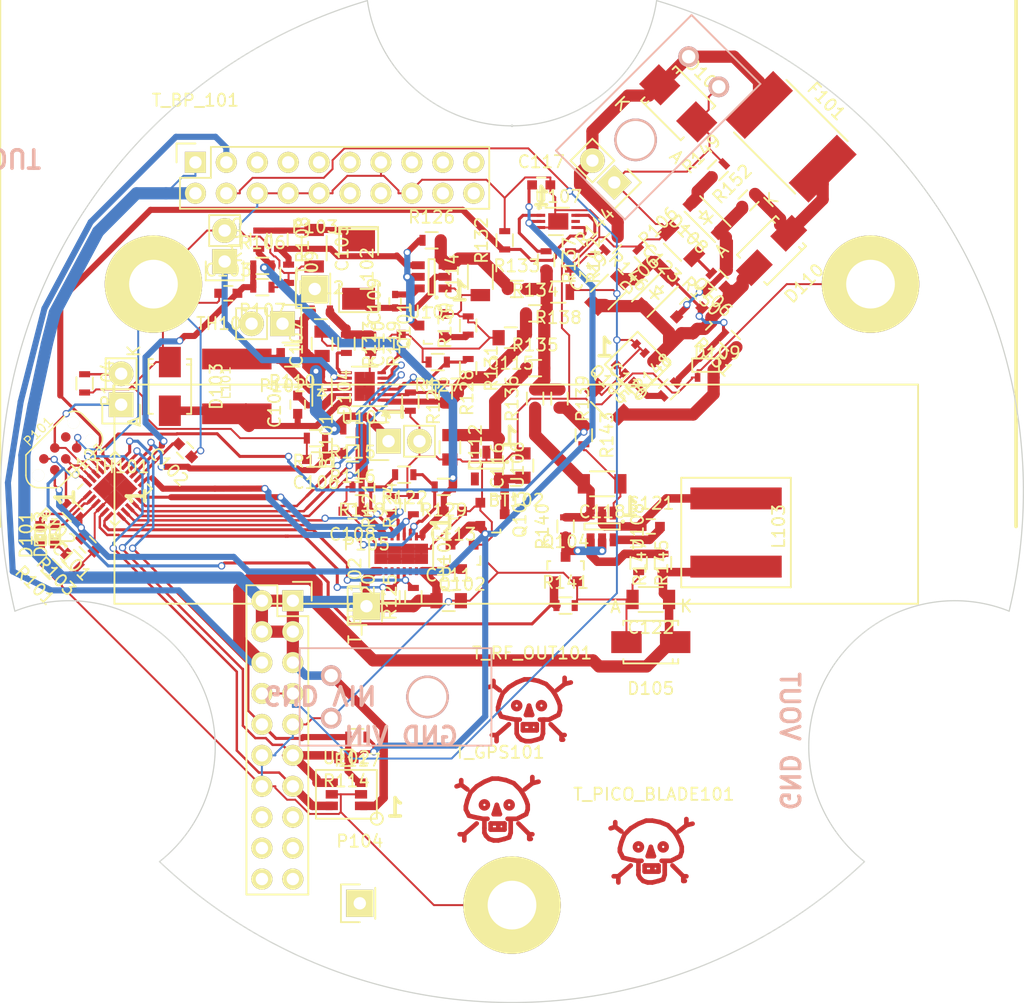
<source format=kicad_pcb>
(kicad_pcb (version 20171130) (host pcbnew "(5.1.12)-1")
  (layers (0 F.Cu signal) (31 B.Cu signal) (34 B.Paste user hide) (35 F.Paste user hide) (36 B.SilkS user hide) (37 F.SilkS user hide) (38 B.Mask user hide) (39 F.Mask user hide) (44 Edge.Cuts user))
  (net 0 "")
  (net 1 GND)
  (net 2 /VBackup)
  (net 3 /VREF)
  (net 4 "Net-(C4-Pad1)")
  (net 5 /SwitchVOut)
  (net 6 /BatVOut)
  (net 7 /12Vto3v3/Vin)
  (net 8 "Net-(C11-Pad1)")
  (net 9 "Net-(C11-Pad2)")
  (net 10 /12Vto3v3/Vout)
  (net 11 /lifepo4Charger/Vin)
  (net 12 "Net-(C14-Pad1)")
  (net 13 "Net-(C15-Pad1)")
  (net 14 "Net-(C15-Pad2)")
  (net 15 /lifepo4Charger/Vout)
  (net 16 /dualIdealDiode/VIN1)
  (net 17 /dualIdealDiode/VIN2)
  (net 18 "Net-(D4-Pad2)")
  (net 19 "Net-(D4-Pad1)")
  (net 20 "Net-(D5-Pad2)")
  (net 21 "Net-(D5-Pad1)")
  (net 22 "Net-(L2-Pad2)")
  (net 23 /SWD_RST)
  (net 24 /SWD_CLK)
  (net 25 "Net-(R1-Pad1)")
  (net 26 /VInSense)
  (net 27 "Net-(R11-Pad2)")
  (net 28 "Net-(R10-Pad1)")
  (net 29 "Net-(R11-Pad1)")
  (net 30 /MainCurrent)
  (net 31 /12Vto3v3/En)
  (net 32 "Net-(R25-Pad2)")
  (net 33 "Net-(R27-Pad1)")
  (net 34 /lifepo4Charger/SHDN)
  (net 35 "Net-(R31-Pad1)")
  (net 36 "Net-(R31-Pad2)")
  (net 37 /dualIdealDiode/EN1)
  (net 38 /dualIdealDiode/EN2)
  (net 39 /dualIdealDiode/WARN1)
  (net 40 /dualIdealDiode/WARN2)
  (net 41 "Net-(TH2-Pad1)")
  (net 42 /lifepo4Charger/CHRG)
  (net 43 /lifepo4Charger/FAULT)
  (net 44 "Net-(Q3-Pad3)")
  (net 45 "Net-(C6-Pad1)")
  (net 46 /dualIdealDiode/Current1)
  (net 47 /dualIdealDiode/Current2)
  (net 48 /template/3v3)
  (net 49 /template/PSU_SCL)
  (net 50 /template/PSU_IRQ)
  (net 51 /template/PSU_SDA)
  (net 52 /template/VBUS)
  (net 53 /template/5v)
  (net 54 "Net-(C1-Pad1)")
  (net 55 "Net-(C19-Pad1)")
  (net 56 "Net-(C19-Pad2)")
  (net 57 "Net-(C20-Pad2)")
  (net 58 /12Vto5V/Vin)
  (net 59 "Net-(C22-Pad1)")
  (net 60 "Net-(C22-Pad2)")
  (net 61 "Net-(D1-Pad1)")
  (net 62 "Net-(D2-Pad1)")
  (net 63 "Net-(D2-Pad2)")
  (net 64 /protection/Vin)
  (net 65 /12Vto5V/En)
  (net 66 "Net-(Q5-Pad3)")
  (net 67 "Net-(R51-Pad2)")
  (net 68 "Net-(Q2-Pad3)")
  (module Fuse_Holders_and_Fuses:Fuse_SMD2920 (layer F.Cu) (at 170.5 41.5 315)
    (fp_text reference F101 (at 0 -4.1275 315) (layer F.SilkS))
    (fp_text value FUSE)
    (pad 1 smd rect (at -3.7 0 45) (size 5.6 2.3) (layers F.Cu F.Paste F.Mask) (net 64 /protection/Vin))
    (pad 2 smd rect (at 3.7 0 45) (size 5.6 2.3) (layers F.Cu F.Paste F.Mask) (net 61 "Net-(D1-Pad1)"))
  )
  (module Housings_DFN_QFN:DFN-16-1EP_3x5mm_Pitch0.5mm (layer F.Cu) (at 138.5 75.75 270)
    (fp_text reference U104 (at 0 -3.55 270) (layer F.SilkS))
    (fp_text value LT4415)
    (pad 1 smd rect (at -1.425 -1.75 270) (size 0.65 0.25) (layers F.Cu F.Paste F.Mask) (net 16 /dualIdealDiode/VIN1))
    (pad 2 smd rect (at -1.425 -1.25 270) (size 0.65 0.25) (layers F.Cu F.Paste F.Mask) (net 16 /dualIdealDiode/VIN1))
    (pad 3 smd rect (at -1.425 -0.75 270) (size 0.65 0.25) (layers F.Cu F.Paste F.Mask) (net 37 /dualIdealDiode/EN1))
    (pad 4 smd rect (at -1.425 -0.25 270) (size 0.65 0.25) (layers F.Cu F.Paste F.Mask) (net 46 /dualIdealDiode/Current1))
    (pad 5 smd rect (at -1.425 0.25 270) (size 0.65 0.25) (layers F.Cu F.Paste F.Mask) (net 47 /dualIdealDiode/Current2))
    (pad 6 smd rect (at -1.425 0.75 270) (size 0.65 0.25) (layers F.Cu F.Paste F.Mask) (net 38 /dualIdealDiode/EN2))
    (pad 7 smd rect (at -1.425 1.25 270) (size 0.65 0.25) (layers F.Cu F.Paste F.Mask) (net 17 /dualIdealDiode/VIN2))
    (pad 8 smd rect (at -1.425 1.75 270) (size 0.65 0.25) (layers F.Cu F.Paste F.Mask) (net 17 /dualIdealDiode/VIN2))
    (pad 9 smd rect (at 1.425 1.75 270) (size 0.65 0.25) (layers F.Cu F.Paste F.Mask) (net 48 /template/3v3))
    (pad 10 smd rect (at 1.425 1.25 270) (size 0.65 0.25) (layers F.Cu F.Paste F.Mask) (net 48 /template/3v3))
    (pad 11 smd rect (at 1.425 0.75 270) (size 0.65 0.25) (layers F.Cu F.Paste F.Mask))
    (pad 12 smd rect (at 1.425 0.25 270) (size 0.65 0.25) (layers F.Cu F.Paste F.Mask) (net 40 /dualIdealDiode/WARN2))
    (pad 13 smd rect (at 1.425 -0.25 270) (size 0.65 0.25) (layers F.Cu F.Paste F.Mask) (net 39 /dualIdealDiode/WARN1))
    (pad 14 smd rect (at 1.425 -0.75 270) (size 0.65 0.25) (layers F.Cu F.Paste F.Mask))
    (pad 15 smd rect (at 1.425 -1.25 270) (size 0.65 0.25) (layers F.Cu F.Paste F.Mask) (net 48 /template/3v3))
    (pad 16 smd rect (at 1.425 -1.75 270) (size 0.65 0.25) (layers F.Cu F.Paste F.Mask) (net 48 /template/3v3))
    (pad 17 smd rect (at 0.415 1.65 270) (size 0.83 1.1) (layers F.Cu F.Paste F.Mask) (net 1 GND))
    (pad 17 smd rect (at 0.415 0.55 270) (size 0.83 1.1) (layers F.Cu F.Paste F.Mask) (net 1 GND))
    (pad 17 smd rect (at 0.415 -0.55 270) (size 0.83 1.1) (layers F.Cu F.Paste F.Mask) (net 1 GND))
    (pad 17 smd rect (at 0.415 -1.65 270) (size 0.83 1.1) (layers F.Cu F.Paste F.Mask) (net 1 GND))
    (pad 17 smd rect (at -0.415 1.65 270) (size 0.83 1.1) (layers F.Cu F.Paste F.Mask) (net 1 GND))
    (pad 17 smd rect (at -0.415 0.55 270) (size 0.83 1.1) (layers F.Cu F.Paste F.Mask) (net 1 GND))
    (pad 17 smd rect (at -0.415 -0.55 270) (size 0.83 1.1) (layers F.Cu F.Paste F.Mask) (net 1 GND))
    (pad 17 smd rect (at -0.415 -1.65 270) (size 0.83 1.1) (layers F.Cu F.Paste F.Mask) (net 1 GND))
  )
  (module Capacitors_SMD:C_0805 (layer F.Cu) (at 142.4 79.6)
    (fp_text reference C111 (at 0 -2.1) (layer F.SilkS))
    (fp_text value 4.7uf)
    (pad 1 smd rect (at -1 0) (size 1 1.25) (layers F.Cu F.Paste F.Mask) (net 48 /template/3v3))
    (pad 2 smd rect (at 1 0) (size 1 1.25) (layers F.Cu F.Paste F.Mask) (net 1 GND))
  )
  (module Housings_DFN_QFN:QFN-24-1EP_4x4mm_Pitch0.5mm (layer F.Cu) (at 115 70.4 45)
    (fp_text reference U101 (at 0 -3.375 45) (layer F.SilkS))
    (fp_text value KL03-QFN24)
    (pad 1 smd rect (at -1.95 -1.25 45) (size 0.85 0.3) (layers F.Cu F.Paste F.Mask) (net 20 "Net-(D5-Pad2)"))
    (pad 2 smd rect (at -1.95 -0.75 45) (size 0.85 0.3) (layers F.Cu F.Paste F.Mask) (net 18 "Net-(D4-Pad2)"))
    (pad 3 smd rect (at -1.95 -0.25 45) (size 0.85 0.3) (layers F.Cu F.Paste F.Mask) (net 2 /VBackup))
    (pad 4 smd rect (at -1.95 0.25 45) (size 0.85 0.3) (layers F.Cu F.Paste F.Mask) (net 1 GND))
    (pad 5 smd rect (at -1.95 0.75 45) (size 0.85 0.3) (layers F.Cu F.Paste F.Mask) (net 40 /dualIdealDiode/WARN2))
    (pad 6 smd rect (at -1.95 1.25 45) (size 0.85 0.3) (layers F.Cu F.Paste F.Mask) (net 39 /dualIdealDiode/WARN1))
    (pad 7 smd rect (at -1.25 1.95 135) (size 0.85 0.3) (layers F.Cu F.Paste F.Mask) (net 37 /dualIdealDiode/EN1))
    (pad 8 smd rect (at -0.75 1.95 135) (size 0.85 0.3) (layers F.Cu F.Paste F.Mask) (net 38 /dualIdealDiode/EN2))
    (pad 9 smd rect (at -0.25 1.95 135) (size 0.85 0.3) (layers F.Cu F.Paste F.Mask) (net 34 /lifepo4Charger/SHDN))
    (pad 10 smd rect (at 0.25 1.95 135) (size 0.85 0.3) (layers F.Cu F.Paste F.Mask) (net 42 /lifepo4Charger/CHRG))
    (pad 11 smd rect (at 0.75 1.95 135) (size 0.85 0.3) (layers F.Cu F.Paste F.Mask) (net 43 /lifepo4Charger/FAULT))
    (pad 12 smd rect (at 1.25 1.95 135) (size 0.85 0.3) (layers F.Cu F.Paste F.Mask) (net 47 /dualIdealDiode/Current2))
    (pad 13 smd rect (at 1.95 1.25 45) (size 0.85 0.3) (layers F.Cu F.Paste F.Mask) (net 46 /dualIdealDiode/Current1))
    (pad 14 smd rect (at 1.95 0.75 45) (size 0.85 0.3) (layers F.Cu F.Paste F.Mask) (net 3 /VREF))
    (pad 15 smd rect (at 1.95 0.25 45) (size 0.85 0.3) (layers F.Cu F.Paste F.Mask) (net 5 /SwitchVOut))
    (pad 16 smd rect (at 1.95 -0.25 45) (size 0.85 0.3) (layers F.Cu F.Paste F.Mask) (net 6 /BatVOut))
    (pad 17 smd rect (at 1.95 -0.75 45) (size 0.85 0.3) (layers F.Cu F.Paste F.Mask) (net 49 /template/PSU_SCL))
    (pad 18 smd rect (at 1.95 -1.25 45) (size 0.85 0.3) (layers F.Cu F.Paste F.Mask) (net 51 /template/PSU_SDA))
    (pad 19 smd rect (at 1.25 -1.95 135) (size 0.85 0.3) (layers F.Cu F.Paste F.Mask) (net 26 /VInSense))
    (pad 20 smd rect (at 0.75 -1.95 135) (size 0.85 0.3) (layers F.Cu F.Paste F.Mask) (net 30 /MainCurrent))
    (pad 21 smd rect (at 0.25 -1.95 135) (size 0.85 0.3) (layers F.Cu F.Paste F.Mask) (net 50 /template/PSU_IRQ))
    (pad 22 smd rect (at -0.25 -1.95 135) (size 0.85 0.3) (layers F.Cu F.Paste F.Mask) (net 24 /SWD_CLK))
    (pad 23 smd rect (at -0.75 -1.95 135) (size 0.85 0.3) (layers F.Cu F.Paste F.Mask) (net 23 /SWD_RST))
    (pad 24 smd rect (at -1.25 -1.95 135) (size 0.85 0.3) (layers F.Cu F.Paste F.Mask) (net 65 /12Vto5V/En))
    (pad 25 smd rect (at 0.65 0.65 45) (size 1.3 1.3) (layers F.Cu F.Paste F.Mask) (net 1 GND))
    (pad 25 smd rect (at 0.65 -0.65 45) (size 1.3 1.3) (layers F.Cu F.Paste F.Mask) (net 1 GND))
    (pad 25 smd rect (at -0.65 0.65 45) (size 1.3 1.3) (layers F.Cu F.Paste F.Mask) (net 1 GND))
    (pad 25 smd rect (at -0.65 -0.65 45) (size 1.3 1.3) (layers F.Cu F.Paste F.Mask) (net 1 GND))
  )
  (module Capacitors_SMD:C_0603 (layer F.Cu) (at 120.75 67.25 135)
    (fp_text reference C102 (at 0 -1.9 135) (layer F.SilkS))
    (fp_text value 1uf)
    (pad 1 smd rect (at -0.75 0 135) (size 0.8 0.75) (layers F.Cu F.Paste F.Mask) (net 1 GND))
    (pad 2 smd rect (at 0.75 0 135) (size 0.8 0.75) (layers F.Cu F.Paste F.Mask) (net 3 /VREF))
  )
  (module Tag-Connect:TC2030-NL_SMALL (layer F.Cu) (at 110.5 67.5 45)
    (fp_text reference P101 (at 0 -2.54 45) (layer F.SilkS) (effects (font (size 0.75 0.75) (thickness 0.1))))
    (fp_text value TC2030-CTX hide)
    (pad 1 connect circle (at -1.27 0.635 45) (size 0.78486 0.78486) (layers F.Cu F.Mask) (net 2 /VBackup))
    (pad 2 connect circle (at -1.27 -0.635 45) (size 0.78486 0.78486) (layers F.Cu F.Mask) (net 65 /12Vto5V/En))
    (pad 3 connect circle (at 0 0.635 45) (size 0.78486 0.78486) (layers F.Cu F.Mask) (net 23 /SWD_RST))
    (pad 4 connect circle (at 0 -0.635 45) (size 0.78486 0.78486) (layers F.Cu F.Mask) (net 24 /SWD_CLK))
    (pad 5 connect circle (at 1.27 0.635 45) (size 0.78486 0.78486) (layers F.Cu F.Mask) (net 1 GND))
    (pad 6 connect circle (at 1.27 -0.635 45) (size 0.78486 0.78486) (layers F.Cu F.Mask))
    (pad "" np_thru_hole circle (at -2.54 0 45) (size 0.98806 0.98806) (drill 0.98806) (layers *.Cu *.Mask F.SilkS))
    (pad "" np_thru_hole circle (at 2.54 -1.016 45) (size 0.98552 0.98552) (drill 0.98552) (layers *.Cu *.Mask F.SilkS))
    (pad "" np_thru_hole circle (at 2.54 1.016 45) (size 0.98552 0.98552) (drill 0.98552) (layers *.Cu *.Mask F.SilkS))
  )
  (module Pin_Headers:Pin_Header_Straight_1x02 (layer F.Cu) (at 156 45.25 225)
    (fp_text reference P106 (at 0 -5.1 225) (layer F.SilkS))
    (fp_text value 12Vin)
    (pad 1 thru_hole rect (at 0 0 225) (size 2.032 2.032) (drill 1.016) (layers *.Cu *.Mask F.SilkS) (net 1 GND))
    (pad 2 thru_hole oval (at 0 2.54 225) (size 2.032 2.032) (drill 1.016) (layers *.Cu *.Mask F.SilkS) (net 64 /protection/Vin))
  )
  (module ASPI-6045S-5R6M-T:ASPI-6045S-5R6M-T (layer F.Cu) (at 125 62 90)
    (fp_text reference L101 (at 0.3 -0.9 90) (layer F.SilkS) (effects (font (size 0.75 0.75) (thickness 0.1))))
    (fp_text value 5.6uh)
    (pad 1 smd rect (at -2.25 0 90) (size 1.7 5.7) (layers F.Cu F.Paste F.Mask) (net 13 "Net-(C15-Pad1)"))
    (pad 2 smd rect (at 2.25 0 90) (size 1.7 5.7) (layers F.Cu F.Paste F.Mask) (net 22 "Net-(L2-Pad2)"))
  )
  (module mounting_screw:mounting_screw (layer F.Cu) (at 147.6 104.6)
    (fp_text reference T_SCREW_102 (at 0 0.5) (layer F.SilkS) (effects (font (size 0.75 0.75) (thickness 0.1))))
    (fp_text value CONN_01X01)
    (pad 1 thru_hole circle (at 0 0) (size 8 8) (drill 4) (layers *.Cu *.Mask F.SilkS) (net 1 GND))
  )
  (module mounting_screw:mounting_screw (layer F.Cu) (at 177.045 53.6)
    (fp_text reference T_SCREW_103 (at 0 0.5) (layer F.SilkS) (effects (font (size 0.75 0.75) (thickness 0.1))))
    (fp_text value CONN_01X01)
    (pad 1 thru_hole circle (at 0 0) (size 8 8) (drill 4) (layers *.Cu *.Mask F.SilkS) (net 1 GND))
  )
  (module mounting_screw:mounting_screw (layer F.Cu) (at 118.155 53.6)
    (fp_text reference T_SCREW_101 (at 0 0.5) (layer F.SilkS) (effects (font (size 0.75 0.75) (thickness 0.1))))
    (fp_text value CONN_01X01)
    (pad 1 thru_hole circle (at 0 0) (size 8 8) (drill 4) (layers *.Cu *.Mask F.SilkS) (net 1 GND))
  )
  (module Power:SC-74 (layer F.Cu) (at 134 95.5 180)
    (fp_text reference U102 (at 0 3 180) (layer F.SilkS))
    (fp_text value MMQA)
    (pad 1 smd rect (at -1.2 -0.95 180) (size 1 0.7) (layers F.Cu F.Paste F.Mask) (net 48 /template/3v3))
    (pad 2 smd rect (at -1.2 0 180) (size 1 0.7) (layers F.Cu F.Paste F.Mask) (net 1 GND))
    (pad 3 smd rect (at -1.2 0.95 180) (size 1 0.7) (layers F.Cu F.Paste F.Mask) (net 51 /template/PSU_SDA))
    (pad 4 smd rect (at 1.2 0.95 180) (size 1 0.7) (layers F.Cu F.Paste F.Mask) (net 49 /template/PSU_SCL))
    (pad 5 smd rect (at 1.2 0 180) (size 1 0.7) (layers F.Cu F.Paste F.Mask) (net 1 GND))
    (pad 6 smd rect (at 1.2 -0.95 180) (size 1 0.7) (layers F.Cu F.Paste F.Mask) (net 50 /template/PSU_IRQ))
  )
  (module Diodes_SMD:Diode-SMA_Standard (layer F.Cu) (at 159 83 180)
    (fp_text reference D105 (at 0 -3.81 180) (layer F.SilkS))
    (fp_text value ZENER)
    (fp_text user K (at -2.9 2.95 180) (layer F.SilkS))
    (fp_text user A (at 2.9 2.9 180) (layer F.SilkS))
    (pad 1 smd rect (at -1.99898 0 180) (size 2.49936 1.80086) (layers F.Cu F.Paste F.Mask) (net 53 /template/5v))
    (pad 2 smd rect (at 1.99898 0 180) (size 2.49936 1.80086) (layers F.Cu F.Paste F.Mask) (net 1 GND))
  )
  (module Diodes_SMD:Diode-SMB_Standard (layer F.Cu) (at 161.25 38.75 315)
    (fp_text reference D107 (at 0.05 -3.1 315) (layer F.SilkS))
    (fp_text value ZENER)
    (fp_text user K (at -3.25 3.3 315) (layer F.SilkS))
    (fp_text user A (at 3 3.2 315) (layer F.SilkS))
    (pad 1 smd rect (at -2.14884 0 315) (size 2.49936 2.30124) (layers F.Cu F.Paste F.Mask) (net 64 /protection/Vin))
    (pad 2 smd rect (at 2.14884 0 315) (size 2.49936 2.30124) (layers F.Cu F.Paste F.Mask) (net 1 GND))
  )
  (module Power:Si3407DV (layer F.Cu) (at 156.121 60.2004 315)
    (fp_text reference Q105 (at 0.762 1.524 315) (layer F.SilkS))
    (fp_text value Si3407DV)
    (pad 1 smd rect (at 0 0 315) (size 0.508 0.699) (layers F.Cu F.Paste F.Mask) (net 52 /template/VBUS))
    (pad 2 smd rect (at 1.001 0 315) (size 0.508 0.699) (layers F.Cu F.Paste F.Mask) (net 52 /template/VBUS))
    (pad 3 smd rect (at 2.002 0 315) (size 0.508 0.699) (layers F.Cu F.Paste F.Mask) (net 68 "Net-(Q2-Pad3)"))
    (pad 6 smd rect (at 0 -2.354 315) (size 0.508 0.699) (layers F.Cu F.Paste F.Mask) (net 52 /template/VBUS))
    (pad 5 smd rect (at 1.01 -2.354 315) (size 0.508 0.699) (layers F.Cu F.Paste F.Mask) (net 52 /template/VBUS))
    (pad 4 smd rect (at 2.002 -2.354 315) (size 0.508 0.699) (layers F.Cu F.Paste F.Mask) (net 55 "Net-(C19-Pad1)"))
  )
  (module Resistors_SMD:R_0603 (layer F.Cu) (at 155.75 50.25 45)
    (fp_text reference R144 (at 0 -1.9 45) (layer F.SilkS))
    (fp_text value DNP)
    (pad 1 smd rect (at -0.75 0 45) (size 0.5 0.9) (layers F.Cu F.Paste F.Mask) (net 52 /template/VBUS))
    (pad 2 smd rect (at 0.75 0 45) (size 0.5 0.9) (layers F.Cu F.Paste F.Mask) (net 64 /protection/Vin))
  )
  (module Symbols:Symbol_Danger_CopperTop_Small (layer F.Cu) (at 149 88.6)
    (fp_text reference T_RF_OUT101 (at 0.254 -4.699) (layer F.SilkS))
    (fp_text value SMA)
    (fp_circle (center 1.016 -0.381) (end 1.27 -0.254) (layer F.Cu) (width 0.381))
    (fp_circle (center -1.016 -0.381) (end -1.27 -0.254) (layer F.Cu) (width 0.381))
    (fp_line (start 1.27 0.762) (end 0.889 0.762) (layer F.Cu) (width 0.381))
    (fp_line (start 1.651 0.762) (end 1.27 0.762) (layer F.Cu) (width 0.381))
    (fp_line (start 2.159 0.508) (end 1.651 0.762) (layer F.Cu) (width 0.381))
    (fp_line (start 2.413 0.381) (end 2.159 0.508) (layer F.Cu) (width 0.381))
    (fp_line (start 2.54 0) (end 2.413 0.381) (layer F.Cu) (width 0.381))
    (fp_line (start 2.54 -0.381) (end 2.54 0) (layer F.Cu) (width 0.381))
    (fp_line (start 2.413 -0.762) (end 2.54 -0.381) (layer F.Cu) (width 0.381))
    (fp_line (start 2.159 -1.27) (end 2.413 -0.762) (layer F.Cu) (width 0.381))
    (fp_line (start 1.905 -1.651) (end 2.159 -1.27) (layer F.Cu) (width 0.381))
    (fp_line (start 1.397 -2.159) (end 1.905 -1.651) (layer F.Cu) (width 0.381))
    (fp_line (start 0.762 -2.413) (end 1.397 -2.159) (layer F.Cu) (width 0.381))
    (fp_line (start 0.127 -2.54) (end 0.762 -2.413) (layer F.Cu) (width 0.381))
    (fp_line (start -0.381 -2.54) (end 0.127 -2.54) (layer F.Cu) (width 0.381))
    (fp_line (start -1.016 -2.286) (end -0.381 -2.54) (layer F.Cu) (width 0.381))
    (fp_line (start -1.651 -1.905) (end -1.016 -2.286) (layer F.Cu) (width 0.381))
    (fp_line (start -2.159 -1.397) (end -1.651 -1.905) (layer F.Cu) (width 0.381))
    (fp_line (start -2.413 -0.762) (end -2.159 -1.397) (layer F.Cu) (width 0.381))
    (fp_line (start -2.54 -0.254) (end -2.413 -0.762) (layer F.Cu) (width 0.381))
    (fp_line (start -2.54 0) (end -2.54 -0.254) (layer F.Cu) (width 0.381))
    (fp_line (start -1.143 0.762) (end -0.762 0.762) (layer F.Cu) (width 0.381))
    (fp_line (start -1.778 0.635) (end -1.143 0.762) (layer F.Cu) (width 0.381))
    (fp_line (start -2.286 0.508) (end -1.778 0.635) (layer F.Cu) (width 0.381))
    (fp_line (start -2.413 0.254) (end -2.286 0.508) (layer F.Cu) (width 0.381))
    (fp_line (start -2.54 0) (end -2.413 0.254) (layer F.Cu) (width 0.381))
    (fp_line (start -1.016 1.524) (end -1.016 0.762) (layer F.Cu) (width 0.381))
    (fp_line (start -1.016 1.905) (end -1.016 1.524) (layer F.Cu) (width 0.381))
    (fp_line (start 0.127 2.54) (end -0.254 2.54) (layer F.Cu) (width 0.381))
    (fp_line (start 0.635 2.413) (end 0.127 2.54) (layer F.Cu) (width 0.381))
    (fp_line (start 1.016 2.286) (end 0.635 2.413) (layer F.Cu) (width 0.381))
    (fp_line (start 1.143 1.905) (end 1.016 2.286) (layer F.Cu) (width 0.381))
    (fp_line (start 1.143 1.524) (end 1.143 1.905) (layer F.Cu) (width 0.381))
    (fp_line (start 1.143 0.762) (end 1.143 1.524) (layer F.Cu) (width 0.381))
    (fp_line (start -0.635 2.413) (end -0.254 2.54) (layer F.Cu) (width 0.381))
    (fp_line (start -0.889 2.159) (end -0.635 2.413) (layer F.Cu) (width 0.381))
    (fp_line (start -1.016 1.905) (end -0.889 2.159) (layer F.Cu) (width 0.381))
    (fp_line (start -0.254 0.381) (end 0 -0.381) (layer F.Cu) (width 0.381))
    (fp_line (start 0.254 0.381) (end -0.254 0.381) (layer F.Cu) (width 0.381))
    (fp_line (start 0 -0.381) (end 0.254 0.381) (layer F.Cu) (width 0.381))
    (fp_line (start -0.508 1.651) (end -0.508 1.143) (layer F.Cu) (width 0.381))
    (fp_line (start 0.635 1.651) (end -0.508 1.651) (layer F.Cu) (width 0.381))
    (fp_line (start 0.635 1.143) (end 0.635 1.651) (layer F.Cu) (width 0.381))
    (fp_line (start -0.508 1.143) (end 0.635 1.143) (layer F.Cu) (width 0.381))
    (fp_line (start 0.127 1.27) (end 0.127 1.524) (layer F.Cu) (width 0.381))
    (fp_line (start 2.286 -1.651) (end 2.921 -2.159) (layer F.Cu) (width 0.381))
    (fp_line (start 2.921 -2.159) (end 2.921 -2.667) (layer F.Cu) (width 0.381))
    (fp_line (start 2.921 -2.159) (end 3.429 -2.286) (layer F.Cu) (width 0.381))
    (fp_line (start -1.651 1.143) (end -2.667 2.032) (layer F.Cu) (width 0.381))
    (fp_line (start -2.667 2.032) (end -3.048 2.032) (layer F.Cu) (width 0.381))
    (fp_line (start -2.667 2.032) (end -2.667 2.54) (layer F.Cu) (width 0.381))
    (fp_line (start -2.413 -1.651) (end -2.921 -2.032) (layer F.Cu) (width 0.381))
    (fp_line (start -2.921 -2.032) (end -2.921 -2.413) (layer F.Cu) (width 0.381))
    (fp_line (start -2.921 -2.032) (end -3.302 -1.905) (layer F.Cu) (width 0.381))
    (fp_line (start 2.667 2.032) (end 2.921 2.032) (layer F.Cu) (width 0.381))
    (fp_line (start 1.778 1.143) (end 2.667 2.032) (layer F.Cu) (width 0.381))
    (fp_line (start 2.667 2.413) (end 2.794 2.413) (layer F.Cu) (width 0.381))
    (fp_line (start 2.667 2.032) (end 2.667 2.413) (layer F.Cu) (width 0.381))
  )
  (module Symbols:Symbol_Danger_CopperTop_Small (layer F.Cu) (at 159 100.2)
    (fp_text reference T_PICO_BLADE101 (at 0.254 -4.699) (layer F.SilkS))
    (fp_text value CONN_01X08)
    (fp_circle (center 1.016 -0.381) (end 1.27 -0.254) (layer F.Cu) (width 0.381))
    (fp_circle (center -1.016 -0.381) (end -1.27 -0.254) (layer F.Cu) (width 0.381))
    (fp_line (start 1.27 0.762) (end 0.889 0.762) (layer F.Cu) (width 0.381))
    (fp_line (start 1.651 0.762) (end 1.27 0.762) (layer F.Cu) (width 0.381))
    (fp_line (start 2.159 0.508) (end 1.651 0.762) (layer F.Cu) (width 0.381))
    (fp_line (start 2.413 0.381) (end 2.159 0.508) (layer F.Cu) (width 0.381))
    (fp_line (start 2.54 0) (end 2.413 0.381) (layer F.Cu) (width 0.381))
    (fp_line (start 2.54 -0.381) (end 2.54 0) (layer F.Cu) (width 0.381))
    (fp_line (start 2.413 -0.762) (end 2.54 -0.381) (layer F.Cu) (width 0.381))
    (fp_line (start 2.159 -1.27) (end 2.413 -0.762) (layer F.Cu) (width 0.381))
    (fp_line (start 1.905 -1.651) (end 2.159 -1.27) (layer F.Cu) (width 0.381))
    (fp_line (start 1.397 -2.159) (end 1.905 -1.651) (layer F.Cu) (width 0.381))
    (fp_line (start 0.762 -2.413) (end 1.397 -2.159) (layer F.Cu) (width 0.381))
    (fp_line (start 0.127 -2.54) (end 0.762 -2.413) (layer F.Cu) (width 0.381))
    (fp_line (start -0.381 -2.54) (end 0.127 -2.54) (layer F.Cu) (width 0.381))
    (fp_line (start -1.016 -2.286) (end -0.381 -2.54) (layer F.Cu) (width 0.381))
    (fp_line (start -1.651 -1.905) (end -1.016 -2.286) (layer F.Cu) (width 0.381))
    (fp_line (start -2.159 -1.397) (end -1.651 -1.905) (layer F.Cu) (width 0.381))
    (fp_line (start -2.413 -0.762) (end -2.159 -1.397) (layer F.Cu) (width 0.381))
    (fp_line (start -2.54 -0.254) (end -2.413 -0.762) (layer F.Cu) (width 0.381))
    (fp_line (start -2.54 0) (end -2.54 -0.254) (layer F.Cu) (width 0.381))
    (fp_line (start -1.143 0.762) (end -0.762 0.762) (layer F.Cu) (width 0.381))
    (fp_line (start -1.778 0.635) (end -1.143 0.762) (layer F.Cu) (width 0.381))
    (fp_line (start -2.286 0.508) (end -1.778 0.635) (layer F.Cu) (width 0.381))
    (fp_line (start -2.413 0.254) (end -2.286 0.508) (layer F.Cu) (width 0.381))
    (fp_line (start -2.54 0) (end -2.413 0.254) (layer F.Cu) (width 0.381))
    (fp_line (start -1.016 1.524) (end -1.016 0.762) (layer F.Cu) (width 0.381))
    (fp_line (start -1.016 1.905) (end -1.016 1.524) (layer F.Cu) (width 0.381))
    (fp_line (start 0.127 2.54) (end -0.254 2.54) (layer F.Cu) (width 0.381))
    (fp_line (start 0.635 2.413) (end 0.127 2.54) (layer F.Cu) (width 0.381))
    (fp_line (start 1.016 2.286) (end 0.635 2.413) (layer F.Cu) (width 0.381))
    (fp_line (start 1.143 1.905) (end 1.016 2.286) (layer F.Cu) (width 0.381))
    (fp_line (start 1.143 1.524) (end 1.143 1.905) (layer F.Cu) (width 0.381))
    (fp_line (start 1.143 0.762) (end 1.143 1.524) (layer F.Cu) (width 0.381))
    (fp_line (start -0.635 2.413) (end -0.254 2.54) (layer F.Cu) (width 0.381))
    (fp_line (start -0.889 2.159) (end -0.635 2.413) (layer F.Cu) (width 0.381))
    (fp_line (start -1.016 1.905) (end -0.889 2.159) (layer F.Cu) (width 0.381))
    (fp_line (start -0.254 0.381) (end 0 -0.381) (layer F.Cu) (width 0.381))
    (fp_line (start 0.254 0.381) (end -0.254 0.381) (layer F.Cu) (width 0.381))
    (fp_line (start 0 -0.381) (end 0.254 0.381) (layer F.Cu) (width 0.381))
    (fp_line (start -0.508 1.651) (end -0.508 1.143) (layer F.Cu) (width 0.381))
    (fp_line (start 0.635 1.651) (end -0.508 1.651) (layer F.Cu) (width 0.381))
    (fp_line (start 0.635 1.143) (end 0.635 1.651) (layer F.Cu) (width 0.381))
    (fp_line (start -0.508 1.143) (end 0.635 1.143) (layer F.Cu) (width 0.381))
    (fp_line (start 0.127 1.27) (end 0.127 1.524) (layer F.Cu) (width 0.381))
    (fp_line (start 2.286 -1.651) (end 2.921 -2.159) (layer F.Cu) (width 0.381))
    (fp_line (start 2.921 -2.159) (end 2.921 -2.667) (layer F.Cu) (width 0.381))
    (fp_line (start 2.921 -2.159) (end 3.429 -2.286) (layer F.Cu) (width 0.381))
    (fp_line (start -1.651 1.143) (end -2.667 2.032) (layer F.Cu) (width 0.381))
    (fp_line (start -2.667 2.032) (end -3.048 2.032) (layer F.Cu) (width 0.381))
    (fp_line (start -2.667 2.032) (end -2.667 2.54) (layer F.Cu) (width 0.381))
    (fp_line (start -2.413 -1.651) (end -2.921 -2.032) (layer F.Cu) (width 0.381))
    (fp_line (start -2.921 -2.032) (end -2.921 -2.413) (layer F.Cu) (width 0.381))
    (fp_line (start -2.921 -2.032) (end -3.302 -1.905) (layer F.Cu) (width 0.381))
    (fp_line (start 2.667 2.032) (end 2.921 2.032) (layer F.Cu) (width 0.381))
    (fp_line (start 1.778 1.143) (end 2.667 2.032) (layer F.Cu) (width 0.381))
    (fp_line (start 2.667 2.413) (end 2.794 2.413) (layer F.Cu) (width 0.381))
    (fp_line (start 2.667 2.032) (end 2.667 2.413) (layer F.Cu) (width 0.381))
  )
  (module Symbols:Symbol_Danger_CopperTop_Small (layer F.Cu) (at 146.35 96.75)
    (fp_text reference T_GPS101 (at 0.254 -4.699) (layer F.SilkS))
    (fp_text value SMA)
    (fp_circle (center 1.016 -0.381) (end 1.27 -0.254) (layer F.Cu) (width 0.381))
    (fp_circle (center -1.016 -0.381) (end -1.27 -0.254) (layer F.Cu) (width 0.381))
    (fp_line (start 1.27 0.762) (end 0.889 0.762) (layer F.Cu) (width 0.381))
    (fp_line (start 1.651 0.762) (end 1.27 0.762) (layer F.Cu) (width 0.381))
    (fp_line (start 2.159 0.508) (end 1.651 0.762) (layer F.Cu) (width 0.381))
    (fp_line (start 2.413 0.381) (end 2.159 0.508) (layer F.Cu) (width 0.381))
    (fp_line (start 2.54 0) (end 2.413 0.381) (layer F.Cu) (width 0.381))
    (fp_line (start 2.54 -0.381) (end 2.54 0) (layer F.Cu) (width 0.381))
    (fp_line (start 2.413 -0.762) (end 2.54 -0.381) (layer F.Cu) (width 0.381))
    (fp_line (start 2.159 -1.27) (end 2.413 -0.762) (layer F.Cu) (width 0.381))
    (fp_line (start 1.905 -1.651) (end 2.159 -1.27) (layer F.Cu) (width 0.381))
    (fp_line (start 1.397 -2.159) (end 1.905 -1.651) (layer F.Cu) (width 0.381))
    (fp_line (start 0.762 -2.413) (end 1.397 -2.159) (layer F.Cu) (width 0.381))
    (fp_line (start 0.127 -2.54) (end 0.762 -2.413) (layer F.Cu) (width 0.381))
    (fp_line (start -0.381 -2.54) (end 0.127 -2.54) (layer F.Cu) (width 0.381))
    (fp_line (start -1.016 -2.286) (end -0.381 -2.54) (layer F.Cu) (width 0.381))
    (fp_line (start -1.651 -1.905) (end -1.016 -2.286) (layer F.Cu) (width 0.381))
    (fp_line (start -2.159 -1.397) (end -1.651 -1.905) (layer F.Cu) (width 0.381))
    (fp_line (start -2.413 -0.762) (end -2.159 -1.397) (layer F.Cu) (width 0.381))
    (fp_line (start -2.54 -0.254) (end -2.413 -0.762) (layer F.Cu) (width 0.381))
    (fp_line (start -2.54 0) (end -2.54 -0.254) (layer F.Cu) (width 0.381))
    (fp_line (start -1.143 0.762) (end -0.762 0.762) (layer F.Cu) (width 0.381))
    (fp_line (start -1.778 0.635) (end -1.143 0.762) (layer F.Cu) (width 0.381))
    (fp_line (start -2.286 0.508) (end -1.778 0.635) (layer F.Cu) (width 0.381))
    (fp_line (start -2.413 0.254) (end -2.286 0.508) (layer F.Cu) (width 0.381))
    (fp_line (start -2.54 0) (end -2.413 0.254) (layer F.Cu) (width 0.381))
    (fp_line (start -1.016 1.524) (end -1.016 0.762) (layer F.Cu) (width 0.381))
    (fp_line (start -1.016 1.905) (end -1.016 1.524) (layer F.Cu) (width 0.381))
    (fp_line (start 0.127 2.54) (end -0.254 2.54) (layer F.Cu) (width 0.381))
    (fp_line (start 0.635 2.413) (end 0.127 2.54) (layer F.Cu) (width 0.381))
    (fp_line (start 1.016 2.286) (end 0.635 2.413) (layer F.Cu) (width 0.381))
    (fp_line (start 1.143 1.905) (end 1.016 2.286) (layer F.Cu) (width 0.381))
    (fp_line (start 1.143 1.524) (end 1.143 1.905) (layer F.Cu) (width 0.381))
    (fp_line (start 1.143 0.762) (end 1.143 1.524) (layer F.Cu) (width 0.381))
    (fp_line (start -0.635 2.413) (end -0.254 2.54) (layer F.Cu) (width 0.381))
    (fp_line (start -0.889 2.159) (end -0.635 2.413) (layer F.Cu) (width 0.381))
    (fp_line (start -1.016 1.905) (end -0.889 2.159) (layer F.Cu) (width 0.381))
    (fp_line (start -0.254 0.381) (end 0 -0.381) (layer F.Cu) (width 0.381))
    (fp_line (start 0.254 0.381) (end -0.254 0.381) (layer F.Cu) (width 0.381))
    (fp_line (start 0 -0.381) (end 0.254 0.381) (layer F.Cu) (width 0.381))
    (fp_line (start -0.508 1.651) (end -0.508 1.143) (layer F.Cu) (width 0.381))
    (fp_line (start 0.635 1.651) (end -0.508 1.651) (layer F.Cu) (width 0.381))
    (fp_line (start 0.635 1.143) (end 0.635 1.651) (layer F.Cu) (width 0.381))
    (fp_line (start -0.508 1.143) (end 0.635 1.143) (layer F.Cu) (width 0.381))
    (fp_line (start 0.127 1.27) (end 0.127 1.524) (layer F.Cu) (width 0.381))
    (fp_line (start 2.286 -1.651) (end 2.921 -2.159) (layer F.Cu) (width 0.381))
    (fp_line (start 2.921 -2.159) (end 2.921 -2.667) (layer F.Cu) (width 0.381))
    (fp_line (start 2.921 -2.159) (end 3.429 -2.286) (layer F.Cu) (width 0.381))
    (fp_line (start -1.651 1.143) (end -2.667 2.032) (layer F.Cu) (width 0.381))
    (fp_line (start -2.667 2.032) (end -3.048 2.032) (layer F.Cu) (width 0.381))
    (fp_line (start -2.667 2.032) (end -2.667 2.54) (layer F.Cu) (width 0.381))
    (fp_line (start -2.413 -1.651) (end -2.921 -2.032) (layer F.Cu) (width 0.381))
    (fp_line (start -2.921 -2.032) (end -2.921 -2.413) (layer F.Cu) (width 0.381))
    (fp_line (start -2.921 -2.032) (end -3.302 -1.905) (layer F.Cu) (width 0.381))
    (fp_line (start 2.667 2.032) (end 2.921 2.032) (layer F.Cu) (width 0.381))
    (fp_line (start 1.778 1.143) (end 2.667 2.032) (layer F.Cu) (width 0.381))
    (fp_line (start 2.667 2.413) (end 2.794 2.413) (layer F.Cu) (width 0.381))
    (fp_line (start 2.667 2.032) (end 2.667 2.413) (layer F.Cu) (width 0.381))
  )
  (module Resistors_SMD:R_0603 (layer F.Cu) (at 158 76.5 270)
    (fp_text reference R145 (at 0 -1.9 270) (layer F.SilkS))
    (fp_text value 10k)
    (pad 1 smd rect (at -0.75 0 270) (size 0.5 0.9) (layers F.Cu F.Paste F.Mask) (net 67 "Net-(R51-Pad2)"))
    (pad 2 smd rect (at 0.75 0 270) (size 0.5 0.9) (layers F.Cu F.Paste F.Mask) (net 1 GND))
  )
  (module Resistors_SMD:R_0603 (layer F.Cu) (at 160 76.5 90)
    (fp_text reference R147 (at 0 -1.9 90) (layer F.SilkS))
    (fp_text value 56.2k)
    (pad 1 smd rect (at -0.75 0 90) (size 0.5 0.9) (layers F.Cu F.Paste F.Mask) (net 53 /template/5v))
    (pad 2 smd rect (at 0.75 0 90) (size 0.5 0.9) (layers F.Cu F.Paste F.Mask) (net 67 "Net-(R51-Pad2)"))
  )
  (module Resistors_SMD:R_0603 (layer F.Cu) (at 152 73.5 90)
    (fp_text reference R140 (at 0 -1.9 90) (layer F.SilkS))
    (fp_text value 10K)
    (pad 1 smd rect (at -0.75 0 90) (size 0.5 0.9) (layers F.Cu F.Paste F.Mask) (net 66 "Net-(Q5-Pad3)"))
    (pad 2 smd rect (at 0.75 0 90) (size 0.5 0.9) (layers F.Cu F.Paste F.Mask) (net 58 /12Vto5V/Vin))
  )
  (module Resistors_SMD:R_0603 (layer F.Cu) (at 152 80)
    (fp_text reference R141 (at 0 -1.9) (layer F.SilkS))
    (fp_text value 10K)
    (pad 1 smd rect (at -0.75 0) (size 0.5 0.9) (layers F.Cu F.Paste F.Mask) (net 65 /12Vto5V/En))
    (pad 2 smd rect (at 0.75 0) (size 0.5 0.9) (layers F.Cu F.Paste F.Mask) (net 1 GND))
  )
  (module Resistors_SMD:R_0603 (layer F.Cu) (at 134.9 90.8 180)
    (fp_text reference R117 (at 0 -1.9 180) (layer F.SilkS))
    (fp_text value 4.7k)
    (pad 1 smd rect (at -0.75 0 180) (size 0.5 0.9) (layers F.Cu F.Paste F.Mask) (net 2 /VBackup))
    (pad 2 smd rect (at 0.75 0 180) (size 0.5 0.9) (layers F.Cu F.Paste F.Mask) (net 51 /template/PSU_SDA))
  )
  (module Resistors_SMD:R_0603 (layer F.Cu) (at 134 92.5 180)
    (fp_text reference R114 (at 0 -1.9 180) (layer F.SilkS))
    (fp_text value 4.7k)
    (pad 1 smd rect (at -0.75 0 180) (size 0.5 0.9) (layers F.Cu F.Paste F.Mask) (net 2 /VBackup))
    (pad 2 smd rect (at 0.75 0 180) (size 0.5 0.9) (layers F.Cu F.Paste F.Mask) (net 49 /template/PSU_SCL))
  )
  (module Resistors_SMD:R_0603 (layer F.Cu) (at 137.7 79.3 90)
    (fp_text reference R120 (at 0 -1.9 90) (layer F.SilkS))
    (fp_text value 470K)
    (pad 1 smd rect (at -0.75 0 90) (size 0.5 0.9) (layers F.Cu F.Paste F.Mask) (net 48 /template/3v3))
    (pad 2 smd rect (at 0.75 0 90) (size 0.5 0.9) (layers F.Cu F.Paste F.Mask) (net 40 /dualIdealDiode/WARN2))
  )
  (module Resistors_SMD:R_0603 (layer F.Cu) (at 139.5 79.3 90)
    (fp_text reference R125 (at 0 -1.9 90) (layer F.SilkS))
    (fp_text value 470K)
    (pad 1 smd rect (at -0.75 0 90) (size 0.5 0.9) (layers F.Cu F.Paste F.Mask) (net 48 /template/3v3))
    (pad 2 smd rect (at 0.75 0 90) (size 0.5 0.9) (layers F.Cu F.Paste F.Mask) (net 39 /dualIdealDiode/WARN1))
  )
  (module Resistors_SMD:R_0603 (layer F.Cu) (at 137.75 71.75 90)
    (fp_text reference R121 (at 0 -1.9 90) (layer F.SilkS))
    (fp_text value 165)
    (pad 1 smd rect (at -0.75 0 90) (size 0.5 0.9) (layers F.Cu F.Paste F.Mask) (net 47 /dualIdealDiode/Current2))
    (pad 2 smd rect (at 0.75 0 90) (size 0.5 0.9) (layers F.Cu F.Paste F.Mask) (net 1 GND))
  )
  (module Resistors_SMD:R_0603 (layer F.Cu) (at 139.5 71.75 90)
    (fp_text reference R124 (at 0 -1.9 90) (layer F.SilkS))
    (fp_text value 165)
    (pad 1 smd rect (at -0.75 0 90) (size 0.5 0.9) (layers F.Cu F.Paste F.Mask) (net 46 /dualIdealDiode/Current1))
    (pad 2 smd rect (at 0.75 0 90) (size 0.5 0.9) (layers F.Cu F.Paste F.Mask) (net 1 GND))
  )
  (module Resistors_SMD:R_0603 (layer F.Cu) (at 135.25 70.25 180)
    (fp_text reference R118 (at 0 -1.9 180) (layer F.SilkS))
    (fp_text value 95.3K)
    (pad 1 smd rect (at -0.75 0 180) (size 0.5 0.9) (layers F.Cu F.Paste F.Mask) (net 38 /dualIdealDiode/EN2))
    (pad 2 smd rect (at 0.75 0 180) (size 0.5 0.9) (layers F.Cu F.Paste F.Mask) (net 1 GND))
  )
  (module Resistors_SMD:R_0603 (layer F.Cu) (at 138.75 69.25 180)
    (fp_text reference R122 (at 0 -1.9 180) (layer F.SilkS))
    (fp_text value 30.1K)
    (pad 1 smd rect (at -0.75 0 180) (size 0.5 0.9) (layers F.Cu F.Paste F.Mask) (net 37 /dualIdealDiode/EN1))
    (pad 2 smd rect (at 0.75 0 180) (size 0.5 0.9) (layers F.Cu F.Paste F.Mask) (net 38 /dualIdealDiode/EN2))
  )
  (module Resistors_SMD:R_0603 (layer F.Cu) (at 142 70.25 180)
    (fp_text reference R129 (at 0 -1.9 180) (layer F.SilkS))
    (fp_text value 237K)
    (pad 1 smd rect (at -0.75 0 180) (size 0.5 0.9) (layers F.Cu F.Paste F.Mask) (net 16 /dualIdealDiode/VIN1))
    (pad 2 smd rect (at 0.75 0 180) (size 0.5 0.9) (layers F.Cu F.Paste F.Mask) (net 37 /dualIdealDiode/EN1))
  )
  (module Resistors_SMD:R_0603 (layer F.Cu) (at 136 58.5 270)
    (fp_text reference R119 (at 0 -1.9 270) (layer F.SilkS))
    (fp_text value 330k)
    (pad 1 smd rect (at -0.75 0 270) (size 0.5 0.9) (layers F.Cu F.Paste F.Mask) (net 35 "Net-(R31-Pad1)"))
    (pad 2 smd rect (at 0.75 0 270) (size 0.5 0.9) (layers F.Cu F.Paste F.Mask) (net 1 GND))
  )
  (module Resistors_SMD:R_0603 (layer F.Cu) (at 131.9 55.8)
    (fp_text reference R112 (at 0 -1.9) (layer F.SilkS))
    (fp_text value 14.3k)
    (pad 1 smd rect (at -0.75 0) (size 0.5 0.9) (layers F.Cu F.Paste F.Mask) (net 15 /lifepo4Charger/Vout))
    (pad 2 smd rect (at 0.75 0) (size 0.5 0.9) (layers F.Cu F.Paste F.Mask) (net 35 "Net-(R31-Pad1)"))
  )
  (module Resistors_SMD:R_0603 (layer F.Cu) (at 134 58.5 270)
    (fp_text reference R113 (at 0 -1.9 270) (layer F.SilkS))
    (fp_text value 237k)
    (pad 1 smd rect (at -0.75 0 270) (size 0.5 0.9) (layers F.Cu F.Paste F.Mask) (net 35 "Net-(R31-Pad1)"))
    (pad 2 smd rect (at 0.75 0 270) (size 0.5 0.9) (layers F.Cu F.Paste F.Mask) (net 36 "Net-(R31-Pad2)"))
  )
  (module Resistors_SMD:R_0603 (layer F.Cu) (at 141.5 60 180)
    (fp_text reference R127 (at 0 -1.9 180) (layer F.SilkS))
    (fp_text value 10k)
    (pad 1 smd rect (at -0.75 0 180) (size 0.5 0.9) (layers F.Cu F.Paste F.Mask) (net 34 /lifepo4Charger/SHDN))
    (pad 2 smd rect (at 0.75 0 180) (size 0.5 0.9) (layers F.Cu F.Paste F.Mask) (net 1 GND))
  )
  (module Resistors_SMD:R_0603 (layer F.Cu) (at 144 60.5 270)
    (fp_text reference R131 (at 0 -1.9 270) (layer F.SilkS))
    (fp_text value 49.9K)
    (pad 1 smd rect (at -0.75 0 270) (size 0.5 0.9) (layers F.Cu F.Paste F.Mask) (net 34 /lifepo4Charger/SHDN))
    (pad 2 smd rect (at 0.75 0 270) (size 0.5 0.9) (layers F.Cu F.Paste F.Mask) (net 11 /lifepo4Charger/Vin))
  )
  (module Resistors_SMD:R_0603 (layer F.Cu) (at 139.25 63.25 270)
    (fp_text reference R123 (at 0 -1.9 270) (layer F.SilkS))
    (fp_text value 10k)
    (pad 1 smd rect (at -0.75 0 270) (size 0.5 0.9) (layers F.Cu F.Paste F.Mask) (net 33 "Net-(R27-Pad1)"))
    (pad 2 smd rect (at 0.75 0 270) (size 0.5 0.9) (layers F.Cu F.Paste F.Mask) (net 1 GND))
  )
  (module Resistors_SMD:R_0603 (layer F.Cu) (at 142 62.5 270)
    (fp_text reference R128 (at 0 -1.9 270) (layer F.SilkS))
    (fp_text value 13.7k)
    (pad 1 smd rect (at -0.75 0 270) (size 0.5 0.9) (layers F.Cu F.Paste F.Mask) (net 33 "Net-(R27-Pad1)"))
    (pad 2 smd rect (at 0.75 0 270) (size 0.5 0.9) (layers F.Cu F.Paste F.Mask) (net 11 /lifepo4Charger/Vin))
  )
  (module Resistors_SMD:R_0603 (layer F.Cu) (at 131.5 66.25 180)
    (fp_text reference R111 (at 0 -1.9 180) (layer F.SilkS))
    (fp_text value 1K)
    (pad 1 smd rect (at -0.75 0 180) (size 0.5 0.9) (layers F.Cu F.Paste F.Mask) (net 6 /BatVOut))
    (pad 2 smd rect (at 0.75 0 180) (size 0.5 0.9) (layers F.Cu F.Paste F.Mask) (net 1 GND))
  )
  (module Resistors_SMD:R_0603 (layer F.Cu) (at 134.5 67.5 180)
    (fp_text reference R116 (at 0 -1.9 180) (layer F.SilkS))
    (fp_text value 3.9K)
    (pad 1 smd rect (at -0.75 0 180) (size 0.5 0.9) (layers F.Cu F.Paste F.Mask) (net 17 /dualIdealDiode/VIN2))
    (pad 2 smd rect (at 0.75 0 180) (size 0.5 0.9) (layers F.Cu F.Paste F.Mask) (net 6 /BatVOut))
  )
  (module Resistors_SMD:R_0603 (layer F.Cu) (at 147 50 90)
    (fp_text reference R132 (at 0 -1.9 90) (layer F.SilkS))
    (fp_text value 1000)
    (pad 1 smd rect (at -0.75 0 90) (size 0.5 0.9) (layers F.Cu F.Paste F.Mask) (net 30 /MainCurrent))
    (pad 2 smd rect (at 0.75 0 90) (size 0.5 0.9) (layers F.Cu F.Paste F.Mask) (net 1 GND))
  )
  (module Resistors_SMD:R_0603 (layer F.Cu) (at 134.5 65.5 180)
    (fp_text reference R115 (at 0 -1.9 180) (layer F.SilkS))
    (fp_text value 0)
    (pad 1 smd rect (at -0.75 0 180) (size 0.5 0.9) (layers F.Cu F.Paste F.Mask) (net 17 /dualIdealDiode/VIN2))
    (pad 2 smd rect (at 0.75 0 180) (size 0.5 0.9) (layers F.Cu F.Paste F.Mask) (net 15 /lifepo4Charger/Vout))
  )
  (module Resistors_SMD:R_0603 (layer F.Cu) (at 149.5 56)
    (fp_text reference R134 (at 0 -1.9) (layer F.SilkS))
    (fp_text value 0)
    (pad 1 smd rect (at -0.75 0) (size 0.5 0.9) (layers F.Cu F.Paste F.Mask) (net 11 /lifepo4Charger/Vin))
    (pad 2 smd rect (at 0.75 0) (size 0.5 0.9) (layers F.Cu F.Paste F.Mask) (net 27 "Net-(R11-Pad2)"))
  )
  (module Resistors_SMD:R_0603 (layer F.Cu) (at 148 54)
    (fp_text reference R133 (at 0 -1.9) (layer F.SilkS))
    (fp_text value 0)
    (pad 1 smd rect (at -0.75 0) (size 0.5 0.9) (layers F.Cu F.Paste F.Mask) (net 7 /12Vto3v3/Vin))
    (pad 2 smd rect (at 0.75 0) (size 0.5 0.9) (layers F.Cu F.Paste F.Mask) (net 27 "Net-(R11-Pad2)"))
  )
  (module Resistors_SMD:R_0603 (layer F.Cu) (at 150.4 51.65 270)
    (fp_text reference R137 (at 0 -1.9 270) (layer F.SilkS))
    (fp_text value 100)
    (pad 1 smd rect (at -0.75 0 270) (size 0.5 0.9) (layers F.Cu F.Paste F.Mask) (net 29 "Net-(R11-Pad1)"))
    (pad 2 smd rect (at 0.75 0 270) (size 0.5 0.9) (layers F.Cu F.Paste F.Mask) (net 27 "Net-(R11-Pad2)"))
  )
  (module Resistors_SMD:R_0603 (layer F.Cu) (at 152.4 51.65 270)
    (fp_text reference R142 (at 0 -1.9 270) (layer F.SilkS))
    (fp_text value 100)
    (pad 1 smd rect (at -0.75 0 270) (size 0.5 0.9) (layers F.Cu F.Paste F.Mask) (net 28 "Net-(R10-Pad1)"))
    (pad 2 smd rect (at 0.75 0 270) (size 0.5 0.9) (layers F.Cu F.Paste F.Mask) (net 52 /template/VBUS))
  )
  (module Resistors_SMD:R_0603 (layer F.Cu) (at 149.5 60.5)
    (fp_text reference R135 (at 0 -1.9) (layer F.SilkS))
    (fp_text value 0)
    (pad 1 smd rect (at -0.75 0) (size 0.5 0.9) (layers F.Cu F.Paste F.Mask) (net 4 "Net-(C4-Pad1)"))
    (pad 2 smd rect (at 0.75 0) (size 0.5 0.9) (layers F.Cu F.Paste F.Mask) (net 27 "Net-(R11-Pad2)"))
  )
  (module Resistors_SMD:R_0603 (layer F.Cu) (at 111.5 72.25 135)
    (fp_text reference R102 (at 0 -1.9 135) (layer F.SilkS))
    (fp_text value 10000)
    (pad 1 smd rect (at -0.75 0 135) (size 0.5 0.9) (layers F.Cu F.Paste F.Mask) (net 2 /VBackup))
    (pad 2 smd rect (at 0.75 0 135) (size 0.5 0.9) (layers F.Cu F.Paste F.Mask) (net 23 /SWD_RST))
  )
  (module Resistors_SMD:R_0603 (layer F.Cu) (at 153.5 66 270)
    (fp_text reference R143 (at 0 -1.9 270) (layer F.SilkS))
    (fp_text value 10000)
    (pad 1 smd rect (at -0.75 0 270) (size 0.5 0.9) (layers F.Cu F.Paste F.Mask) (net 26 /VInSense))
    (pad 2 smd rect (at 0.75 0 270) (size 0.5 0.9) (layers F.Cu F.Paste F.Mask) (net 1 GND))
  )
  (module Resistors_SMD:R_0603 (layer F.Cu) (at 151.5 63 270)
    (fp_text reference R139 (at 0 -1.9 270) (layer F.SilkS))
    (fp_text value 200000)
    (pad 1 smd rect (at -0.75 0 270) (size 0.5 0.9) (layers F.Cu F.Paste F.Mask) (net 27 "Net-(R11-Pad2)"))
    (pad 2 smd rect (at 0.75 0 270) (size 0.5 0.9) (layers F.Cu F.Paste F.Mask) (net 26 /VInSense))
  )
  (module Transistors_SMD:sc70 (layer F.Cu) (at 163.5 60.25)
    (fp_text reference D109 (at 0.95 -1) (layer F.SilkS))
    (fp_text value D_Schottky_x2_Serial_AKC)
    (pad 1 smd rect (at -0.6604 1.016) (size 0.4572 0.7112) (layers F.Cu F.Paste F.Mask) (net 1 GND))
    (pad 2 smd rect (at 0.6604 1.016) (size 0.4572 0.7112) (layers F.Cu F.Paste F.Mask) (net 57 "Net-(C20-Pad2)"))
    (pad 3 smd rect (at 0 -1.016) (size 0.4572 0.7112) (layers F.Cu F.Paste F.Mask) (net 56 "Net-(C19-Pad2)"))
  )
  (module Diodes_SMD:Diode-SMA_Standard (layer F.Cu) (at 168.913 50.8365 225)
    (fp_text reference D110 (at 0 -3.81 225) (layer F.SilkS))
    (fp_text value DIODE)
    (fp_text user K (at -2.9 2.95 225) (layer F.SilkS))
    (fp_text user A (at 2.9 2.9 225) (layer F.SilkS))
    (pad 1 smd rect (at -1.99898 0 225) (size 2.49936 1.80086) (layers F.Cu F.Paste F.Mask) (net 61 "Net-(D1-Pad1)"))
    (pad 2 smd rect (at 1.99898 0 225) (size 2.49936 1.80086) (layers F.Cu F.Paste F.Mask) (net 55 "Net-(C19-Pad1)"))
  )
  (module Capacitors_SMD:C_0603 (layer F.Cu) (at 159 73.5)
    (fp_text reference C121 (at 0 -1.9) (layer F.SilkS))
    (fp_text value 100nf)
    (pad 1 smd rect (at -0.75 0) (size 0.8 0.75) (layers F.Cu F.Paste F.Mask) (net 59 "Net-(C22-Pad1)"))
    (pad 2 smd rect (at 0.75 0) (size 0.8 0.75) (layers F.Cu F.Paste F.Mask) (net 60 "Net-(C22-Pad2)"))
  )
  (module Capacitors_SMD:C_0603 (layer F.Cu) (at 134.5 72.25 180)
    (fp_text reference C108 (at 0 -1.9 180) (layer F.SilkS))
    (fp_text value 1u)
    (pad 1 smd rect (at -0.75 0 180) (size 0.8 0.75) (layers F.Cu F.Paste F.Mask) (net 17 /dualIdealDiode/VIN2))
    (pad 2 smd rect (at 0.75 0 180) (size 0.8 0.75) (layers F.Cu F.Paste F.Mask) (net 1 GND))
  )
  (module Capacitors_SMD:C_0603 (layer F.Cu) (at 142.75 72.25 180)
    (fp_text reference C113 (at 0 -1.9 180) (layer F.SilkS))
    (fp_text value 1u)
    (pad 1 smd rect (at -0.75 0 180) (size 0.8 0.75) (layers F.Cu F.Paste F.Mask) (net 1 GND))
    (pad 2 smd rect (at 0.75 0 180) (size 0.8 0.75) (layers F.Cu F.Paste F.Mask) (net 16 /dualIdealDiode/VIN1))
  )
  (module Capacitors_SMD:C_0603 (layer F.Cu) (at 130 63.5 90)
    (fp_text reference C104 (at 0 -1.9 90) (layer F.SilkS))
    (fp_text value 1uf)
    (pad 1 smd rect (at -0.75 0 90) (size 0.8 0.75) (layers F.Cu F.Paste F.Mask) (net 13 "Net-(C15-Pad1)"))
    (pad 2 smd rect (at 0.75 0 90) (size 0.8 0.75) (layers F.Cu F.Paste F.Mask) (net 14 "Net-(C15-Pad2)"))
  )
  (module Capacitors_SMD:C_0603 (layer F.Cu) (at 138.5 58.5 90)
    (fp_text reference C110 (at 0 -1.9 90) (layer F.SilkS))
    (fp_text value .68uf)
    (pad 1 smd rect (at -0.75 0 90) (size 0.8 0.75) (layers F.Cu F.Paste F.Mask) (net 12 "Net-(C14-Pad1)"))
    (pad 2 smd rect (at 0.75 0 90) (size 0.8 0.75) (layers F.Cu F.Paste F.Mask) (net 1 GND))
  )
  (module Capacitors_SMD:C_0603 (layer F.Cu) (at 131.5 68 180)
    (fp_text reference C106 (at 0 -1.9 180) (layer F.SilkS))
    (fp_text value DNP)
    (pad 1 smd rect (at -0.75 0 180) (size 0.8 0.75) (layers F.Cu F.Paste F.Mask) (net 6 /BatVOut))
    (pad 2 smd rect (at 0.75 0 180) (size 0.8 0.75) (layers F.Cu F.Paste F.Mask) (net 1 GND))
  )
  (module Capacitors_SMD:C_0603 (layer F.Cu) (at 150 45.45)
    (fp_text reference C117 (at 0 -1.9) (layer F.SilkS))
    (fp_text value 1uf)
    (pad 1 smd rect (at -0.75 0) (size 0.8 0.75) (layers F.Cu F.Paste F.Mask) (net 2 /VBackup))
    (pad 2 smd rect (at 0.75 0) (size 0.8 0.75) (layers F.Cu F.Paste F.Mask) (net 1 GND))
  )
  (module Housings_SOT-23_SOT-143_TSOT-6:SOT-23-6 (layer F.Cu) (at 155 73.5 270)
    (fp_text reference U108 (at 0 -2.9 270) (layer F.SilkS))
    (fp_text value TPS563200)
    (pad 1 smd rect (at -1.1 -0.95 270) (size 1.06 0.65) (layers F.Cu F.Paste F.Mask) (net 1 GND))
    (pad 2 smd rect (at -1.1 0 270) (size 1.06 0.65) (layers F.Cu F.Paste F.Mask) (net 59 "Net-(C22-Pad1)"))
    (pad 3 smd rect (at -1.1 0.95 270) (size 1.06 0.65) (layers F.Cu F.Paste F.Mask) (net 58 /12Vto5V/Vin))
    (pad 4 smd rect (at 1.1 0.95 270) (size 1.06 0.65) (layers F.Cu F.Paste F.Mask) (net 67 "Net-(R51-Pad2)"))
    (pad 6 smd rect (at 1.1 -0.95 270) (size 1.06 0.65) (layers F.Cu F.Paste F.Mask) (net 60 "Net-(C22-Pad2)"))
    (pad 5 smd rect (at 1.1 0 270) (size 1.06 0.65) (layers F.Cu F.Paste F.Mask) (net 66 "Net-(Q5-Pad3)"))
  )
  (module Resistors_SMD:R_0603 (layer F.Cu) (at 149.5 63 90)
    (fp_text reference R136 (at 0 -1.9 90) (layer F.SilkS))
    (fp_text value 0)
    (pad 1 smd rect (at -0.75 0 90) (size 0.5 0.9) (layers F.Cu F.Paste F.Mask) (net 58 /12Vto5V/Vin))
    (pad 2 smd rect (at 0.75 0 90) (size 0.5 0.9) (layers F.Cu F.Paste F.Mask) (net 27 "Net-(R11-Pad2)"))
  )
  (module Resistors_SMD:R_0603 (layer F.Cu) (at 165.5 58.25 135)
    (fp_text reference R151 (at 0 -1.9 135) (layer F.SilkS))
    (fp_text value 10.2k)
    (pad 1 smd rect (at -0.75 0 135) (size 0.5 0.9) (layers F.Cu F.Paste F.Mask) (net 57 "Net-(C20-Pad2)"))
    (pad 2 smd rect (at 0.75 0 135) (size 0.5 0.9) (layers F.Cu F.Paste F.Mask) (net 56 "Net-(C19-Pad2)"))
  )
  (module Resistors_SMD:R_0603 (layer F.Cu) (at 160.5 62.25 45)
    (fp_text reference R148 (at 0 -1.9 45) (layer F.SilkS))
    (fp_text value 10)
    (pad 1 smd rect (at -0.75 0 45) (size 0.5 0.9) (layers F.Cu F.Paste F.Mask) (net 68 "Net-(Q2-Pad3)"))
    (pad 2 smd rect (at 0.75 0 45) (size 0.5 0.9) (layers F.Cu F.Paste F.Mask) (net 56 "Net-(C19-Pad2)"))
  )
  (module Resistors_SMD:R_0603 (layer F.Cu) (at 158.5 51.25 135)
    (fp_text reference R146 (at 0 -1.9 135) (layer F.SilkS))
    (fp_text value 33.2k)
    (pad 1 smd rect (at -0.75 0 135) (size 0.5 0.9) (layers F.Cu F.Paste F.Mask) (net 56 "Net-(C19-Pad2)"))
    (pad 2 smd rect (at 0.75 0 135) (size 0.5 0.9) (layers F.Cu F.Paste F.Mask) (net 1 GND))
  )
  (module Resistors_SMD:R_0603 (layer F.Cu) (at 164.5 44.25 45)
    (fp_text reference R149 (at 0 -1.9 45) (layer F.SilkS))
    (fp_text value 27.4k)
    (pad 1 smd rect (at -0.75 0 45) (size 0.5 0.9) (layers F.Cu F.Paste F.Mask) (net 63 "Net-(D2-Pad2)"))
    (pad 2 smd rect (at 0.75 0 45) (size 0.5 0.9) (layers F.Cu F.Paste F.Mask) (net 1 GND))
  )
  (module Resistors_SMD:R_0603 (layer F.Cu) (at 167.03 46.7197 45)
    (fp_text reference R152 (at 0 -1.9 45) (layer F.SilkS))
    (fp_text value 100k)
    (pad 1 smd rect (at -0.75 0 45) (size 0.5 0.9) (layers F.Cu F.Paste F.Mask) (net 62 "Net-(D2-Pad1)"))
    (pad 2 smd rect (at 0.75 0 45) (size 0.5 0.9) (layers F.Cu F.Paste F.Mask) (net 61 "Net-(D1-Pad1)"))
  )
  (module Resistors_SMD:R_0603 (layer F.Cu) (at 164.5 53.25 135)
    (fp_text reference R150 (at 0 -1.9 135) (layer F.SilkS))
    (fp_text value 10)
    (pad 1 smd rect (at -0.75 0 135) (size 0.5 0.9) (layers F.Cu F.Paste F.Mask) (net 55 "Net-(C19-Pad1)"))
    (pad 2 smd rect (at 0.75 0 135) (size 0.5 0.9) (layers F.Cu F.Paste F.Mask) (net 54 "Net-(C1-Pad1)"))
  )
  (module Housings_SOT-23_SOT-143_TSOT-6:SOT-23 (layer F.Cu) (at 152 77)
    (fp_text reference Q104 (at 0 -2.25) (layer F.SilkS))
    (fp_text value MOS_N_numbered)
    (pad 1 smd rect (at -0.95 1.00076) (size 0.8001 0.8001) (layers F.Cu F.Paste F.Mask) (net 65 /12Vto5V/En))
    (pad 2 smd rect (at 0.95 1.00076) (size 0.8001 0.8001) (layers F.Cu F.Paste F.Mask) (net 1 GND))
    (pad 3 smd rect (at 0 -0.99822) (size 0.8001 0.8001) (layers F.Cu F.Paste F.Mask) (net 66 "Net-(Q5-Pad3)"))
  )
  (module Housings_SOT-23_SOT-143_TSOT-6:SOT-23 (layer F.Cu) (at 162.5 56.25 315)
    (fp_text reference Q106 (at 0 -2.25 315) (layer F.SilkS))
    (fp_text value Q_PNP_BEC)
    (pad 1 smd rect (at -0.95 1.00076 315) (size 0.8001 0.8001) (layers F.Cu F.Paste F.Mask) (net 62 "Net-(D2-Pad1)"))
    (pad 2 smd rect (at 0.95 1.00076 315) (size 0.8001 0.8001) (layers F.Cu F.Paste F.Mask) (net 55 "Net-(C19-Pad1)"))
    (pad 3 smd rect (at 0 -0.99822 315) (size 0.8001 0.8001) (layers F.Cu F.Paste F.Mask) (net 56 "Net-(C19-Pad2)"))
  )
  (module NRS8030:NRS8030T3R3MJGJ (layer F.Cu) (at 166 74 90)
    (fp_text reference L103 (at 0.5 3.5 90) (layer F.SilkS))
    (fp_text value 3.3uh)
    (pad 2 smd rect (at 2.8 0 90) (size 1.8 7.5) (layers F.Cu F.Paste F.Mask) (net 59 "Net-(C22-Pad1)"))
    (pad 1 smd rect (at -2.8 0 90) (size 1.8 7.5) (layers F.Cu F.Paste F.Mask) (net 53 /template/5v))
  )
  (module Diodes_SMD:SOD-123 (layer F.Cu) (at 159.5 54.25 45)
    (fp_text reference D106 (at 0 -2 45) (layer F.SilkS))
    (fp_text value ZENER)
    (pad 1 smd rect (at -1.635 0 45) (size 0.91 1.22) (layers F.Cu F.Paste F.Mask) (net 55 "Net-(C19-Pad1)"))
    (pad 2 smd rect (at 1.635 0 45) (size 0.91 1.22) (layers F.Cu F.Paste F.Mask) (net 56 "Net-(C19-Pad2)"))
  )
  (module Diodes_SMD:SOD-123 (layer F.Cu) (at 163.5 48.0939 135)
    (fp_text reference D108 (at 0 -2 135) (layer F.SilkS))
    (fp_text value ZENER)
    (pad 1 smd rect (at -1.635 0 135) (size 0.91 1.22) (layers F.Cu F.Paste F.Mask) (net 62 "Net-(D2-Pad1)"))
    (pad 2 smd rect (at 1.635 0 135) (size 0.91 1.22) (layers F.Cu F.Paste F.Mask) (net 63 "Net-(D2-Pad2)"))
  )
  (module Capacitors_SMD:C_1206 (layer F.Cu) (at 159 79.5 180)
    (fp_text reference C122 (at 0 -2.3 180) (layer F.SilkS))
    (fp_text value 47uf)
    (pad 1 smd rect (at -1.5 0 180) (size 1 1.6) (layers F.Cu F.Paste F.Mask) (net 53 /template/5v))
    (pad 2 smd rect (at 1.5 0 180) (size 1 1.6) (layers F.Cu F.Paste F.Mask) (net 1 GND))
  )
  (module Capacitors_SMD:C_1206 (layer F.Cu) (at 155 70 180)
    (fp_text reference C118 (at 0 -2.3 180) (layer F.SilkS))
    (fp_text value 22uf)
    (pad 1 smd rect (at -1.5 0 180) (size 1 1.6) (layers F.Cu F.Paste F.Mask) (net 1 GND))
    (pad 2 smd rect (at 1.5 0 180) (size 1 1.6) (layers F.Cu F.Paste F.Mask) (net 58 /12Vto5V/Vin))
  )
  (module Capacitors_SMD:C_1206 (layer F.Cu) (at 155.5 63.25 315)
    (fp_text reference C120 (at 0 -2.3 315) (layer F.SilkS))
    (fp_text value ".1uf 100v")
    (pad 1 smd rect (at -1.5 0 315) (size 1 1.6) (layers F.Cu F.Paste F.Mask) (net 52 /template/VBUS))
    (pad 2 smd rect (at 1.5 0 315) (size 1 1.6) (layers F.Cu F.Paste F.Mask) (net 57 "Net-(C20-Pad2)"))
  )
  (module Capacitors_SMD:C_1206 (layer F.Cu) (at 155.5 54.25 45)
    (fp_text reference C119 (at 0 -2.3 45) (layer F.SilkS))
    (fp_text value "1uf 100v")
    (pad 1 smd rect (at -1.5 0 45) (size 1 1.6) (layers F.Cu F.Paste F.Mask) (net 55 "Net-(C19-Pad1)"))
    (pad 2 smd rect (at 1.5 0 45) (size 1 1.6) (layers F.Cu F.Paste F.Mask) (net 56 "Net-(C19-Pad2)"))
  )
  (module Capacitors_SMD:C_1206 (layer F.Cu) (at 161.5 50.25 135)
    (fp_text reference C123 (at 0 -2.3 135) (layer F.SilkS))
    (fp_text value "1uf 100v")
    (pad 1 smd rect (at -1.5 0 135) (size 1 1.6) (layers F.Cu F.Paste F.Mask) (net 54 "Net-(C1-Pad1)"))
    (pad 2 smd rect (at 1.5 0 135) (size 1 1.6) (layers F.Cu F.Paste F.Mask) (net 1 GND))
  )
  (module Power:LT6105 (layer F.Cu) (at 151.4 48.45)
    (fp_text reference U107 (at 0 -2.05) (layer F.SilkS))
    (fp_text value LT6105)
    (pad 1 smd rect (at -1.425 -0.5) (size 0.7 0.25) (layers F.Cu F.Paste F.Mask) (net 29 "Net-(R11-Pad1)"))
    (pad 2 smd rect (at -1.425 0) (size 0.7 0.25) (layers F.Cu F.Paste F.Mask) (net 2 /VBackup))
    (pad 3 smd rect (at -1.425 0.5) (size 0.7 0.25) (layers F.Cu F.Paste F.Mask) (net 1 GND))
    (pad 4 smd rect (at 1.425 0.5) (size 0.7 0.25) (layers F.Cu F.Paste F.Mask) (net 30 /MainCurrent))
    (pad 5 smd rect (at 1.425 0) (size 0.7 0.25) (layers F.Cu F.Paste F.Mask))
    (pad 6 smd rect (at 1.425 -0.5) (size 0.7 0.25) (layers F.Cu F.Paste F.Mask) (net 28 "Net-(R10-Pad1)"))
    (pad 7 smd rect (at 0 0) (size 1.65 1.35) (layers F.Cu F.Paste F.Mask) (net 1 GND))
  )
  (module Socket_Strips:Socket_Strip_Straight_2x10 (layer F.Cu) (at 129.6 79.6 270)
    (fp_text reference T_BP_102 (at 0 -5.1 270) (layer F.SilkS))
    (fp_text value CONN_02X10)
    (pad 1 thru_hole rect (at 0 0 270) (size 1.7272 1.7272) (drill 1.016) (layers *.Cu *.Mask F.SilkS) (net 48 /template/3v3))
    (pad 2 thru_hole oval (at 0 2.54 270) (size 1.7272 1.7272) (drill 1.016) (layers *.Cu *.Mask F.SilkS) (net 48 /template/3v3))
    (pad 3 thru_hole oval (at 2.54 0 270) (size 1.7272 1.7272) (drill 1.016) (layers *.Cu *.Mask F.SilkS) (net 48 /template/3v3))
    (pad 4 thru_hole oval (at 2.54 2.54 270) (size 1.7272 1.7272) (drill 1.016) (layers *.Cu *.Mask F.SilkS) (net 48 /template/3v3))
    (pad 5 thru_hole oval (at 5.08 0 270) (size 1.7272 1.7272) (drill 1.016) (layers *.Cu *.Mask F.SilkS) (net 48 /template/3v3))
    (pad 6 thru_hole oval (at 5.08 2.54 270) (size 1.7272 1.7272) (drill 1.016) (layers *.Cu *.Mask F.SilkS) (net 53 /template/5v))
    (pad 7 thru_hole oval (at 7.62 0 270) (size 1.7272 1.7272) (drill 1.016) (layers *.Cu *.Mask F.SilkS) (net 52 /template/VBUS))
    (pad 8 thru_hole oval (at 7.62 2.54 270) (size 1.7272 1.7272) (drill 1.016) (layers *.Cu *.Mask F.SilkS) (net 52 /template/VBUS))
    (pad 9 thru_hole oval (at 10.16 0 270) (size 1.7272 1.7272) (drill 1.016) (layers *.Cu *.Mask F.SilkS) (net 1 GND))
    (pad 10 thru_hole oval (at 10.16 2.54 270) (size 1.7272 1.7272) (drill 1.016) (layers *.Cu *.Mask F.SilkS) (net 51 /template/PSU_SDA))
    (pad 11 thru_hole oval (at 12.7 0 270) (size 1.7272 1.7272) (drill 1.016) (layers *.Cu *.Mask F.SilkS) (net 49 /template/PSU_SCL))
    (pad 12 thru_hole oval (at 12.7 2.54 270) (size 1.7272 1.7272) (drill 1.016) (layers *.Cu *.Mask F.SilkS) (net 1 GND))
    (pad 13 thru_hole oval (at 15.24 0 270) (size 1.7272 1.7272) (drill 1.016) (layers *.Cu *.Mask F.SilkS) (net 50 /template/PSU_IRQ))
    (pad 14 thru_hole oval (at 15.24 2.54 270) (size 1.7272 1.7272) (drill 1.016) (layers *.Cu *.Mask F.SilkS) (net 1 GND))
    (pad 15 thru_hole oval (at 17.78 0 270) (size 1.7272 1.7272) (drill 1.016) (layers *.Cu *.Mask F.SilkS))
    (pad 16 thru_hole oval (at 17.78 2.54 270) (size 1.7272 1.7272) (drill 1.016) (layers *.Cu *.Mask F.SilkS))
    (pad 17 thru_hole oval (at 20.32 0 270) (size 1.7272 1.7272) (drill 1.016) (layers *.Cu *.Mask F.SilkS))
    (pad 18 thru_hole oval (at 20.32 2.54 270) (size 1.7272 1.7272) (drill 1.016) (layers *.Cu *.Mask F.SilkS))
    (pad 19 thru_hole oval (at 22.86 0 270) (size 1.7272 1.7272) (drill 1.016) (layers *.Cu *.Mask F.SilkS))
    (pad 20 thru_hole oval (at 22.86 2.54 270) (size 1.7272 1.7272) (drill 1.016) (layers *.Cu *.Mask F.SilkS))
  )
  (module Socket_Strips:Socket_Strip_Straight_2x10 (layer F.Cu) (at 121.6 43.6)
    (fp_text reference T_BP_101 (at 0 -5.1) (layer F.SilkS))
    (fp_text value CONN_02X10)
    (pad 1 thru_hole rect (at 0 0) (size 1.7272 1.7272) (drill 1.016) (layers *.Cu *.Mask F.SilkS) (net 48 /template/3v3))
    (pad 2 thru_hole oval (at 0 2.54) (size 1.7272 1.7272) (drill 1.016) (layers *.Cu *.Mask F.SilkS) (net 48 /template/3v3))
    (pad 3 thru_hole oval (at 2.54 0) (size 1.7272 1.7272) (drill 1.016) (layers *.Cu *.Mask F.SilkS) (net 53 /template/5v))
    (pad 4 thru_hole oval (at 2.54 2.54) (size 1.7272 1.7272) (drill 1.016) (layers *.Cu *.Mask F.SilkS) (net 52 /template/VBUS))
    (pad 5 thru_hole oval (at 5.08 0) (size 1.7272 1.7272) (drill 1.016) (layers *.Cu *.Mask F.SilkS))
    (pad 6 thru_hole oval (at 5.08 2.54) (size 1.7272 1.7272) (drill 1.016) (layers *.Cu *.Mask F.SilkS) (net 1 GND))
    (pad 7 thru_hole oval (at 7.62 0) (size 1.7272 1.7272) (drill 1.016) (layers *.Cu *.Mask F.SilkS))
    (pad 8 thru_hole oval (at 7.62 2.54) (size 1.7272 1.7272) (drill 1.016) (layers *.Cu *.Mask F.SilkS) (net 1 GND))
    (pad 9 thru_hole oval (at 10.16 0) (size 1.7272 1.7272) (drill 1.016) (layers *.Cu *.Mask F.SilkS))
    (pad 10 thru_hole oval (at 10.16 2.54) (size 1.7272 1.7272) (drill 1.016) (layers *.Cu *.Mask F.SilkS) (net 1 GND))
    (pad 11 thru_hole oval (at 12.7 0) (size 1.7272 1.7272) (drill 1.016) (layers *.Cu *.Mask F.SilkS))
    (pad 12 thru_hole oval (at 12.7 2.54) (size 1.7272 1.7272) (drill 1.016) (layers *.Cu *.Mask F.SilkS))
    (pad 13 thru_hole oval (at 15.24 0) (size 1.7272 1.7272) (drill 1.016) (layers *.Cu *.Mask F.SilkS) (net 1 GND))
    (pad 14 thru_hole oval (at 15.24 2.54) (size 1.7272 1.7272) (drill 1.016) (layers *.Cu *.Mask F.SilkS))
    (pad 15 thru_hole oval (at 17.78 0) (size 1.7272 1.7272) (drill 1.016) (layers *.Cu *.Mask F.SilkS))
    (pad 16 thru_hole oval (at 17.78 2.54) (size 1.7272 1.7272) (drill 1.016) (layers *.Cu *.Mask F.SilkS) (net 1 GND))
    (pad 17 thru_hole oval (at 20.32 0) (size 1.7272 1.7272) (drill 1.016) (layers *.Cu *.Mask F.SilkS))
    (pad 18 thru_hole oval (at 20.32 2.54) (size 1.7272 1.7272) (drill 1.016) (layers *.Cu *.Mask F.SilkS))
    (pad 19 thru_hole oval (at 22.86 0) (size 1.7272 1.7272) (drill 1.016) (layers *.Cu *.Mask F.SilkS))
    (pad 20 thru_hole oval (at 22.86 2.54) (size 1.7272 1.7272) (drill 1.016) (layers *.Cu *.Mask F.SilkS))
  )
  (module Pin_Headers:Pin_Header_Straight_1x02 (layer F.Cu) (at 137.46 66.5 90)
    (fp_text reference BT101 (at 0 -5.1 90) (layer F.SilkS))
    (fp_text value BATTERY)
    (pad 1 thru_hole rect (at 0 0 90) (size 2.032 2.032) (drill 1.016) (layers *.Cu *.Mask F.SilkS) (net 15 /lifepo4Charger/Vout))
    (pad 2 thru_hole oval (at 0 2.54 90) (size 2.032 2.032) (drill 1.016) (layers *.Cu *.Mask F.SilkS) (net 1 GND))
  )
  (module Diodes_SMD:Diode-SMA_Standard (layer F.Cu) (at 119.5 62 270)
    (fp_text reference D103 (at 0 -3.81 270) (layer F.SilkS))
    (fp_text value CMSH3-40MA)
    (fp_text user K (at -2.9 2.95 270) (layer F.SilkS))
    (fp_text user A (at 2.9 2.9 270) (layer F.SilkS))
    (pad 1 smd rect (at -1.99898 0 270) (size 2.49936 1.80086) (layers F.Cu F.Paste F.Mask) (net 1 GND))
    (pad 2 smd rect (at 1.99898 0 270) (size 2.49936 1.80086) (layers F.Cu F.Paste F.Mask) (net 13 "Net-(C15-Pad1)"))
  )
  (module Housings_SOT-23_SOT-143_TSOT-6:SOT-23-5 (layer F.Cu) (at 145.5 68.5 270)
    (fp_text reference U106 (at -0.05 -2.55 270) (layer F.SilkS))
    (fp_text value TLV71209DBV)
    (pad 1 smd rect (at -1.1 -0.95 270) (size 1.06 0.65) (layers F.Cu F.Paste F.Mask) (net 4 "Net-(C4-Pad1)"))
    (pad 2 smd rect (at -1.1 0 270) (size 1.06 0.65) (layers F.Cu F.Paste F.Mask) (net 1 GND))
    (pad 3 smd rect (at -1.1 0.95 270) (size 1.06 0.65) (layers F.Cu F.Paste F.Mask) (net 4 "Net-(C4-Pad1)"))
    (pad 4 smd rect (at 1.1 0.95 270) (size 1.06 0.65) (layers F.Cu F.Paste F.Mask))
    (pad 5 smd rect (at 1.1 -0.95 270) (size 1.06 0.65) (layers F.Cu F.Paste F.Mask) (net 45 "Net-(C6-Pad1)"))
  )
  (module Pin_Headers:Pin_Header_Straight_1x02 (layer F.Cu) (at 115.5 63.5 180)
    (fp_text reference TH101 (at 0 -5.1 180) (layer F.SilkS))
    (fp_text value THERMISTOR)
    (pad 1 thru_hole rect (at 0 0 180) (size 2.032 2.032) (drill 1.016) (layers *.Cu *.Mask F.SilkS) (net 24 /SWD_CLK))
    (pad 2 thru_hole oval (at 0 2.54 180) (size 2.032 2.032) (drill 1.016) (layers *.Cu *.Mask F.SilkS) (net 25 "Net-(R1-Pad1)"))
  )
  (module Housings_DFN_QFN:DFN-12-1EP_3x3mm_Pitch0.45mm (layer F.Cu) (at 135.5 62 180)
    (fp_text reference U103 (at 0 -2.55 180) (layer F.SilkS))
    (fp_text value LT3652)
    (pad 1 smd rect (at -1.4 -1.125 180) (size 0.7 0.25) (layers F.Cu F.Paste F.Mask) (net 11 /lifepo4Charger/Vin))
    (pad 2 smd rect (at -1.4 -0.675 180) (size 0.7 0.25) (layers F.Cu F.Paste F.Mask) (net 33 "Net-(R27-Pad1)"))
    (pad 3 smd rect (at -1.4 -0.225 180) (size 0.7 0.25) (layers F.Cu F.Paste F.Mask) (net 34 /lifepo4Charger/SHDN))
    (pad 4 smd rect (at -1.4 0.225 180) (size 0.7 0.25) (layers F.Cu F.Paste F.Mask) (net 42 /lifepo4Charger/CHRG))
    (pad 5 smd rect (at -1.4 0.675 180) (size 0.7 0.25) (layers F.Cu F.Paste F.Mask) (net 43 /lifepo4Charger/FAULT))
    (pad 6 smd rect (at -1.4 1.125 180) (size 0.7 0.25) (layers F.Cu F.Paste F.Mask) (net 12 "Net-(C14-Pad1)"))
    (pad 7 smd rect (at 1.4 1.125 180) (size 0.7 0.25) (layers F.Cu F.Paste F.Mask) (net 36 "Net-(R31-Pad2)"))
    (pad 8 smd rect (at 1.4 0.675 180) (size 0.7 0.25) (layers F.Cu F.Paste F.Mask) (net 41 "Net-(TH2-Pad1)"))
    (pad 9 smd rect (at 1.4 0.225 180) (size 0.7 0.25) (layers F.Cu F.Paste F.Mask) (net 15 /lifepo4Charger/Vout))
    (pad 10 smd rect (at 1.4 -0.225 180) (size 0.7 0.25) (layers F.Cu F.Paste F.Mask) (net 22 "Net-(L2-Pad2)"))
    (pad 11 smd rect (at 1.4 -0.675 180) (size 0.7 0.25) (layers F.Cu F.Paste F.Mask) (net 14 "Net-(C15-Pad2)"))
    (pad 12 smd rect (at 1.4 -1.125 180) (size 0.7 0.25) (layers F.Cu F.Paste F.Mask) (net 13 "Net-(C15-Pad1)"))
    (pad 13 smd rect (at 0.415 0.595 180) (size 0.83 1.19) (layers F.Cu F.Paste F.Mask) (net 1 GND))
    (pad 13 smd rect (at 0.415 -0.595 180) (size 0.83 1.19) (layers F.Cu F.Paste F.Mask) (net 1 GND))
    (pad 13 smd rect (at -0.415 0.595 180) (size 0.83 1.19) (layers F.Cu F.Paste F.Mask) (net 1 GND))
    (pad 13 smd rect (at -0.415 -0.595 180) (size 0.83 1.19) (layers F.Cu F.Paste F.Mask) (net 1 GND))
  )
  (module Resistors_SMD:R_0805 (layer F.Cu) (at 129.55 59.5 180)
    (fp_text reference R110 (at 0 -2.1 180) (layer F.SilkS))
    (fp_text value 0.1)
    (pad 1 smd rect (at -0.95 0 180) (size 0.7 1.3) (layers F.Cu F.Paste F.Mask) (net 15 /lifepo4Charger/Vout))
    (pad 2 smd rect (at 0.95 0 180) (size 0.7 1.3) (layers F.Cu F.Paste F.Mask) (net 22 "Net-(L2-Pad2)"))
  )
  (module Resistors_SMD:R_0805 (layer F.Cu) (at 151.4 54.25 180)
    (fp_text reference R138 (at 0 -2.1 180) (layer F.SilkS))
    (fp_text value 0.02)
    (pad 1 smd rect (at -0.95 0 180) (size 0.7 1.3) (layers F.Cu F.Paste F.Mask) (net 52 /template/VBUS))
    (pad 2 smd rect (at 0.95 0 180) (size 0.7 1.3) (layers F.Cu F.Paste F.Mask) (net 27 "Net-(R11-Pad2)"))
  )
  (module Capacitors_SMD:C_0805 (layer F.Cu) (at 132 58.5 90)
    (fp_text reference C107 (at 0 -2.1 90) (layer F.SilkS))
    (fp_text value 10uf)
    (pad 1 smd rect (at -1 0 90) (size 1 1.25) (layers F.Cu F.Paste F.Mask) (net 15 /lifepo4Charger/Vout))
    (pad 2 smd rect (at 1 0 90) (size 1 1.25) (layers F.Cu F.Paste F.Mask) (net 1 GND))
  )
  (module Capacitors_SMD:C_0805 (layer F.Cu) (at 147.5 58 180)
    (fp_text reference C115 (at 0 -2.1 180) (layer F.SilkS))
    (fp_text value 10uf)
    (pad 1 smd rect (at -1 0 180) (size 1 1.25) (layers F.Cu F.Paste F.Mask) (net 11 /lifepo4Charger/Vin))
    (pad 2 smd rect (at 1 0 180) (size 1 1.25) (layers F.Cu F.Paste F.Mask) (net 1 GND))
  )
  (module Capacitors_SMD:C_0805 (layer F.Cu) (at 148.5 68.5 90)
    (fp_text reference C116 (at 0 -2.1 90) (layer F.SilkS))
    (fp_text value 10uf)
    (pad 1 smd rect (at -1 0 90) (size 1 1.25) (layers F.Cu F.Paste F.Mask) (net 45 "Net-(C6-Pad1)"))
    (pad 2 smd rect (at 1 0 90) (size 1 1.25) (layers F.Cu F.Paste F.Mask) (net 1 GND))
  )
  (module Capacitors_SMD:C_0805 (layer F.Cu) (at 142.5 67 270)
    (fp_text reference C112 (at 0 -2.1 270) (layer F.SilkS))
    (fp_text value 10u)
    (pad 1 smd rect (at -1 0 270) (size 1 1.25) (layers F.Cu F.Paste F.Mask) (net 4 "Net-(C4-Pad1)"))
    (pad 2 smd rect (at 1 0 270) (size 1 1.25) (layers F.Cu F.Paste F.Mask) (net 1 GND))
  )
  (module Pin_Headers:Pin_Header_Straight_1x02 (layer F.Cu) (at 124 51.74 180)
    (fp_text reference TH102 (at 0 -5.1 180) (layer F.SilkS))
    (fp_text value THERMISTOR)
    (pad 1 thru_hole rect (at 0 0 180) (size 2.032 2.032) (drill 1.016) (layers *.Cu *.Mask F.SilkS) (net 41 "Net-(TH2-Pad1)"))
    (pad 2 thru_hole oval (at 0 2.54 180) (size 2.032 2.032) (drill 1.016) (layers *.Cu *.Mask F.SilkS) (net 1 GND))
  )
  (module Diodes_SMD:SOD-323 (layer F.Cu) (at 132 62.5 270)
    (fp_text reference D104 (at 0 -1.85 270) (layer F.SilkS))
    (fp_text value CMDSH2-4L)
    (pad 1 smd rect (at -1.055 0 270) (size 0.59 0.45) (layers F.Cu F.Paste F.Mask) (net 15 /lifepo4Charger/Vout))
    (pad 2 smd rect (at 1.055 0 270) (size 0.59 0.45) (layers F.Cu F.Paste F.Mask) (net 14 "Net-(C15-Pad2)"))
  )
  (module Resistors_SMD:R_0603 (layer F.Cu) (at 128.5 49.95 270)
    (fp_text reference R108 (at 0 -1.9 270) (layer F.SilkS))
    (fp_text value 33.2k)
    (pad 1 smd rect (at -0.75 0 270) (size 0.5 0.9) (layers F.Cu F.Paste F.Mask) (net 10 /12Vto3v3/Vout))
    (pad 2 smd rect (at 0.75 0 270) (size 0.5 0.9) (layers F.Cu F.Paste F.Mask) (net 32 "Net-(R25-Pad2)"))
  )
  (module SMD_Packages:SMD-2010_Pol (layer F.Cu) (at 135 52.4003 270)
    (fp_text reference L102 (at 0 -0.7 270) (layer F.SilkS))
    (fp_text value 2.2uh)
    (pad 1 smd rect (at -2.4003 0 270) (size 1.80086 2.70002) (layers F.Cu F.Paste F.Mask) (net 10 /12Vto3v3/Vout))
    (pad 2 smd rect (at 2.4003 0 270) (size 1.80086 2.70002) (layers F.Cu F.Paste F.Mask) (net 8 "Net-(C11-Pad1)"))
  )
  (module Resistors_SMD:R_0603 (layer F.Cu) (at 141 50)
    (fp_text reference R126 (at 0 -1.9) (layer F.SilkS))
    (fp_text value 10K)
    (pad 1 smd rect (at -0.75 0) (size 0.5 0.9) (layers F.Cu F.Paste F.Mask) (net 44 "Net-(Q3-Pad3)"))
    (pad 2 smd rect (at 0.75 0) (size 0.5 0.9) (layers F.Cu F.Paste F.Mask) (net 7 /12Vto3v3/Vin))
  )
  (module Resistors_SMD:R_0603 (layer F.Cu) (at 127.1 53.85 180)
    (fp_text reference R107 (at 0 -1.9 180) (layer F.SilkS))
    (fp_text value 1K)
    (pad 1 smd rect (at -0.75 0 180) (size 0.5 0.9) (layers F.Cu F.Paste F.Mask) (net 1 GND))
    (pad 2 smd rect (at 0.75 0 180) (size 0.5 0.9) (layers F.Cu F.Paste F.Mask) (net 5 /SwitchVOut))
  )
  (module Capacitors_SMD:C_1206 (layer F.Cu) (at 131.35 50.65 270)
    (fp_text reference C105 (at 0 -2.3 270) (layer F.SilkS))
    (fp_text value 47uf)
    (pad 1 smd rect (at -1.5 0 270) (size 1 1.6) (layers F.Cu F.Paste F.Mask) (net 10 /12Vto3v3/Vout))
    (pad 2 smd rect (at 1.5 0 270) (size 1 1.6) (layers F.Cu F.Paste F.Mask) (net 1 GND))
  )
  (module Capacitors_SMD:C_0603 (layer F.Cu) (at 124.3 54.35)
    (fp_text reference C103 (at 0 -1.9) (layer F.SilkS))
    (fp_text value DNP)
    (pad 1 smd rect (at -0.75 0) (size 0.8 0.75) (layers F.Cu F.Paste F.Mask) (net 1 GND))
    (pad 2 smd rect (at 0.75 0) (size 0.8 0.75) (layers F.Cu F.Paste F.Mask) (net 5 /SwitchVOut))
  )
  (module Resistors_SMD:R_0603 (layer F.Cu) (at 127.1 52.1)
    (fp_text reference R106 (at 0 -1.9) (layer F.SilkS))
    (fp_text value 3.9K)
    (pad 1 smd rect (at -0.75 0) (size 0.5 0.9) (layers F.Cu F.Paste F.Mask) (net 5 /SwitchVOut))
    (pad 2 smd rect (at 0.75 0) (size 0.5 0.9) (layers F.Cu F.Paste F.Mask) (net 16 /dualIdealDiode/VIN1))
  )
  (module Resistors_SMD:R_0603 (layer F.Cu) (at 129.25 52.75 270)
    (fp_text reference R109 (at 0 -1.9 270) (layer F.SilkS))
    (fp_text value 10k)
    (pad 1 smd rect (at -0.75 0 270) (size 0.5 0.9) (layers F.Cu F.Paste F.Mask) (net 32 "Net-(R25-Pad2)"))
    (pad 2 smd rect (at 0.75 0 270) (size 0.5 0.9) (layers F.Cu F.Paste F.Mask) (net 1 GND))
  )
  (module Resistors_SMD:R_0603 (layer F.Cu) (at 126.8 49.95 90)
    (fp_text reference R105 (at 0 -1.9 90) (layer F.SilkS))
    (fp_text value 0)
    (pad 1 smd rect (at -0.75 0 90) (size 0.5 0.9) (layers F.Cu F.Paste F.Mask) (net 16 /dualIdealDiode/VIN1))
    (pad 2 smd rect (at 0.75 0 90) (size 0.5 0.9) (layers F.Cu F.Paste F.Mask) (net 10 /12Vto3v3/Vout))
  )
  (module Capacitors_SMD:C_0402 (layer F.Cu) (at 138 55 90)
    (fp_text reference C109 (at 0 -1.7 90) (layer F.SilkS))
    (fp_text value 100nf)
    (pad 1 smd rect (at -0.55 0 90) (size 0.6 0.5) (layers F.Cu F.Paste F.Mask) (net 8 "Net-(C11-Pad1)"))
    (pad 2 smd rect (at 0.55 0 90) (size 0.6 0.5) (layers F.Cu F.Paste F.Mask) (net 9 "Net-(C11-Pad2)"))
  )
  (module Capacitors_SMD:C_1206 (layer F.Cu) (at 145 53 90)
    (fp_text reference C114 (at 0 -2.3 90) (layer F.SilkS))
    (fp_text value 22uf)
    (pad 1 smd rect (at -1.5 0 90) (size 1 1.6) (layers F.Cu F.Paste F.Mask) (net 1 GND))
    (pad 2 smd rect (at 1.5 0 90) (size 1 1.6) (layers F.Cu F.Paste F.Mask) (net 7 /12Vto3v3/Vin))
  )
  (module Housings_SOT-23_SOT-143_TSOT-6:SOT-23-6 (layer F.Cu) (at 141 53 180)
    (fp_text reference U105 (at 0 -2.9 180) (layer F.SilkS))
    (fp_text value TPS563200)
    (pad 1 smd rect (at -1.1 -0.95 180) (size 1.06 0.65) (layers F.Cu F.Paste F.Mask) (net 1 GND))
    (pad 2 smd rect (at -1.1 0 180) (size 1.06 0.65) (layers F.Cu F.Paste F.Mask) (net 8 "Net-(C11-Pad1)"))
    (pad 3 smd rect (at -1.1 0.95 180) (size 1.06 0.65) (layers F.Cu F.Paste F.Mask) (net 7 /12Vto3v3/Vin))
    (pad 4 smd rect (at 1.1 0.95 180) (size 1.06 0.65) (layers F.Cu F.Paste F.Mask) (net 32 "Net-(R25-Pad2)"))
    (pad 6 smd rect (at 1.1 -0.95 180) (size 1.06 0.65) (layers F.Cu F.Paste F.Mask) (net 9 "Net-(C11-Pad2)"))
    (pad 5 smd rect (at 1.1 0 180) (size 1.06 0.65) (layers F.Cu F.Paste F.Mask) (net 44 "Net-(Q3-Pad3)"))
  )
  (module Resistors_SMD:R_0603 (layer F.Cu) (at 144 57 90)
    (fp_text reference R130 (at 0 -1.9 90) (layer F.SilkS))
    (fp_text value 10K)
    (pad 1 smd rect (at -0.75 0 90) (size 0.5 0.9) (layers F.Cu F.Paste F.Mask) (net 31 /12Vto3v3/En))
    (pad 2 smd rect (at 0.75 0 90) (size 0.5 0.9) (layers F.Cu F.Paste F.Mask) (net 1 GND))
  )
  (module Housings_SOT-23_SOT-143_TSOT-6:SOT-23 (layer F.Cu) (at 141 57 90)
    (fp_text reference Q101 (at 0 -2.25 90) (layer F.SilkS))
    (fp_text value MOS_N_numbered)
    (pad 1 smd rect (at -0.95 1.00076 90) (size 0.8001 0.8001) (layers F.Cu F.Paste F.Mask) (net 31 /12Vto3v3/En))
    (pad 2 smd rect (at 0.95 1.00076 90) (size 0.8001 0.8001) (layers F.Cu F.Paste F.Mask) (net 1 GND))
    (pad 3 smd rect (at 0 -0.99822 90) (size 0.8001 0.8001) (layers F.Cu F.Paste F.Mask) (net 44 "Net-(Q3-Pad3)"))
  )
  (module Power:ultraFitCONN_2 (layer B.Cu) (at 157.75 41.75 315)
    (fp_text reference P108 (at 0 -0.499999 315) (layer B.SilkS) (effects (font (size 0.75 0.75) (thickness 0.1)) (justify mirror)))
    (fp_text value 12Vin2)
    (pad 1 thru_hole circle (at 1.75 -7.91 315) (size 1.7 1.7) (drill 1.1) (layers *.Cu *.Mask B.SilkS) (net 1 GND))
    (pad 2 thru_hole circle (at -1.75 -7.91 315) (size 1.7 1.7) (drill 1.1) (layers *.Cu *.Mask B.SilkS) (net 64 /protection/Vin))
    (pad "" np_thru_hole circle (at 0 0 315) (size 3.5 3.5) (drill 3.1) (layers *.Cu *.Mask B.SilkS))
  )
  (module Power:ultraFitCONN_2 (layer B.Cu) (at 140.66 87.5 90)
    (fp_text reference P107 (at 0 -0.5 90) (layer B.SilkS) (effects (font (size 0.75 0.75) (thickness 0.1)) (justify mirror)))
    (fp_text value 3v3Vout)
    (pad 1 thru_hole circle (at 1.75 -7.91 90) (size 1.7 1.7) (drill 1.1) (layers *.Cu *.Mask B.SilkS) (net 48 /template/3v3))
    (pad 2 thru_hole circle (at -1.75 -7.91 90) (size 1.7 1.7) (drill 1.1) (layers *.Cu *.Mask B.SilkS) (net 1 GND))
    (pad "" np_thru_hole circle (at 0 0 90) (size 3.5 3.5) (drill 3.1) (layers *.Cu *.Mask B.SilkS))
  )
  (module Housings_SOT-23_SOT-143_TSOT-6:SOT-23 (layer F.Cu) (at 146 72.5 270)
    (fp_text reference Q103 (at 0 -2.25 270) (layer F.SilkS))
    (fp_text value Q_PMOS_GSD)
    (pad 1 smd rect (at -0.95 1.00076 270) (size 0.8001 0.8001) (layers F.Cu F.Paste F.Mask) (net 1 GND))
    (pad 2 smd rect (at 0.95 1.00076 270) (size 0.8001 0.8001) (layers F.Cu F.Paste F.Mask) (net 2 /VBackup))
    (pad 3 smd rect (at 0 -0.99822 270) (size 0.8001 0.8001) (layers F.Cu F.Paste F.Mask) (net 45 "Net-(C6-Pad1)"))
  )
  (module Housings_SOT-23_SOT-143_TSOT-6:SOT-23 (layer F.Cu) (at 143.5 76.0018 180)
    (fp_text reference Q102 (at 0 -2.25 180) (layer F.SilkS))
    (fp_text value Q_PMOS_GSD)
    (pad 1 smd rect (at -0.95 1.00076 180) (size 0.8001 0.8001) (layers F.Cu F.Paste F.Mask) (net 1 GND))
    (pad 2 smd rect (at 0.95 1.00076 180) (size 0.8001 0.8001) (layers F.Cu F.Paste F.Mask) (net 2 /VBackup))
    (pad 3 smd rect (at 0 -0.99822 180) (size 0.8001 0.8001) (layers F.Cu F.Paste F.Mask) (net 48 /template/3v3))
  )
  (module Capacitors_SMD:C_0603 (layer F.Cu) (at 112.75 75 135)
    (fp_text reference C101 (at 0 -1.9 135) (layer F.SilkS))
    (fp_text value 1uf)
    (pad 1 smd rect (at -0.75 0 135) (size 0.8 0.75) (layers F.Cu F.Paste F.Mask) (net 1 GND))
    (pad 2 smd rect (at 0.75 0 135) (size 0.8 0.75) (layers F.Cu F.Paste F.Mask) (net 2 /VBackup))
  )
  (module LEDs:LED-0603 (layer F.Cu) (at 110.05 74.15 90)
    (fp_text reference D102 (at 0 -1.15 90) (layer F.SilkS))
    (fp_text value LED)
    (pad 2 smd rect (at 0.7493 0 270) (size 0.79756 0.79756) (layers F.Cu F.Paste F.Mask) (net 18 "Net-(D4-Pad2)"))
    (pad 1 smd rect (at -0.7493 0 270) (size 0.79756 0.79756) (layers F.Cu F.Paste F.Mask) (net 19 "Net-(D4-Pad1)"))
  )
  (module LEDs:LED-0603 (layer F.Cu) (at 108.85 74.2 90)
    (fp_text reference D101 (at 0 -1.15 90) (layer F.SilkS))
    (fp_text value LED)
    (pad 2 smd rect (at 0.7493 0 270) (size 0.79756 0.79756) (layers F.Cu F.Paste F.Mask) (net 20 "Net-(D5-Pad2)"))
    (pad 1 smd rect (at -0.7493 0 270) (size 0.79756 0.79756) (layers F.Cu F.Paste F.Mask) (net 21 "Net-(D5-Pad1)"))
  )
  (module Resistors_SMD:R_0603 (layer F.Cu) (at 112.5 61.75 270)
    (fp_text reference R104 (at 0 -1.9 270) (layer F.SilkS))
    (fp_text value 1500)
    (pad 1 smd rect (at -0.75 0 270) (size 0.5 0.9) (layers F.Cu F.Paste F.Mask) (net 25 "Net-(R1-Pad1)"))
    (pad 2 smd rect (at 0.75 0 270) (size 0.5 0.9) (layers F.Cu F.Paste F.Mask) (net 1 GND))
  )
  (module Resistors_SMD:R_0603 (layer F.Cu) (at 111.5 76.25 135)
    (fp_text reference R103 (at 0 -1.9 135) (layer F.SilkS))
    (fp_text value 80)
    (pad 1 smd rect (at -0.75 0 135) (size 0.5 0.9) (layers F.Cu F.Paste F.Mask) (net 1 GND))
    (pad 2 smd rect (at 0.75 0 135) (size 0.5 0.9) (layers F.Cu F.Paste F.Mask) (net 19 "Net-(D4-Pad1)"))
  )
  (module Resistors_SMD:R_0603 (layer F.Cu) (at 109.75 77 135)
    (fp_text reference R101 (at 0 -1.9 135) (layer F.SilkS))
    (fp_text value 80)
    (pad 1 smd rect (at -0.75 0 135) (size 0.5 0.9) (layers F.Cu F.Paste F.Mask) (net 1 GND))
    (pad 2 smd rect (at 0.75 0 135) (size 0.5 0.9) (layers F.Cu F.Paste F.Mask) (net 21 "Net-(D5-Pad1)"))
  )
  (module 18650:18650 (layer F.Cu) (at 147.95 70.85)
    (fp_text reference BT102 (at 0 0.5) (layer F.SilkS))
    (fp_text value 18650Outline)
  )
  (module Socket_Strips:Socket_Strip_Straight_1x02 (layer F.Cu) (at 128.75 56.85 180)
    (fp_text reference P102 (at 0 -5.1 180) (layer F.SilkS))
    (fp_text value BAT_POS)
    (pad 1 thru_hole rect (at 0 0 180) (size 2.032 2.032) (drill 1.016) (layers *.Cu *.Mask F.SilkS) (net 15 /lifepo4Charger/Vout))
    (pad 2 thru_hole oval (at 2.54 0 180) (size 2.032 2.032) (drill 1.016) (layers *.Cu *.Mask F.SilkS))
  )
  (module Socket_Strips:Socket_Strip_Straight_1x01 (layer F.Cu) (at 135.1 104.45)
    (fp_text reference P104 (at 0 -5.1) (layer F.SilkS))
    (fp_text value BAT_NEG)
    (pad 1 thru_hole rect (at 0 0) (size 2.2352 2.2352) (drill 1.016) (layers *.Cu *.Mask F.SilkS))
  )
  (module Socket_Strips:Socket_Strip_Straight_1x01 (layer F.Cu) (at 131.4 54)
    (fp_text reference P103 (at 0 -5.1) (layer F.SilkS))
    (fp_text value 3v3Out)
    (pad 1 thru_hole rect (at 0 0) (size 2.2352 2.2352) (drill 1.016) (layers *.Cu *.Mask F.SilkS) (net 16 /dualIdealDiode/VIN1))
  )
  (module Socket_Strips:Socket_Strip_Straight_1x01 (layer F.Cu) (at 135.65 80.05)
    (fp_text reference P105 (at 0 -5.1) (layer F.SilkS))
    (fp_text value 3v3Bypass)
    (pad 1 thru_hole rect (at 0 0) (size 2.2352 2.2352) (drill 1.016) (layers *.Cu *.Mask F.SilkS) (net 48 /template/3v3))
  )
  (gr_text 1 (at 138 96.6) (layer F.SilkS) (effects (font (size 1.5 1.5) (thickness 0.3)) (justify mirror)))
  (gr_text 1 (at 157.3 71.9) (layer F.SilkS) (effects (font (size 1.5 1.5) (thickness 0.3)) (justify mirror)))
  (gr_text 1 (at 143.3 54.2) (layer F.SilkS) (effects (font (size 1.5 1.5) (thickness 0.3)) (justify mirror)))
  (gr_text 1 (at 150 46.4) (layer F.SilkS) (effects (font (size 1.5 1.5) (thickness 0.3)) (justify mirror)))
  (gr_text 1 (at 155.2 58.8) (layer F.SilkS) (effects (font (size 1.5 1.5) (thickness 0.3)) (justify mirror)))
  (gr_text 1 (at 147.4 66.1) (layer F.SilkS) (effects (font (size 1.5 1.5) (thickness 0.3)) (justify mirror)))
  (gr_text "GND VOUT" (at 103.25 43.25 180) (layer B.SilkS) (effects (font (size 1.5 1.5) (thickness 0.3)) (justify mirror)))
  (gr_text "GND VOUT" (at 170.4 91.149999 270) (layer B.SilkS) (effects (font (size 1.5 1.5) (thickness 0.3)) (justify mirror)))
  (gr_text "GND VIN" (at 131.8 87.35 180) (layer B.SilkS) (effects (font (size 1.5 1.5) (thickness 0.3)) (justify mirror)))
  (gr_text "GND VIN" (at 138.5 90.75) (layer B.SilkS) (effects (font (size 1.5 1.5) (thickness 0.3)) (justify mirror)))
  (gr_text 1 (at 137.9 64.1 90) (layer F.SilkS) (effects (font (size 1.5 1.5) (thickness 0.3))))
  (gr_text 1 (at 116.75 71 90) (layer F.SilkS) (effects (font (size 1.5 1.5) (thickness 0.3))))
  (gr_text 1 (at 110.9 71.1 90) (layer F.SilkS) (effects (font (size 1.5 1.5) (thickness 0.3))))
  (gr_text 1 (at 141.8 73.2 90) (layer F.SilkS) (effects (font (size 1.5 1.5) (thickness 0.3))))
  (gr_text "AB1TJ\nPower Giant Rev 2" (at 97.5 54 90) (layer B.SilkS) (effects (font (size 1.5 1.5) (thickness 0.3)) (justify mirror)))
  (dimension 83.5 (width 0.3) (layer F.SilkS) (gr_text "83.500 mm" (at 147.25 25.65) (layer F.SilkS) (effects (font (size 1.5 1.5) (thickness 0.3)))) (feature1 (pts (xy 189 73.5) (xy 189 24.3))) (feature2 (pts (xy 105.5 73.5) (xy 105.5 24.3))) (crossbar (pts (xy 105.5 27) (xy 189 27))) (arrow1a (pts (xy 189 27) (xy 187.873496 27.586421))) (arrow1b (pts (xy 189 27) (xy 187.873496 26.413579))) (arrow2a (pts (xy 105.5 27) (xy 106.626504 27.586421))) (arrow2b (pts (xy 105.5 27) (xy 106.626504 26.413579))))
  (gr_arc (start 147.6 70.6) (end 188.426912 80.457143) (angle -87.14715719) (layer Edge.Cuts) (width 0.1))
  (gr_arc (start 183.973067 91.6) (end 188.426912 80.457143) (angle -163.5735786) (layer Edge.Cuts) (width 0.1))
  (gr_arc (start 147.6 28.6) (end 135.72308 30.314286) (angle -163.5735786) (layer Edge.Cuts) (width 0.1))
  (gr_arc (start 111.226933 91.6) (end 118.650008 101.028571) (angle -163.5735786) (layer Edge.Cuts) (width 0.1))
  (gr_arc (start 147.6 70.6) (end 135.72308 30.314286) (angle -87.14715719) (layer Edge.Cuts) (width 0.1))
  (gr_arc (start 147.6 70.6) (end 118.650008 101.028571) (angle -87.14715719) (layer Edge.Cuts) (width 0.1))
  (gr_circle (center 147.6 40.6) (end 147.6 40.6) (layer Edge.Cuts) (width 0.1))
  (gr_circle (center 147.6 40.6) (end 147.6 40.6) (layer Edge.Cuts) (width 0.1))
  (gr_circle (center 147.6 40.6) (end 147.6 40.6) (layer Edge.Cuts) (width 0.1))
  (gr_circle (center 147.6 40.6) (end 147.6 40.6) (layer Edge.Cuts) (width 0.1))
  (gr_circle (center 147.6 40.6) (end 147.6 40.6) (layer Edge.Cuts) (width 0.1))
  (segment (start 127.06 94.84) (end 110.6269 78.4069) (width 0.16) (layer F.Cu) (net 1))
  (segment (start 110.6269 78.4069) (end 110.6269 77.8769) (width 0.16) (layer F.Cu) (net 1))
  (segment (start 127.371 94.84) (end 127.06 94.84) (width 0.16) (layer F.Cu) (net 1))
  (segment (start 127.371 94.84) (end 128.1637 94.84) (width 0.16) (layer F.Cu) (net 1))
  (segment (start 152.2955 63.0098) (end 153.6715 63.0098) (width 0.16) (layer F.Cu) (net 1))
  (segment (start 153.6715 63.0098) (end 154.13 63.4683) (width 0.16) (layer F.Cu) (net 1))
  (segment (start 154.13 63.4683) (end 154.2888 63.4683) (width 0.16) (layer F.Cu) (net 1))
  (segment (start 148.0675 67.5) (end 148.0675 64.073) (width 0.16) (layer F.Cu) (net 1))
  (segment (start 148.0675 64.073) (end 149.1307 63.0098) (width 0.16) (layer F.Cu) (net 1))
  (segment (start 149.1307 63.0098) (end 152.2955 63.0098) (width 0.16) (layer F.Cu) (net 1))
  (segment (start 152.2955 63.0098) (end 152.2955 57.8019) (width 0.16) (layer F.Cu) (net 1))
  (segment (start 152.2955 57.8019) (end 151.6982 57.2046) (width 0.16) (layer F.Cu) (net 1))
  (segment (start 151.6982 57.2046) (end 151.6982 52.0356) (width 0.16) (layer F.Cu) (net 1))
  (segment (start 151.6982 52.0356) (end 151.9056 51.8282) (width 0.16) (layer F.Cu) (net 1))
  (segment (start 151.9056 51.8282) (end 152.6883 51.8282) (width 0.16) (layer F.Cu) (net 1))
  (segment (start 152.6883 51.8282) (end 154.7661 49.7504) (width 0.16) (layer F.Cu) (net 1))
  (segment (start 154.7661 49.7504) (end 155.2197 49.7504) (width 0.16) (layer F.Cu) (net 1))
  (segment (start 155.2197 49.7504) (end 155.979 50.5097) (width 0.16) (layer F.Cu) (net 1))
  (segment (start 155.979 50.5097) (end 157.9697 50.5097) (width 0.16) (layer F.Cu) (net 1))
  (segment (start 154.7661 49.7504) (end 154.7661 48.2862) (width 0.16) (layer F.Cu) (net 1))
  (segment (start 154.7661 48.2862) (end 154.009 47.5291) (width 0.16) (layer F.Cu) (net 1))
  (segment (start 154.009 47.5291) (end 151.15 47.5291) (width 0.16) (layer F.Cu) (net 1))
  (segment (start 154.2888 63.4683) (end 154.9771 63.4683) (width 0.16) (layer F.Cu) (net 1))
  (segment (start 154.9771 63.4683) (end 157.5095 60.9359) (width 0.16) (layer F.Cu) (net 1))
  (segment (start 157.5095 60.9359) (end 159.186 60.9359) (width 0.16) (layer F.Cu) (net 1))
  (segment (start 159.186 60.9359) (end 160.7597 62.5096) (width 0.16) (layer F.Cu) (net 1))
  (segment (start 160.7597 62.5096) (end 161.2445 62.5096) (width 0.16) (layer F.Cu) (net 1))
  (segment (start 161.2445 62.5096) (end 162.3709 61.3832) (width 0.16) (layer F.Cu) (net 1))
  (segment (start 162.3709 61.3832) (end 162.3709 61.266) (width 0.16) (layer F.Cu) (net 1))
  (segment (start 153.5 66.75) (end 154.2888 65.9612) (width 0.16) (layer F.Cu) (net 1))
  (segment (start 154.2888 65.9612) (end 154.2888 63.4683) (width 0.16) (layer F.Cu) (net 1))
  (segment (start 148.0675 67.5) (end 147.6349 67.5) (width 0.16) (layer F.Cu) (net 1))
  (segment (start 148.5 67.5) (end 148.0675 67.5) (width 0.16) (layer F.Cu) (net 1))
  (segment (start 137.95 76.165) (end 136.85 76.165) (width 0.16) (layer F.Cu) (net 1))
  (segment (start 139.05 76.165) (end 137.95 76.165) (width 0.16) (layer F.Cu) (net 1))
  (segment (start 139.4451 76.165) (end 139.05 76.165) (width 0.16) (layer F.Cu) (net 1))
  (segment (start 139.4451 76.165) (end 139.8401 76.165) (width 0.16) (layer F.Cu) (net 1))
  (segment (start 140.15 75.335) (end 140.15 75.5099) (width 0.16) (layer F.Cu) (net 1))
  (segment (start 140.15 75.335) (end 139.05 75.335) (width 0.16) (layer F.Cu) (net 1))
  (segment (start 140.15 75.8374) (end 139.8401 76.1473) (width 0.16) (layer F.Cu) (net 1))
  (segment (start 139.8401 76.1473) (end 139.8401 76.165) (width 0.16) (layer F.Cu) (net 1))
  (segment (start 140.15 75.8374) (end 140.15 75.5099) (width 0.16) (layer F.Cu) (net 1))
  (segment (start 140.15 76.165) (end 140.15 75.8374) (width 0.16) (layer F.Cu) (net 1))
  (segment (start 137.95 75.335) (end 136.85 75.335) (width 0.16) (layer F.Cu) (net 1))
  (segment (start 139.05 75.335) (end 137.95 75.335) (width 0.16) (layer F.Cu) (net 1))
  (segment (start 140.5451 75.335) (end 140.15 75.335) (width 0.16) (layer F.Cu) (net 1))
  (segment (start 140.5451 75.335) (end 140.9401 75.335) (width 0.16) (layer F.Cu) (net 1))
  (segment (start 143.8201 72.25) (end 140.9401 75.13) (width 0.16) (layer F.Cu) (net 1))
  (segment (start 140.9401 75.13) (end 140.9401 75.335) (width 0.16) (layer F.Cu) (net 1))
  (segment (start 143.8201 72.25) (end 144.1401 72.25) (width 0.16) (layer F.Cu) (net 1))
  (segment (start 143.5 72.25) (end 143.8201 72.25) (width 0.16) (layer F.Cu) (net 1))
  (segment (start 145.3045 75.001) (end 145.9439 74.3616) (width 0.16) (layer F.Cu) (net 1))
  (segment (start 145.9439 74.3616) (end 145.9439 73.1349) (width 0.16) (layer F.Cu) (net 1))
  (segment (start 145.9439 73.1349) (end 144.9992 72.1902) (width 0.16) (layer F.Cu) (net 1))
  (segment (start 144.45 75.001) (end 145.3045 75.001) (width 0.16) (layer F.Cu) (net 1))
  (segment (start 145.3045 75.001) (end 145.3045 76.1706) (width 0.16) (layer F.Cu) (net 1))
  (segment (start 145.3045 76.1706) (end 146.437 77.3031) (width 0.16) (layer F.Cu) (net 1))
  (segment (start 146.437 77.3031) (end 144.1401 79.6) (width 0.16) (layer F.Cu) (net 1))
  (segment (start 152.95 78.4312) (end 151.8219 77.3031) (width 0.16) (layer F.Cu) (net 1))
  (segment (start 151.8219 77.3031) (end 146.437 77.3031) (width 0.16) (layer F.Cu) (net 1))
  (segment (start 140.2599 58.8948) (end 139.1151 57.75) (width 0.16) (layer F.Cu) (net 1))
  (segment (start 140.2599 60) (end 140.2599 58.8948) (width 0.16) (layer F.Cu) (net 1))
  (segment (start 145.7934 58) (end 144.8986 58.8948) (width 0.16) (layer F.Cu) (net 1))
  (segment (start 144.8986 58.8948) (end 140.2599 58.8948) (width 0.16) (layer F.Cu) (net 1))
  (segment (start 146.13 58) (end 145.7934 58) (width 0.16) (layer F.Cu) (net 1))
  (segment (start 145.7934 58) (end 145.7599 58) (width 0.16) (layer F.Cu) (net 1))
  (segment (start 146.5 58) (end 146.13 58) (width 0.16) (layer F.Cu) (net 1))
  (segment (start 145.5 68.1701) (end 145.1402 68.1701) (width 0.16) (layer F.Cu) (net 1))
  (segment (start 147.6349 67.5) (end 146.9648 68.1701) (width 0.16) (layer F.Cu) (net 1))
  (segment (start 146.9648 68.1701) (end 145.5 68.1701) (width 0.16) (layer F.Cu) (net 1))
  (segment (start 144.9992 71.71) (end 145.1402 71.569) (width 0.16) (layer F.Cu) (net 1))
  (segment (start 145.1402 71.569) (end 145.1402 68.1701) (width 0.16) (layer F.Cu) (net 1))
  (segment (start 139.25 64) (end 136.4849 64) (width 0.16) (layer F.Cu) (net 1))
  (segment (start 136.4849 64) (end 135.915 63.4301) (width 0.16) (layer F.Cu) (net 1))
  (segment (start 135.915 62.595) (end 135.915 63.4301) (width 0.16) (layer F.Cu) (net 1))
  (segment (start 139.25 64) (end 139.25 64.4939) (width 0.16) (layer F.Cu) (net 1))
  (segment (start 139.25 64.4939) (end 140 65.2439) (width 0.16) (layer F.Cu) (net 1))
  (segment (start 113.7153 75.0953) (end 113.3275 74.7075) (width 0.16) (layer F.Cu) (net 1))
  (segment (start 113.3275 74.7075) (end 113.3275 72.426) (width 0.16) (layer F.Cu) (net 1))
  (segment (start 114.3706 70.4) (end 114.5404 70.4) (width 0.16) (layer F.Cu) (net 1))
  (segment (start 114.0808 70.4) (end 114.3706 70.4) (width 0.16) (layer F.Cu) (net 1))
  (segment (start 114.3706 70.1102) (end 114.3706 70.1103) (width 0.16) (layer F.Cu) (net 1))
  (segment (start 114.3706 70.1103) (end 114.3706 70.4) (width 0.16) (layer F.Cu) (net 1))
  (segment (start 115.9192 70.4) (end 114.5404 70.4) (width 0.16) (layer F.Cu) (net 1))
  (segment (start 115 69.4808) (end 114.3706 70.1102) (width 0.16) (layer F.Cu) (net 1))
  (segment (start 114.5404 70.4) (end 114.5404 71.3192) (width 0.16) (layer F.Cu) (net 1))
  (segment (start 114.5404 71.3192) (end 114.4343 71.3192) (width 0.16) (layer F.Cu) (net 1))
  (segment (start 114.4343 71.3192) (end 113.7979 71.9556) (width 0.16) (layer F.Cu) (net 1))
  (segment (start 115 71.3192) (end 114.5404 71.3192) (width 0.16) (layer F.Cu) (net 1))
  (segment (start 121.7153 67.3453) (end 121.7783 67.2823) (width 0.16) (layer F.Cu) (net 1))
  (segment (start 121.7783 67.2823) (end 122.0273 67.2823) (width 0.16) (layer F.Cu) (net 1))
  (segment (start 118.155 53.6) (end 122.0273 57.4723) (width 0.16) (layer B.Cu) (net 1))
  (segment (start 122.0273 57.4723) (end 122.0273 67.2823) (width 0.16) (layer B.Cu) (net 1))
  (segment (start 121.2803 67.7803) (end 121.7153 67.3453) (width 0.16) (layer F.Cu) (net 1))
  (segment (start 133.75 71.9424) (end 136.1484 74.3408) (width 0.16) (layer F.Cu) (net 1))
  (segment (start 136.1484 74.3408) (end 136.1484 74.6334) (width 0.16) (layer F.Cu) (net 1))
  (segment (start 136.1484 74.6334) (end 136.85 75.335) (width 0.16) (layer F.Cu) (net 1))
  (segment (start 133.75 71.9424) (end 133.75 71.6349) (width 0.16) (layer F.Cu) (net 1))
  (segment (start 133.75 72.25) (end 133.75 71.9424) (width 0.16) (layer F.Cu) (net 1))
  (segment (start 145.1402 68.1701) (end 143.5352 68.1701) (width 0.16) (layer F.Cu) (net 1))
  (segment (start 143.5352 68.1701) (end 143.3651 68) (width 0.16) (layer F.Cu) (net 1))
  (segment (start 144.9992 71.71) (end 144.9992 71.8701) (width 0.16) (layer F.Cu) (net 1))
  (segment (start 144.9992 71.55) (end 144.9992 71.71) (width 0.16) (layer F.Cu) (net 1))
  (segment (start 132 57.5) (end 132 58.2401) (width 0.16) (layer F.Cu) (net 1))
  (segment (start 136 59.3725) (end 135.2908 58.6633) (width 0.16) (layer F.Cu) (net 1))
  (segment (start 135.2908 58.6633) (end 132.4232 58.6633) (width 0.16) (layer F.Cu) (net 1))
  (segment (start 132.4232 58.6633) (end 132 58.2401) (width 0.16) (layer F.Cu) (net 1))
  (segment (start 136 59.3725) (end 136 59.495) (width 0.16) (layer F.Cu) (net 1))
  (segment (start 136 59.25) (end 136 59.3725) (width 0.16) (layer F.Cu) (net 1))
  (segment (start 116.4 61.9605) (end 118.3595 60.001) (width 0.16) (layer F.Cu) (net 1))
  (segment (start 113.1901 62.5) (end 113.4463 62.2438) (width 0.16) (layer F.Cu) (net 1))
  (segment (start 113.4463 62.2438) (end 116.1167 62.2438) (width 0.16) (layer F.Cu) (net 1))
  (segment (start 116.1167 62.2438) (end 116.4 61.9605) (width 0.16) (layer F.Cu) (net 1))
  (segment (start 130.75 66.25) (end 125.2702 66.25) (width 0.16) (layer F.Cu) (net 1))
  (segment (start 125.2702 66.25) (end 124.5091 65.4889) (width 0.16) (layer F.Cu) (net 1))
  (segment (start 124.5091 65.4889) (end 118.4855 65.4889) (width 0.16) (layer F.Cu) (net 1))
  (segment (start 118.4855 65.4889) (end 117.2925 64.2959) (width 0.16) (layer F.Cu) (net 1))
  (segment (start 117.2925 64.2959) (end 117.2925 62.8531) (width 0.16) (layer F.Cu) (net 1))
  (segment (start 117.2925 62.8531) (end 116.4 61.9605) (width 0.16) (layer F.Cu) (net 1))
  (segment (start 130.75 66.25) (end 130.75 68) (width 0.16) (layer F.Cu) (net 1))
  (segment (start 124 49.2) (end 125.2561 49.2) (width 0.16) (layer F.Cu) (net 1))
  (segment (start 125.2561 49.2) (end 125.7463 49.6902) (width 0.16) (layer F.Cu) (net 1))
  (segment (start 125.7463 49.6902) (end 126.9041 49.6902) (width 0.16) (layer F.Cu) (net 1))
  (segment (start 126.9041 49.6902) (end 127.7433 50.5294) (width 0.16) (layer F.Cu) (net 1))
  (segment (start 127.7433 50.5294) (end 127.7433 51.0021) (width 0.16) (layer F.Cu) (net 1))
  (segment (start 127.7433 51.0021) (end 128.0747 51.3335) (width 0.16) (layer F.Cu) (net 1))
  (segment (start 128.0747 51.3335) (end 128.1662 51.3335) (width 0.16) (layer F.Cu) (net 1))
  (segment (start 128.1662 51.3335) (end 128.5 51.6673) (width 0.16) (layer F.Cu) (net 1))
  (segment (start 128.5 51.6673) (end 128.5 52.2974) (width 0.16) (layer F.Cu) (net 1))
  (segment (start 128.5 52.2974) (end 128.8826 52.68) (width 0.16) (layer F.Cu) (net 1))
  (segment (start 128.8826 52.68) (end 129.25 52.68) (width 0.16) (layer F.Cu) (net 1))
  (segment (start 118.155 53.6) (end 122.555 49.2) (width 0.16) (layer F.Cu) (net 1))
  (segment (start 122.555 49.2) (end 124 49.2) (width 0.16) (layer F.Cu) (net 1))
  (segment (start 129.25 52.68) (end 129.7799 52.68) (width 0.16) (layer F.Cu) (net 1))
  (segment (start 129.7799 52.68) (end 130.3099 52.15) (width 0.16) (layer F.Cu) (net 1))
  (segment (start 129.25 52.68) (end 129.25 53.0099) (width 0.16) (layer F.Cu) (net 1))
  (segment (start 113.7979 71.9556) (end 113.3275 72.426) (width 0.16) (layer F.Cu) (net 1))
  (segment (start 113.2803 75.5303) (end 113.7153 75.0953) (width 0.16) (layer F.Cu) (net 1))
  (segment (start 112.0303 76.7803) (end 113.2803 75.5303) (width 0.16) (layer F.Cu) (net 1))
  (segment (start 111.847 67.051) (end 111.847 66.2826) (width 0.16) (layer F.Cu) (net 1))
  (segment (start 111.847 66.2826) (end 111.9316 66.198) (width 0.16) (layer F.Cu) (net 1))
  (segment (start 111.9316 66.198) (end 111.9316 66.4526) (width 0.16) (layer B.Cu) (net 1))
  (segment (start 111.9316 66.4526) (end 112.6523 67.1733) (width 0.16) (layer B.Cu) (net 1))
  (segment (start 112.6523 67.1733) (end 114.2423 67.1733) (width 0.16) (layer B.Cu) (net 1))
  (segment (start 114.2423 67.1733) (end 116.8997 64.5159) (width 0.16) (layer B.Cu) (net 1))
  (segment (start 116.8997 64.5159) (end 116.8997 54.8553) (width 0.16) (layer B.Cu) (net 1))
  (segment (start 116.8997 54.8553) (end 118.155 53.6) (width 0.16) (layer B.Cu) (net 1))
  (segment (start 151.15 47.5291) (end 151.15 46.4651) (width 0.16) (layer F.Cu) (net 1))
  (segment (start 151.15 46.4651) (end 150.75 46.0651) (width 0.16) (layer F.Cu) (net 1))
  (segment (start 151.15 48.45) (end 151.15 47.5291) (width 0.16) (layer F.Cu) (net 1))
  (segment (start 159.7038 49.9248) (end 158.5546 49.9248) (width 0.16) (layer F.Cu) (net 1))
  (segment (start 158.5546 49.9248) (end 157.9697 50.5097) (width 0.16) (layer F.Cu) (net 1))
  (segment (start 157.9697 50.5097) (end 157.9697 50.7197) (width 0.16) (layer F.Cu) (net 1))
  (segment (start 142.5 68) (end 141.6349 68) (width 0.16) (layer F.Cu) (net 1))
  (segment (start 140 67.7561) (end 141.391 67.7561) (width 0.16) (layer F.Cu) (net 1))
  (segment (start 141.391 67.7561) (end 141.6349 68) (width 0.16) (layer F.Cu) (net 1))
  (segment (start 139.0078 71) (end 139.0078 68.6182) (width 0.16) (layer F.Cu) (net 1))
  (segment (start 139.0078 68.6182) (end 139.8699 67.7561) (width 0.16) (layer F.Cu) (net 1))
  (segment (start 139.8699 67.7561) (end 140 67.7561) (width 0.16) (layer F.Cu) (net 1))
  (segment (start 147 46.5191) (end 148.6842 44.8349) (width 0.16) (layer F.Cu) (net 1))
  (segment (start 148.6842 44.8349) (end 150.75 44.8349) (width 0.16) (layer F.Cu) (net 1))
  (segment (start 147 49.25) (end 147 46.5191) (width 0.16) (layer F.Cu) (net 1))
  (segment (start 139.0994 46.14) (end 140.2107 45.0287) (width 0.16) (layer F.Cu) (net 1))
  (segment (start 140.2107 45.0287) (end 145.5096 45.0287) (width 0.16) (layer F.Cu) (net 1))
  (segment (start 145.5096 45.0287) (end 147 46.5191) (width 0.16) (layer F.Cu) (net 1))
  (segment (start 139.38 46.14) (end 139.0994 46.14) (width 0.16) (layer F.Cu) (net 1))
  (segment (start 138.8282 46.14) (end 138.2763 46.14) (width 0.16) (layer F.Cu) (net 1))
  (segment (start 138.8282 46.14) (end 139.0994 46.14) (width 0.16) (layer F.Cu) (net 1))
  (segment (start 142.6599 79.6) (end 142.5847 79.6752) (width 0.16) (layer F.Cu) (net 1))
  (segment (start 142.5847 79.6752) (end 142.3799 79.6752) (width 0.16) (layer F.Cu) (net 1))
  (segment (start 132.75 89.25) (end 142.3248 79.6752) (width 0.16) (layer B.Cu) (net 1))
  (segment (start 142.3248 79.6752) (end 142.3799 79.6752) (width 0.16) (layer B.Cu) (net 1))
  (segment (start 143.4 79.6) (end 142.6599 79.6) (width 0.16) (layer F.Cu) (net 1))
  (segment (start 162.8396 61.266) (end 162.8396 60.6703) (width 0.16) (layer F.Cu) (net 1))
  (segment (start 177.045 53.6) (end 170.1635 53.6) (width 0.16) (layer F.Cu) (net 1))
  (segment (start 170.1635 53.6) (end 163.0932 60.6703) (width 0.16) (layer F.Cu) (net 1))
  (segment (start 163.0932 60.6703) (end 162.8396 60.6703) (width 0.16) (layer F.Cu) (net 1))
  (segment (start 120.4915 55.9364) (end 121.2958 55.1321) (width 0.16) (layer F.Cu) (net 1))
  (segment (start 121.2958 55.1321) (end 123.383 55.1321) (width 0.16) (layer F.Cu) (net 1))
  (segment (start 123.383 55.1321) (end 123.55 54.9651) (width 0.16) (layer F.Cu) (net 1))
  (segment (start 118.9298 60.001) (end 118.9298 57.4981) (width 0.16) (layer F.Cu) (net 1))
  (segment (start 118.9298 57.4981) (end 120.4915 55.9364) (width 0.16) (layer F.Cu) (net 1))
  (segment (start 118.155 53.6) (end 120.4915 55.9364) (width 0.16) (layer F.Cu) (net 1))
  (segment (start 133.5401 96.9552) (end 133.5401 95.5) (width 0.16) (layer F.Cu) (net 1))
  (segment (start 128.1637 94.84) (end 128.1637 94.9781) (width 0.16) (layer F.Cu) (net 1))
  (segment (start 128.1637 94.9781) (end 129.1293 95.9437) (width 0.16) (layer F.Cu) (net 1))
  (segment (start 129.1293 95.9437) (end 129.7968 95.9437) (width 0.16) (layer F.Cu) (net 1))
  (segment (start 129.7968 95.9437) (end 130.964 97.1109) (width 0.16) (layer F.Cu) (net 1))
  (segment (start 130.964 97.1109) (end 133.3844 97.1109) (width 0.16) (layer F.Cu) (net 1))
  (segment (start 133.3844 97.1109) (end 133.5401 96.9552) (width 0.16) (layer F.Cu) (net 1))
  (segment (start 133.5401 96.9552) (end 141.1849 104.6) (width 0.16) (layer F.Cu) (net 1))
  (segment (start 141.1849 104.6) (end 147.6 104.6) (width 0.16) (layer F.Cu) (net 1))
  (segment (start 133.5401 95.5) (end 135.2 95.5) (width 0.16) (layer F.Cu) (net 1))
  (segment (start 133.1701 95.5) (end 133.5401 95.5) (width 0.16) (layer F.Cu) (net 1))
  (segment (start 132.8 95.5) (end 133.1701 95.5) (width 0.16) (layer F.Cu) (net 1))
  (segment (start 143.4 79.6) (end 144.1401 79.6) (width 0.16) (layer F.Cu) (net 1))
  (segment (start 152.95 78.4814) (end 152.95 78.4312) (width 0.16) (layer F.Cu) (net 1))
  (segment (start 152.95 78.0008) (end 152.95 78.4312) (width 0.16) (layer F.Cu) (net 1))
  (segment (start 152.95 78.4814) (end 152.95 78.6409) (width 0.16) (layer F.Cu) (net 1))
  (segment (start 123.55 54.35) (end 123.55 54.9651) (width 0.16) (layer F.Cu) (net 1))
  (segment (start 118.9298 60.001) (end 118.3595 60.001) (width 0.16) (layer F.Cu) (net 1))
  (segment (start 119.5 60.001) (end 118.9298 60.001) (width 0.16) (layer F.Cu) (net 1))
  (segment (start 163.8229 42.5123) (end 163.8229 41.3229) (width 0.16) (layer F.Cu) (net 1))
  (segment (start 165.0303 43.7197) (end 163.8229 42.5123) (width 0.16) (layer F.Cu) (net 1))
  (segment (start 163.8229 42.5123) (end 161.9734 44.3618) (width 0.16) (layer F.Cu) (net 1))
  (segment (start 161.9734 44.3618) (end 156.8882 44.3618) (width 0.16) (layer F.Cu) (net 1))
  (segment (start 156 45.25) (end 156.8882 44.3618) (width 0.16) (layer F.Cu) (net 1))
  (segment (start 157.13 79.5) (end 157.001 79.629) (width 0.16) (layer F.Cu) (net 1))
  (segment (start 157.001 79.629) (end 157.001 83) (width 0.16) (layer F.Cu) (net 1))
  (segment (start 157.13 79.5) (end 156.7599 79.5) (width 0.16) (layer F.Cu) (net 1))
  (segment (start 157.5 79.5) (end 157.13 79.5) (width 0.16) (layer F.Cu) (net 1))
  (segment (start 152.95 79.5) (end 152.95 79.8) (width 0.16) (layer F.Cu) (net 1))
  (segment (start 152.95 79.8) (end 152.75 80) (width 0.16) (layer F.Cu) (net 1))
  (segment (start 152.95 78.6409) (end 152.95 79.5) (width 0.16) (layer F.Cu) (net 1))
  (segment (start 152.95 79.5) (end 156.7599 79.5) (width 0.16) (layer F.Cu) (net 1))
  (segment (start 139.0078 71) (end 137.75 71) (width 0.16) (layer F.Cu) (net 1))
  (segment (start 139.5 71) (end 139.0078 71) (width 0.16) (layer F.Cu) (net 1))
  (segment (start 140 66.5) (end 140 67.7561) (width 0.16) (layer F.Cu) (net 1))
  (segment (start 134.5 70.25) (end 134.0099 70.25) (width 0.16) (layer F.Cu) (net 1))
  (segment (start 134.0099 70.25) (end 134.0099 71.375) (width 0.16) (layer F.Cu) (net 1))
  (segment (start 134.0099 71.375) (end 133.75 71.6349) (width 0.16) (layer F.Cu) (net 1))
  (segment (start 136 59.495) (end 137.745 57.75) (width 0.16) (layer F.Cu) (net 1))
  (segment (start 137.745 57.75) (end 138.5 57.75) (width 0.16) (layer F.Cu) (net 1))
  (segment (start 136 59.495) (end 136 59.7401) (width 0.16) (layer F.Cu) (net 1))
  (segment (start 138.5 57.75) (end 139.1151 57.75) (width 0.16) (layer F.Cu) (net 1))
  (segment (start 140.75 60) (end 140.2599 60) (width 0.16) (layer F.Cu) (net 1))
  (segment (start 140 66.5) (end 140 65.2439) (width 0.16) (layer F.Cu) (net 1))
  (segment (start 150.75 45.45) (end 150.75 44.8349) (width 0.16) (layer F.Cu) (net 1))
  (segment (start 162.8396 61.266) (end 162.3709 61.266) (width 0.16) (layer F.Cu) (net 1))
  (segment (start 153.5 66.995) (end 153.5 66.75) (width 0.16) (layer F.Cu) (net 1))
  (segment (start 153.5 66.995) (end 153.5 67.2401) (width 0.16) (layer F.Cu) (net 1))
  (segment (start 160.4393 49.1893) (end 159.916 48.666) (width 0.16) (layer F.Cu) (net 1))
  (segment (start 159.916 48.666) (end 159.416 48.666) (width 0.16) (layer F.Cu) (net 1))
  (segment (start 159.416 48.666) (end 156 45.25) (width 0.16) (layer F.Cu) (net 1))
  (segment (start 162.7694 40.2694) (end 163.8229 41.3229) (width 0.16) (layer F.Cu) (net 1))
  (segment (start 130.83 52.15) (end 131.35 52.15) (width 0.16) (layer F.Cu) (net 1))
  (segment (start 130.83 52.15) (end 130.3099 52.15) (width 0.16) (layer F.Cu) (net 1))
  (segment (start 127.85 53.85) (end 128.3401 53.85) (width 0.16) (layer F.Cu) (net 1))
  (segment (start 129.25 53.2549) (end 128.9352 53.2549) (width 0.16) (layer F.Cu) (net 1))
  (segment (start 128.9352 53.2549) (end 128.3401 53.85) (width 0.16) (layer F.Cu) (net 1))
  (segment (start 129.25 53.2549) (end 129.25 53.0099) (width 0.16) (layer F.Cu) (net 1))
  (segment (start 129.25 53.5) (end 129.25 53.2549) (width 0.16) (layer F.Cu) (net 1))
  (segment (start 144 56.25) (end 144 56.7401) (width 0.16) (layer F.Cu) (net 1))
  (segment (start 144 56.7401) (end 144.5 56.7401) (width 0.16) (layer F.Cu) (net 1))
  (segment (start 144.5 56.7401) (end 145.7599 58) (width 0.16) (layer F.Cu) (net 1))
  (segment (start 143.655 56.25) (end 144 56.25) (width 0.16) (layer F.Cu) (net 1))
  (segment (start 143.655 56.25) (end 143.3099 56.25) (width 0.16) (layer F.Cu) (net 1))
  (segment (start 112.5 62.5) (end 113.1901 62.5) (width 0.16) (layer F.Cu) (net 1))
  (segment (start 111.7863 77.0243) (end 112.0303 76.7803) (width 0.16) (layer F.Cu) (net 1))
  (segment (start 111.7863 77.0243) (end 111.5423 77.2683) (width 0.16) (layer F.Cu) (net 1))
  (segment (start 110.2803 77.5303) (end 110.6269 77.8769) (width 0.16) (layer F.Cu) (net 1))
  (segment (start 110.6269 77.8769) (end 111.2355 77.2683) (width 0.16) (layer F.Cu) (net 1))
  (segment (start 111.2355 77.2683) (end 111.5423 77.2683) (width 0.16) (layer F.Cu) (net 1))
  (segment (start 156.5 70.0598) (end 153.6803 67.2401) (width 0.16) (layer F.Cu) (net 1))
  (segment (start 153.6803 67.2401) (end 153.5 67.2401) (width 0.16) (layer F.Cu) (net 1))
  (segment (start 156.5 70) (end 156.5 70.0598) (width 0.16) (layer F.Cu) (net 1))
  (segment (start 156.5 70.11) (end 156.5 70.0598) (width 0.16) (layer F.Cu) (net 1))
  (segment (start 156.5 70.11) (end 156.5 71.0401) (width 0.16) (layer F.Cu) (net 1))
  (segment (start 143.4201 54.5) (end 142.8701 53.95) (width 0.16) (layer F.Cu) (net 1))
  (segment (start 145 54.5) (end 143.4201 54.5) (width 0.16) (layer F.Cu) (net 1))
  (segment (start 143.4201 54.5) (end 143.4201 55.7398) (width 0.16) (layer F.Cu) (net 1))
  (segment (start 143.4201 55.7398) (end 143.1099 56.05) (width 0.16) (layer F.Cu) (net 1))
  (segment (start 143.1099 56.05) (end 143.3099 56.25) (width 0.16) (layer F.Cu) (net 1))
  (segment (start 142.0008 56.05) (end 143.1099 56.05) (width 0.16) (layer F.Cu) (net 1))
  (segment (start 144.9992 71.8701) (end 144.52 71.8701) (width 0.16) (layer F.Cu) (net 1))
  (segment (start 144.52 71.8701) (end 144.1401 72.25) (width 0.16) (layer F.Cu) (net 1))
  (segment (start 144.9992 71.8701) (end 144.9992 72.1902) (width 0.16) (layer F.Cu) (net 1))
  (segment (start 158 77.25) (end 158 77.7401) (width 0.16) (layer F.Cu) (net 1))
  (segment (start 157.5 79.5) (end 157.5 78.2401) (width 0.16) (layer F.Cu) (net 1))
  (segment (start 157.5 78.2401) (end 158 77.7401) (width 0.16) (layer F.Cu) (net 1))
  (segment (start 156.5 71.0401) (end 155.95 71.5901) (width 0.16) (layer F.Cu) (net 1))
  (segment (start 155.95 71.5901) (end 155.95 72.4) (width 0.16) (layer F.Cu) (net 1))
  (segment (start 160.4393 49.1893) (end 159.7038 49.9248) (width 0.16) (layer F.Cu) (net 1))
  (segment (start 142.1 53.95) (end 142.8701 53.95) (width 0.16) (layer F.Cu) (net 1))
  (segment (start 149.975 48.95) (end 150.65 48.95) (width 0.16) (layer F.Cu) (net 1))
  (segment (start 150.65 48.95) (end 151.15 48.45) (width 0.16) (layer F.Cu) (net 1))
  (segment (start 151.4 48.45) (end 151.15 48.45) (width 0.16) (layer F.Cu) (net 1))
  (segment (start 150.75 45.45) (end 150.75 46.0651) (width 0.16) (layer F.Cu) (net 1))
  (segment (start 127.06 92.3) (end 128.1637 92.3) (width 0.16) (layer B.Cu) (net 1))
  (segment (start 128.1637 92.3) (end 128.1637 92.162) (width 0.16) (layer B.Cu) (net 1))
  (segment (start 128.1637 92.162) (end 129.462 90.8637) (width 0.16) (layer B.Cu) (net 1))
  (segment (start 129.462 90.8637) (end 129.6 90.8637) (width 0.16) (layer B.Cu) (net 1))
  (segment (start 127.06 94.84) (end 127.06 92.3) (width 0.16) (layer B.Cu) (net 1))
  (segment (start 129.6 89.76) (end 129.6 90.8637) (width 0.16) (layer B.Cu) (net 1))
  (segment (start 124 49.2) (end 125.2561 49.2) (width 0.16) (layer B.Cu) (net 1))
  (segment (start 126.68 46.14) (end 126.68 47.2437) (width 0.16) (layer B.Cu) (net 1))
  (segment (start 126.68 47.2437) (end 125.2561 48.6676) (width 0.16) (layer B.Cu) (net 1))
  (segment (start 125.2561 48.6676) (end 125.2561 49.2) (width 0.16) (layer B.Cu) (net 1))
  (segment (start 129.22 46.14) (end 126.68 46.14) (width 0.16) (layer F.Cu) (net 1))
  (segment (start 131.76 46.14) (end 129.22 46.14) (width 0.16) (layer F.Cu) (net 1))
  (segment (start 132.3119 46.14) (end 131.76 46.14) (width 0.16) (layer F.Cu) (net 1))
  (segment (start 132.3119 46.14) (end 132.8637 46.14) (width 0.16) (layer F.Cu) (net 1))
  (segment (start 136.84 44.7037) (end 134.0713 44.7037) (width 0.16) (layer F.Cu) (net 1))
  (segment (start 134.0713 44.7037) (end 132.8637 45.9113) (width 0.16) (layer F.Cu) (net 1))
  (segment (start 132.8637 45.9113) (end 132.8637 46.14) (width 0.16) (layer F.Cu) (net 1))
  (segment (start 136.84 44.6236) (end 136.84 44.7037) (width 0.16) (layer F.Cu) (net 1))
  (segment (start 136.84 43.6) (end 136.84 44.6236) (width 0.16) (layer F.Cu) (net 1))
  (segment (start 138.2763 46.14) (end 138.2763 45.9113) (width 0.16) (layer F.Cu) (net 1))
  (segment (start 138.2763 45.9113) (end 137.0687 44.7037) (width 0.16) (layer F.Cu) (net 1))
  (segment (start 137.0687 44.7037) (end 136.84 44.7037) (width 0.16) (layer F.Cu) (net 1))
  (segment (start 142.5 68) (end 143.3651 68) (width 0.16) (layer F.Cu) (net 1))
  (segment (start 145.5 67.4) (end 145.5 68.1701) (width 0.16) (layer F.Cu) (net 1))
  (segment (start 135.915 61.405) (end 135.915 59.8251) (width 0.16) (layer F.Cu) (net 1))
  (segment (start 135.915 59.8251) (end 136 59.7401) (width 0.16) (layer F.Cu) (net 1))
  (segment (start 135.915 61.405) (end 135.5 61.405) (width 0.16) (layer F.Cu) (net 1))
  (segment (start 135.5 62.595) (end 135.085 62.595) (width 0.16) (layer F.Cu) (net 1))
  (segment (start 135.915 62.595) (end 135.5 62.595) (width 0.16) (layer F.Cu) (net 1))
  (segment (start 135.5 61.405) (end 135.085 61.405) (width 0.16) (layer F.Cu) (net 1))
  (segment (start 135.5 62.595) (end 135.5 61.405) (width 0.16) (layer F.Cu) (net 1))
  (segment (start 162.7694 40.2694) (end 163.7528 39.286) (width 0.16) (layer F.Cu) (net 1))
  (segment (start 164.5807 37.3942) (end 163.7528 38.2221) (width 0.16) (layer F.Cu) (net 1))
  (segment (start 163.7528 38.2221) (end 163.7528 39.286) (width 0.16) (layer F.Cu) (net 1))
  (segment (start 129.6 89.76) (end 130.7037 89.76) (width 0.16) (layer F.Cu) (net 1))
  (segment (start 132.75 89.25) (end 131.2137 89.25) (width 0.16) (layer F.Cu) (net 1))
  (segment (start 131.2137 89.25) (end 130.7037 89.76) (width 0.16) (layer F.Cu) (net 1))
  (via (at 122.0273 67.2823) (size 0.6) (layers F.Cu B.Cu) (net 1))
  (via (at 111.9316 66.198) (size 0.6) (layers F.Cu B.Cu) (net 1))
  (via (at 142.3799 79.6752) (size 0.6) (layers F.Cu B.Cu) (net 1))
  (segment (start 112.0303 72.7803) (end 112.266 72.7803) (width 0.2) (layer F.Cu) (net 2))
  (segment (start 112.266 72.7803) (end 112.546 72.5) (width 0.2) (layer F.Cu) (net 2))
  (segment (start 112.546 72.5) (end 112.9951 72.051) (width 0.2) (layer F.Cu) (net 2))
  (segment (start 112.9951 72.051) (end 112.9955 72.051) (width 0.16) (layer F.Cu) (net 2))
  (segment (start 112.9955 72.051) (end 113.4444 71.6021) (width 0.16) (layer F.Cu) (net 2))
  (segment (start 112.9951 72.051) (end 113.444 71.6021) (width 0.2) (layer F.Cu) (net 2))
  (segment (start 112.22 74.0348) (end 112.2197 74.0351) (width 0.16) (layer F.Cu) (net 2))
  (segment (start 112.2197 74.0351) (end 112.2197 74.4697) (width 0.16) (layer F.Cu) (net 2))
  (segment (start 112.22 74.0348) (end 112.22 73.6) (width 0.2) (layer F.Cu) (net 2))
  (segment (start 112.22 74.4697) (end 112.22 74.0348) (width 0.2) (layer F.Cu) (net 2))
  (segment (start 144.999 73.45) (end 144.9992 73.45) (width 0.16) (layer F.Cu) (net 2))
  (segment (start 142.55 75.001) (end 144.101 73.45) (width 0.7) (layer F.Cu) (net 2))
  (segment (start 144.101 73.45) (end 144.999 73.45) (width 0.7) (layer F.Cu) (net 2))
  (segment (start 145.4 74.1) (end 142.3 77.2) (width 0.5) (layer B.Cu) (net 2))
  (segment (start 142.3 77.2) (end 125.947 77.2) (width 0.5) (layer B.Cu) (net 2))
  (segment (start 125.947 77.2) (end 124.747 76) (width 0.5) (layer B.Cu) (net 2))
  (segment (start 124.747 76) (end 114.449 76) (width 0.5) (layer B.Cu) (net 2))
  (segment (start 114.449 76) (end 112.22 73.7705) (width 0.5) (layer B.Cu) (net 2))
  (segment (start 112.22 73.7705) (end 112.22 73.6) (width 0.5) (layer B.Cu) (net 2))
  (segment (start 149 48.575) (end 154.21 53.785) (width 0.5) (layer B.Cu) (net 2))
  (segment (start 154.21 53.785) (end 154.21 66.0908) (width 0.5) (layer B.Cu) (net 2))
  (segment (start 154.21 66.0908) (end 146.201 74.1) (width 0.5) (layer B.Cu) (net 2))
  (segment (start 146.201 74.1) (end 145.4 74.1) (width 0.5) (layer B.Cu) (net 2))
  (segment (start 112.22 73.6) (end 112.22 72.9697) (width 0.2) (layer F.Cu) (net 2))
  (segment (start 112.22 72.9697) (end 112.03 72.7803) (width 0.2) (layer F.Cu) (net 2))
  (segment (start 112.03 72.7803) (end 112.0303 72.7803) (width 0.2) (layer F.Cu) (net 2))
  (segment (start 149 47.25) (end 149 45.7) (width 0.25) (layer F.Cu) (net 2))
  (segment (start 149 45.7) (end 149.25 45.45) (width 0.25) (layer F.Cu) (net 2))
  (segment (start 149 48.575) (end 149 47.25) (width 0.25) (layer B.Cu) (net 2))
  (segment (start 149.975 48.45) (end 149.125 48.45) (width 0.25) (layer F.Cu) (net 2))
  (segment (start 149.125 48.45) (end 149 48.575) (width 0.25) (layer F.Cu) (net 2))
  (segment (start 145.3 73.7508) (end 144.999 73.45) (width 0.5) (layer F.Cu) (net 2))
  (segment (start 110.051 68.847) (end 110.051 70.1413) (width 0.2) (layer F.Cu) (net 2))
  (segment (start 110.051 70.1413) (end 110.41 70.5) (width 0.2) (layer F.Cu) (net 2))
  (segment (start 110.41 70.5) (end 110.41 71.79) (width 0.5) (layer B.Cu) (net 2))
  (segment (start 110.41 71.79) (end 112.22 73.6) (width 0.5) (layer B.Cu) (net 2))
  (segment (start 136.25 92) (end 135.25 92) (width 0.25) (layer F.Cu) (net 2))
  (segment (start 135.25 92) (end 134.75 92.5) (width 0.25) (layer F.Cu) (net 2))
  (segment (start 136.25 92) (end 136.25 91.4) (width 0.25) (layer F.Cu) (net 2))
  (segment (start 136.25 91.4) (end 135.65 90.8) (width 0.25) (layer F.Cu) (net 2))
  (segment (start 144.999 73.45) (end 144.999 73.6992) (width 0.5) (layer F.Cu) (net 2))
  (segment (start 144.999 73.6992) (end 145.4 74.1) (width 0.5) (layer F.Cu) (net 2))
  (segment (start 145.4 74.1) (end 145.4 89.1) (width 0.5) (layer B.Cu) (net 2))
  (segment (start 145.4 89.1) (end 143 91.5) (width 0.5) (layer B.Cu) (net 2))
  (segment (start 143 91.5) (end 136.75 91.5) (width 0.5) (layer B.Cu) (net 2))
  (segment (start 136.75 91.5) (end 136.25 92) (width 0.5) (layer B.Cu) (net 2))
  (via (at 149 47.25) (size 0.6) (layers F.Cu B.Cu) (net 2))
  (via (at 149 48.575) (size 0.6) (layers F.Cu B.Cu) (net 2))
  (via (at 136.25 92) (size 0.6) (layers F.Cu B.Cu) (net 2))
  (via (at 110.41 70.5) (size 0.6) (layers F.Cu B.Cu) (net 2))
  (via (at 112.22 73.6) (size 0.6) (layers F.Cu B.Cu) (net 2))
  (via (at 145.4 74.1) (size 0.6) (layers F.Cu B.Cu) (net 2))
  (segment (start 116.9092 69.5515) (end 116.909 69.5515) (width 0.16) (layer F.Cu) (net 3))
  (segment (start 116.909 69.5515) (end 119.741 66.7197) (width 0.25) (layer F.Cu) (net 3))
  (segment (start 119.741 66.7197) (end 120.2197 66.7197) (width 0.25) (layer F.Cu) (net 3))
  (segment (start 120.2197 66.7197) (end 120.22 66.7197) (width 0.25) (layer F.Cu) (net 3))
  (segment (start 146.45 66.235) (end 146.525 66.31) (width 1) (layer F.Cu) (net 4))
  (segment (start 146.215 66) (end 146.45 66.235) (width 1) (layer F.Cu) (net 4))
  (segment (start 146.45 66.235) (end 146.45 67.4) (width 0.7) (layer F.Cu) (net 4))
  (segment (start 146.215 66) (end 146.28 66) (width 0.7) (layer F.Cu) (net 4))
  (segment (start 146.28 66) (end 146.45 66.17) (width 0.7) (layer F.Cu) (net 4))
  (segment (start 146.45 66.17) (end 146.45 66.235) (width 0.7) (layer F.Cu) (net 4))
  (segment (start 144.38 66) (end 146.215 66) (width 1) (layer F.Cu) (net 4))
  (segment (start 144.125 66) (end 144.38 66) (width 1) (layer F.Cu) (net 4))
  (segment (start 144.38 66) (end 144.55 66.17) (width 0.7) (layer F.Cu) (net 4))
  (segment (start 144.55 66.17) (end 144.55 67.4) (width 0.7) (layer F.Cu) (net 4))
  (segment (start 144.125 66) (end 144.38 66) (width 0.7) (layer F.Cu) (net 4))
  (segment (start 144.125 66) (end 144.475 66.35) (width 1) (layer F.Cu) (net 4))
  (segment (start 142.5 66) (end 144.125 66) (width 1) (layer F.Cu) (net 4))
  (segment (start 146.215 66) (end 146.215 63.235) (width 1) (layer F.Cu) (net 4))
  (segment (start 146.215 63.235) (end 148.75 60.7) (width 1) (layer F.Cu) (net 4))
  (segment (start 148.75 60.7) (end 148.75 60.5) (width 1) (layer F.Cu) (net 4))
  (segment (start 116.5556 69.1979) (end 116.556 69.1979) (width 0.16) (layer F.Cu) (net 5))
  (segment (start 116.556 69.1979) (end 118.85 66.8542) (width 0.25) (layer F.Cu) (net 5))
  (segment (start 118.85 66.8542) (end 118.854 66.9) (width 0.25) (layer F.Cu) (net 5))
  (segment (start 119 66.5) (end 118.854 66.6464) (width 0.5) (layer F.Cu) (net 5))
  (segment (start 118.854 66.6464) (end 118.854 66.8505) (width 0.5) (layer F.Cu) (net 5))
  (segment (start 118.854 66.8505) (end 118.85 66.8542) (width 0.5) (layer F.Cu) (net 5))
  (segment (start 125.05 54.35) (end 125.025 54.35) (width 0.5) (layer F.Cu) (net 5))
  (segment (start 125.025 54.35) (end 121.517 57.8581) (width 0.5) (layer F.Cu) (net 5))
  (segment (start 121.517 57.8581) (end 120.702 57.8581) (width 0.5) (layer F.Cu) (net 5))
  (segment (start 120.702 57.8581) (end 120.31 58.25) (width 0.5) (layer F.Cu) (net 5))
  (segment (start 120.31 58.25) (end 120.26 58.3) (width 0.5) (layer B.Cu) (net 5))
  (segment (start 120.26 58.3) (end 118.8 58.3) (width 0.5) (layer B.Cu) (net 5))
  (segment (start 118.8 58.3) (end 117.5 59.6) (width 0.5) (layer B.Cu) (net 5))
  (segment (start 117.5 59.6) (end 117.5 65) (width 0.5) (layer B.Cu) (net 5))
  (segment (start 117.5 65) (end 119 66.5) (width 0.5) (layer B.Cu) (net 5))
  (segment (start 126.35 52.1) (end 126.35 53.85) (width 0.5) (layer F.Cu) (net 5))
  (segment (start 126.35 53.85) (end 125.55 53.85) (width 0.5) (layer F.Cu) (net 5))
  (segment (start 125.55 53.85) (end 125.05 54.35) (width 0.5) (layer F.Cu) (net 5))
  (via (at 119 66.5) (size 0.6) (layers F.Cu B.Cu) (net 5))
  (via (at 120.31 58.25) (size 0.6) (layers F.Cu B.Cu) (net 5))
  (segment (start 116.2021 68.8443) (end 116.2021 68.8444) (width 0.16) (layer F.Cu) (net 6))
  (segment (start 117.95 66.6) (end 117.95 67.0964) (width 0.25) (layer F.Cu) (net 6))
  (segment (start 117.95 67.0964) (end 116.2021 68.8443) (width 0.25) (layer F.Cu) (net 6))
  (segment (start 116.2021 68.8443) (end 116.202 68.8444) (width 0.25) (layer F.Cu) (net 6))
  (segment (start 133.75 67.5) (end 132.75 67.5) (width 0.5) (layer F.Cu) (net 6))
  (segment (start 132.75 67.5) (end 132.25 68) (width 0.5) (layer F.Cu) (net 6))
  (segment (start 132.25 66.25) (end 132.25 68) (width 0.5) (layer F.Cu) (net 6))
  (segment (start 118.8 68.6) (end 120.99 68.6) (width 0.5) (layer F.Cu) (net 6))
  (segment (start 120.99 68.6) (end 121.128 68.7383) (width 0.5) (layer F.Cu) (net 6))
  (segment (start 121.128 68.7383) (end 129.975 68.7383) (width 0.5) (layer F.Cu) (net 6))
  (segment (start 129.975 68.7383) (end 130.112 68.875) (width 0.5) (layer F.Cu) (net 6))
  (segment (start 130.112 68.875) (end 131.35 68.875) (width 0.5) (layer F.Cu) (net 6))
  (segment (start 131.35 68.875) (end 132.225 68) (width 0.5) (layer F.Cu) (net 6))
  (segment (start 132.225 68) (end 132.25 68) (width 0.5) (layer F.Cu) (net 6))
  (segment (start 118.8 68.6) (end 118.8 67.45) (width 0.25) (layer B.Cu) (net 6))
  (segment (start 118.8 67.45) (end 117.95 66.6) (width 0.25) (layer B.Cu) (net 6))
  (via (at 118.8 68.6) (size 0.6) (layers F.Cu B.Cu) (net 6))
  (via (at 117.95 66.6) (size 0.6) (layers F.Cu B.Cu) (net 6))
  (segment (start 142.175 51.975) (end 142.1 52.05) (width 0.16) (layer F.Cu) (net 7))
  (segment (start 145 51.5) (end 143.2 51.5) (width 1) (layer F.Cu) (net 7))
  (segment (start 143.2 51.5) (end 142.725 51.975) (width 1) (layer F.Cu) (net 7))
  (segment (start 142.725 51.975) (end 142.175 51.975) (width 1) (layer F.Cu) (net 7))
  (segment (start 142.175 51.975) (end 142.1 51.975) (width 1) (layer F.Cu) (net 7))
  (segment (start 142.1 51.975) (end 142.1 51.8) (width 1) (layer F.Cu) (net 7))
  (segment (start 142.1 51.8) (end 141.75 51.45) (width 1) (layer F.Cu) (net 7))
  (segment (start 141.75 51.45) (end 141.75 50) (width 1) (layer F.Cu) (net 7))
  (segment (start 145.25 51.75) (end 145 51.5) (width 1) (layer F.Cu) (net 7))
  (segment (start 147.25 54) (end 147.25 53.75) (width 1) (layer F.Cu) (net 7))
  (segment (start 147.25 53.75) (end 145.25 51.75) (width 1) (layer F.Cu) (net 7))
  (segment (start 145.25 51.75) (end 145 51.5) (width 0.7) (layer F.Cu) (net 7))
  (segment (start 142.1 53) (end 141.32 53) (width 0.5) (layer F.Cu) (net 8))
  (segment (start 141.32 53) (end 141 53.32) (width 0.5) (layer F.Cu) (net 8))
  (segment (start 141 53.32) (end 141 54.29) (width 0.5) (layer F.Cu) (net 8))
  (segment (start 141 54.29) (end 139.74 55.55) (width 0.5) (layer F.Cu) (net 8))
  (segment (start 139.74 55.55) (end 138 55.55) (width 0.5) (layer F.Cu) (net 8))
  (segment (start 138 55.55) (end 135.749 55.55) (width 0.5) (layer F.Cu) (net 8))
  (segment (start 135.749 55.55) (end 135 54.8006) (width 0.5) (layer F.Cu) (net 8))
  (segment (start 138 54.45) (end 139.4 54.45) (width 0.5) (layer F.Cu) (net 9))
  (segment (start 139.4 54.45) (end 139.9 53.95) (width 0.5) (layer F.Cu) (net 9))
  (segment (start 126.8 49.2) (end 128.5 49.2) (width 0.5) (layer F.Cu) (net 10))
  (segment (start 128.5 49.2) (end 131.3 49.2) (width 0.5) (layer F.Cu) (net 10))
  (segment (start 131.3 49.2) (end 131.35 49.15) (width 0.5) (layer F.Cu) (net 10))
  (segment (start 131.35 49.15) (end 134.15 49.15) (width 0.5) (layer F.Cu) (net 10))
  (segment (start 134.15 49.15) (end 135 50) (width 0.5) (layer F.Cu) (net 10))
  (segment (start 143.15 62.25) (end 143.15 62.56) (width 1) (layer F.Cu) (net 11))
  (segment (start 143.15 62.56) (end 142.385 63.325) (width 1) (layer F.Cu) (net 11))
  (segment (start 142.385 63.325) (end 142 63.325) (width 1) (layer F.Cu) (net 11))
  (segment (start 143.15 62.1) (end 143.15 62.25) (width 1) (layer F.Cu) (net 11))
  (segment (start 143.15 62.1) (end 143.15 62.25) (width 1) (layer F.Cu) (net 11))
  (segment (start 144 61.25) (end 143.15 62.1) (width 1) (layer F.Cu) (net 11))
  (segment (start 137.125 63.125) (end 137.375 63.125) (width 0.25) (layer F.Cu) (net 11))
  (segment (start 137.375 63.125) (end 137.5 63.25) (width 0.25) (layer F.Cu) (net 11))
  (segment (start 136.9 63.125) (end 137.125 63.125) (width 0.25) (layer F.Cu) (net 11))
  (segment (start 136.9 63.125) (end 137.125 63.125) (width 0.25) (layer F.Cu) (net 11))
  (segment (start 142 63.25) (end 137.5 63.25) (width 0.5) (layer F.Cu) (net 11))
  (segment (start 142 63.25) (end 143.15 62.25) (width 0.5) (layer F.Cu) (net 11))
  (segment (start 148.75 56) (end 148.75 57.75) (width 1) (layer F.Cu) (net 11))
  (segment (start 148.75 57.75) (end 148.5 58) (width 1) (layer F.Cu) (net 11))
  (segment (start 148.5 58) (end 148.5 58.385) (width 1) (layer F.Cu) (net 11))
  (segment (start 148.5 58.385) (end 145.635 61.25) (width 1) (layer F.Cu) (net 11))
  (segment (start 145.635 61.25) (end 144 61.25) (width 1) (layer F.Cu) (net 11))
  (segment (start 136.9 60.875) (end 136.9 60.85) (width 0.25) (layer F.Cu) (net 12))
  (segment (start 136.9 60.85) (end 138.5 59.25) (width 0.25) (layer F.Cu) (net 12))
  (segment (start 133.9075 63.35) (end 134.1 63.35) (width 0.7) (layer F.Cu) (net 13))
  (segment (start 133.715 63.35) (end 133.9075 63.35) (width 0.7) (layer F.Cu) (net 13))
  (segment (start 133.9075 63.125) (end 133.875 63.125) (width 0.25) (layer F.Cu) (net 13))
  (segment (start 134.1 63.125) (end 133.9075 63.125) (width 0.25) (layer F.Cu) (net 13))
  (segment (start 133.9075 63.35) (end 133.9075 63.125) (width 0.16) (layer F.Cu) (net 13))
  (segment (start 130 65.25) (end 131.535 65.25) (width 0.5) (layer F.Cu) (net 13))
  (segment (start 131.535 65.25) (end 133.435 63.35) (width 0.5) (layer F.Cu) (net 13))
  (segment (start 133.435 63.35) (end 133.715 63.35) (width 0.5) (layer F.Cu) (net 13))
  (segment (start 126 65.25) (end 130 65.25) (width 0.5) (layer F.Cu) (net 13))
  (segment (start 125.75 63.5) (end 125 64.25) (width 0.25) (layer F.Cu) (net 13))
  (segment (start 125 64.25) (end 126 65.25) (width 1) (layer F.Cu) (net 13))
  (segment (start 119.5 63.999) (end 124.749 63.999) (width 0.7) (layer F.Cu) (net 13))
  (segment (start 124.749 63.999) (end 125 64.25) (width 0.7) (layer F.Cu) (net 13))
  (segment (start 130 64.25) (end 130 65.25) (width 0.5) (layer F.Cu) (net 13))
  (segment (start 132.81 62.9) (end 132 63.485) (width 0.25) (layer F.Cu) (net 14))
  (segment (start 132 63.485) (end 132 63.555) (width 0.25) (layer F.Cu) (net 14))
  (segment (start 134.1 62.675) (end 132.81 62.675) (width 0.25) (layer F.Cu) (net 14))
  (segment (start 132.81 62.675) (end 132.81 62.9) (width 0.25) (layer F.Cu) (net 14))
  (segment (start 131.805 63.75) (end 132 63.555) (width 0.25) (layer F.Cu) (net 14))
  (segment (start 131.96 63.75) (end 132.81 62.9) (width 0.7) (layer F.Cu) (net 14))
  (segment (start 132 63.555) (end 130.805 63.555) (width 0.5) (layer F.Cu) (net 14))
  (segment (start 130.805 63.555) (end 130 62.75) (width 0.5) (layer F.Cu) (net 14))
  (segment (start 133.25 65.5) (end 133.5 65.5) (width 0.25) (layer F.Cu) (net 15))
  (segment (start 133.5 65.5) (end 133.5 65.7) (width 0.25) (layer F.Cu) (net 15))
  (segment (start 133 65.5) (end 133.25 65.5) (width 0.25) (layer F.Cu) (net 15))
  (segment (start 133.25 65.5) (end 133.75 65.5) (width 0.16) (layer F.Cu) (net 15))
  (segment (start 130.45 56.9) (end 130.5 56.95) (width 0.7) (layer F.Cu) (net 15))
  (segment (start 128.8 56.9) (end 130.45 56.9) (width 0.7) (layer F.Cu) (net 15))
  (segment (start 130.5 56.95) (end 130.5 59.5) (width 0.7) (layer F.Cu) (net 15))
  (segment (start 131.15 55.8) (end 130.5 56.45) (width 0.7) (layer F.Cu) (net 15))
  (segment (start 130.5 56.45) (end 130.5 56.95) (width 0.7) (layer F.Cu) (net 15))
  (segment (start 132 60.492) (end 132 59.5) (width 0.7) (layer F.Cu) (net 15))
  (segment (start 130.5 59.5) (end 130.5 59.8) (width 0.7) (layer F.Cu) (net 15))
  (segment (start 130.5 59.8) (end 131.9 61.2) (width 0.7) (layer F.Cu) (net 15))
  (segment (start 131.9 61.2) (end 131.9 60.592) (width 0.7) (layer F.Cu) (net 15))
  (segment (start 131.9 60.592) (end 132 60.492) (width 0.7) (layer F.Cu) (net 15))
  (segment (start 132 60.492) (end 132 61.445) (width 0.25) (layer F.Cu) (net 15))
  (segment (start 132 59.5) (end 132 60.492) (width 0.25) (layer F.Cu) (net 15))
  (segment (start 132 61.445) (end 131.525 61.445) (width 0.25) (layer F.Cu) (net 15))
  (segment (start 131.525 61.445) (end 130.5 60.42) (width 0.25) (layer F.Cu) (net 15))
  (segment (start 130.5 60.42) (end 130.5 59.5) (width 0.25) (layer F.Cu) (net 15))
  (segment (start 132 61.5) (end 132 61.445) (width 0.25) (layer F.Cu) (net 15))
  (segment (start 134.1 61.775) (end 132.33 61.775) (width 0.25) (layer F.Cu) (net 15))
  (segment (start 132.33 61.775) (end 132 61.445) (width 0.25) (layer F.Cu) (net 15))
  (segment (start 132 61.445) (end 132 61.25) (width 0.25) (layer F.Cu) (net 15))
  (segment (start 132 61.25) (end 131.5 60.75) (width 0.25) (layer F.Cu) (net 15))
  (segment (start 130.5 59.5) (end 131 59.5) (width 0.7) (layer F.Cu) (net 15))
  (segment (start 131 59.5) (end 131.5 60) (width 0.7) (layer F.Cu) (net 15))
  (segment (start 130.75 59.25) (end 130.5 59.5) (width 0.7) (layer F.Cu) (net 15))
  (segment (start 131.5 60.75) (end 131.5 64) (width 1) (layer B.Cu) (net 15))
  (segment (start 131.5 64) (end 133 65.5) (width 1) (layer B.Cu) (net 15))
  (segment (start 133 65.5) (end 134.01 64.49) (width 0.7) (layer F.Cu) (net 15))
  (segment (start 134.01 64.49) (end 135.668 64.49) (width 0.7) (layer F.Cu) (net 15))
  (segment (start 135.668 64.49) (end 137.46 66.2816) (width 0.7) (layer F.Cu) (net 15))
  (segment (start 137.46 66.2816) (end 137.46 66.5) (width 0.7) (layer F.Cu) (net 15))
  (segment (start 128.75 56.85) (end 130.4 56.85) (width 0.5) (layer F.Cu) (net 15))
  (segment (start 130.4 56.85) (end 130.45 56.9) (width 0.5) (layer F.Cu) (net 15))
  (via (at 131.5 60.75) (size 0.6) (layers F.Cu B.Cu) (net 15))
  (via (at 133 65.5) (size 0.6) (layers F.Cu B.Cu) (net 15))
  (segment (start 130.1 55.0488) (end 133.491 58.44) (width 0.7) (layer B.Cu) (net 16))
  (segment (start 133.491 58.44) (end 137.889 58.44) (width 0.7) (layer B.Cu) (net 16))
  (segment (start 137.889 58.44) (end 142.75 63.3012) (width 0.7) (layer B.Cu) (net 16))
  (segment (start 142.75 63.3012) (end 142.75 69.5) (width 0.7) (layer B.Cu) (net 16))
  (segment (start 127.25 52.25) (end 127.301 52.25) (width 0.7) (layer B.Cu) (net 16))
  (segment (start 127.301 52.25) (end 130.1 55.0488) (width 0.7) (layer B.Cu) (net 16))
  (segment (start 140.25 74.325) (end 140.25 74) (width 0.5) (layer F.Cu) (net 16))
  (segment (start 140.25 74) (end 142 72.25) (width 0.5) (layer F.Cu) (net 16))
  (segment (start 142 72.25) (end 142 71) (width 0.5) (layer F.Cu) (net 16))
  (segment (start 142 71) (end 142.75 70.25) (width 0.5) (layer F.Cu) (net 16))
  (segment (start 142.75 69.5) (end 142.75 70.25) (width 0.7) (layer F.Cu) (net 16))
  (segment (start 139.75 74.325) (end 140.25 74.325) (width 0.25) (layer F.Cu) (net 16))
  (segment (start 126.8 50.7) (end 126.8 51.05) (width 0.5) (layer F.Cu) (net 16))
  (segment (start 126.8 51.05) (end 127.85 52.1) (width 0.5) (layer F.Cu) (net 16))
  (segment (start 127.85 52.1) (end 127.85 52.3) (width 0.5) (layer F.Cu) (net 16))
  (segment (start 127.25 52.25) (end 127.7 52.25) (width 0.7) (layer F.Cu) (net 16))
  (segment (start 127.7 52.25) (end 127.85 52.1) (width 0.7) (layer F.Cu) (net 16))
  (segment (start 131.4 54) (end 131.149 54) (width 0.7) (layer B.Cu) (net 16))
  (segment (start 131.149 54) (end 130.1 55.0488) (width 0.7) (layer B.Cu) (net 16))
  (via (at 142.75 69.5) (size 0.6) (layers F.Cu B.Cu) (net 16))
  (via (at 127.25 52.25) (size 0.6) (layers F.Cu B.Cu) (net 16))
  (segment (start 135.25 67.5) (end 135.25 69.1) (width 1) (layer F.Cu) (net 17))
  (segment (start 135.25 65.5) (end 135.25 67.5) (width 1) (layer F.Cu) (net 17))
  (segment (start 137 74.325) (end 137 73.975) (width 0.5) (layer F.Cu) (net 17))
  (segment (start 137 73.975) (end 135.275 72.25) (width 0.5) (layer F.Cu) (net 17))
  (segment (start 135.275 72.25) (end 135.25 72.25) (width 0.5) (layer F.Cu) (net 17))
  (segment (start 137.25 74.325) (end 137 74.325) (width 0.25) (layer F.Cu) (net 17))
  (segment (start 137 74.325) (end 136.75 74.325) (width 0.25) (layer F.Cu) (net 17))
  (segment (start 135.25 69.1) (end 135.25 72.25) (width 0.5) (layer F.Cu) (net 17))
  (segment (start 135.25 67.5) (end 135.25 69.1) (width 0.7) (layer F.Cu) (net 17))
  (segment (start 113.0909 71.2486) (end 112.72 71.6198) (width 0.2) (layer F.Cu) (net 18))
  (segment (start 112.72 71.6198) (end 112.47 71.6198) (width 0.2) (layer F.Cu) (net 18))
  (segment (start 112.47 71.6198) (end 110.689 73.4007) (width 0.2) (layer F.Cu) (net 18))
  (segment (start 110.689 73.4007) (end 110.05 73.4007) (width 0.2) (layer F.Cu) (net 18))
  (segment (start 113.091 71.2485) (end 113.0909 71.2486) (width 0.2) (layer F.Cu) (net 18))
  (segment (start 113.0908 71.2485) (end 113.0909 71.2486) (width 0.16) (layer F.Cu) (net 18))
  (segment (start 110.5595 75.3095) (end 110.97 75.7197) (width 0.2) (layer F.Cu) (net 19))
  (segment (start 110.05 74.8993) (end 110.149 74.8993) (width 0.2) (layer F.Cu) (net 19))
  (segment (start 110.149 74.8993) (end 110.5595 75.3095) (width 0.2) (layer F.Cu) (net 19))
  (segment (start 110.5595 75.3095) (end 110.9697 75.7197) (width 0.16) (layer F.Cu) (net 19))
  (segment (start 112.5515 71.0806) (end 112.5517 71.0806) (width 0.16) (layer F.Cu) (net 20))
  (segment (start 112.5517 71.0806) (end 112.7373 70.895) (width 0.16) (layer F.Cu) (net 20))
  (segment (start 112.5515 71.0806) (end 112.366 71.2662) (width 0.2) (layer F.Cu) (net 20))
  (segment (start 112.366 71.2662) (end 112.314 71.2662) (width 0.2) (layer F.Cu) (net 20))
  (segment (start 112.314 71.2662) (end 111.106 72.4747) (width 0.2) (layer F.Cu) (net 20))
  (segment (start 111.106 72.4747) (end 109.227 72.4747) (width 0.2) (layer F.Cu) (net 20))
  (segment (start 109.227 72.4747) (end 108.85 72.8519) (width 0.2) (layer F.Cu) (net 20))
  (segment (start 108.85 72.8519) (end 108.85 73.4507) (width 0.2) (layer F.Cu) (net 20))
  (segment (start 112.737 70.895) (end 112.5515 71.0806) (width 0.2) (layer F.Cu) (net 20))
  (segment (start 109.2198 76.4696) (end 109.22 76.4697) (width 0.2) (layer F.Cu) (net 21))
  (segment (start 108.85 74.9493) (end 108.85 76.1) (width 0.2) (layer F.Cu) (net 21))
  (segment (start 108.85 76.1) (end 109.2198 76.4696) (width 0.2) (layer F.Cu) (net 21))
  (segment (start 109.2197 76.4697) (end 109.2198 76.4696) (width 0.16) (layer F.Cu) (net 21))
  (segment (start 128.6 59.5) (end 128.6 59.8) (width 0.7) (layer F.Cu) (net 22))
  (segment (start 128.6 59.8) (end 131.09 62.29) (width 0.7) (layer F.Cu) (net 22))
  (segment (start 131.09 62.29) (end 131.75 62.29) (width 0.7) (layer F.Cu) (net 22))
  (segment (start 134.1 62.225) (end 131.75 62.29) (width 0.25) (layer F.Cu) (net 22))
  (segment (start 125 59.75) (end 128.35 59.75) (width 0.7) (layer F.Cu) (net 22))
  (segment (start 128.35 59.75) (end 128.6 59.5) (width 0.7) (layer F.Cu) (net 22))
  (segment (start 110.9697 71.7197) (end 110.97 71.7197) (width 0.16) (layer F.Cu) (net 23))
  (segment (start 111.5 68.5) (end 112.039 68.5) (width 0.2) (layer F.Cu) (net 23))
  (segment (start 112.039 68.5) (end 112.6702 69.1309) (width 0.2) (layer F.Cu) (net 23))
  (segment (start 112.6702 69.1309) (end 113.0908 69.5515) (width 0.16) (layer F.Cu) (net 23))
  (segment (start 112.6702 69.1309) (end 113.091 69.5515) (width 0.2) (layer F.Cu) (net 23))
  (segment (start 110.949 67.949) (end 111.341 68.3414) (width 0.2) (layer F.Cu) (net 23))
  (segment (start 111.341 68.3414) (end 111.5 68.5) (width 0.2) (layer F.Cu) (net 23))
  (segment (start 110.97 71.7197) (end 110.97 69.0303) (width 0.2) (layer F.Cu) (net 23))
  (segment (start 110.97 69.0303) (end 111.5 68.5) (width 0.2) (layer F.Cu) (net 23))
  (segment (start 113.2585 69.0123) (end 113.2588 69.0123) (width 0.16) (layer F.Cu) (net 24))
  (segment (start 113.2588 69.0123) (end 113.4444 69.1979) (width 0.16) (layer F.Cu) (net 24))
  (segment (start 113.2585 69.0123) (end 113.444 69.1979) (width 0.16) (layer F.Cu) (net 24))
  (segment (start 110.051 67.051) (end 110.949 67.051) (width 0.16) (layer F.Cu) (net 24))
  (segment (start 110.949 67.051) (end 112.058 68.16) (width 0.16) (layer F.Cu) (net 24))
  (segment (start 112.058 68.16) (end 112.406 68.16) (width 0.16) (layer F.Cu) (net 24))
  (segment (start 112.406 68.16) (end 113.073 68.8267) (width 0.16) (layer F.Cu) (net 24))
  (segment (start 113.073 68.8267) (end 113.2585 69.0123) (width 0.16) (layer F.Cu) (net 24))
  (segment (start 110.989 64.2362) (end 110.051 65.1744) (width 0.2) (layer F.Cu) (net 24))
  (segment (start 110.051 65.1744) (end 110.051 67.051) (width 0.2) (layer F.Cu) (net 24))
  (segment (start 110.989 64.2362) (end 111.725 63.5) (width 0.2) (layer B.Cu) (net 24))
  (segment (start 111.725 63.5) (end 115.5 63.5) (width 0.2) (layer B.Cu) (net 24))
  (via (at 110.989 64.2362) (size 0.6) (layers F.Cu B.Cu) (net 24))
  (segment (start 112.5 61) (end 115.46 61) (width 0.2) (layer F.Cu) (net 25))
  (segment (start 115.46 61) (end 115.5 60.96) (width 0.2) (layer F.Cu) (net 25))
  (segment (start 151.5 63.75) (end 152 63.75) (width 1) (layer F.Cu) (net 26))
  (segment (start 152 63.75) (end 153.5 65.25) (width 1) (layer F.Cu) (net 26))
  (segment (start 114.505 68.1373) (end 114 67.6322) (width 0.25) (layer F.Cu) (net 26))
  (segment (start 114 67.6322) (end 114 67.1678) (width 0.25) (layer F.Cu) (net 26))
  (segment (start 114 67.1678) (end 115.253 65.915) (width 0.25) (layer F.Cu) (net 26))
  (segment (start 115.253 65.915) (end 120.056 65.915) (width 0.25) (layer F.Cu) (net 26))
  (segment (start 120.056 65.915) (end 120.084 65.8867) (width 0.25) (layer F.Cu) (net 26))
  (segment (start 120.084 65.8867) (end 123.387 65.8867) (width 0.25) (layer F.Cu) (net 26))
  (segment (start 123.387 65.8867) (end 125.25 67.75) (width 0.25) (layer F.Cu) (net 26))
  (segment (start 125.25 67.75) (end 129.25 67.75) (width 0.25) (layer F.Cu) (net 26))
  (segment (start 129.25 67.75) (end 129.25 68.1743) (width 0.25) (layer B.Cu) (net 26))
  (segment (start 129.25 68.1743) (end 131.576 70.5) (width 0.25) (layer B.Cu) (net 26))
  (segment (start 131.576 70.5) (end 148.634 70.5) (width 0.25) (layer B.Cu) (net 26))
  (segment (start 148.634 70.5) (end 153.384 65.75) (width 0.25) (layer B.Cu) (net 26))
  (segment (start 153.384 65.75) (end 153.5 65.75) (width 0.25) (layer B.Cu) (net 26))
  (segment (start 153.5 65.75) (end 153.5 65.25) (width 0.25) (layer F.Cu) (net 26))
  (via (at 129.25 67.75) (size 0.6) (layers F.Cu B.Cu) (net 26))
  (via (at 153.5 65.75) (size 0.6) (layers F.Cu B.Cu) (net 26))
  (segment (start 150.45 54.25) (end 150.45 52.525) (width 1) (layer F.Cu) (net 27))
  (segment (start 150.45 52.525) (end 150.4 52.475) (width 1) (layer F.Cu) (net 27))
  (segment (start 148.75 54) (end 150.2 54) (width 1) (layer F.Cu) (net 27))
  (segment (start 150.2 54) (end 150.45 54.25) (width 1) (layer F.Cu) (net 27))
  (segment (start 150.4 52.475) (end 150.4 54.2) (width 0.5) (layer F.Cu) (net 27))
  (segment (start 150.4 54.2) (end 150.45 54.25) (width 0.5) (layer F.Cu) (net 27))
  (segment (start 150.4 52.4) (end 150.4 52.475) (width 0.5) (layer F.Cu) (net 27))
  (segment (start 150.45 54.25) (end 150.45 55.8) (width 1) (layer F.Cu) (net 27))
  (segment (start 150.45 55.8) (end 150.25 56) (width 1) (layer F.Cu) (net 27))
  (segment (start 150.25 60.5) (end 150.25 56) (width 1) (layer F.Cu) (net 27))
  (segment (start 150.25 60.5) (end 150.25 61.5) (width 1) (layer F.Cu) (net 27))
  (segment (start 150.25 61.5) (end 149.5 62.25) (width 1) (layer F.Cu) (net 27))
  (segment (start 149.5 62.25) (end 151.5 62.25) (width 1) (layer F.Cu) (net 27))
  (segment (start 152.4 50.9) (end 152.4 50.85) (width 0.25) (layer F.Cu) (net 28))
  (segment (start 152.825 47.95) (end 153.9 47.95) (width 0.25) (layer F.Cu) (net 28))
  (segment (start 153.9 47.95) (end 154.4 48.45) (width 0.25) (layer F.Cu) (net 28))
  (segment (start 154.4 48.45) (end 154.4 49.6) (width 0.25) (layer F.Cu) (net 28))
  (segment (start 154.4 49.6) (end 153.1 50.9) (width 0.25) (layer F.Cu) (net 28))
  (segment (start 153.1 50.9) (end 152.4 50.9) (width 0.25) (layer F.Cu) (net 28))
  (segment (start 150.4 50.9) (end 150.2 50.9) (width 0.25) (layer F.Cu) (net 29))
  (segment (start 150.4 50.9) (end 150.2 50.9) (width 0.25) (layer F.Cu) (net 29))
  (segment (start 150.2 50.9) (end 149.7 50.9) (width 0.25) (layer F.Cu) (net 29))
  (segment (start 149.7 50.9) (end 148.2 49.4) (width 0.25) (layer F.Cu) (net 29))
  (segment (start 148.2 49.4) (end 148.2 48.25) (width 0.25) (layer F.Cu) (net 29))
  (segment (start 148.2 48.25) (end 148.5 47.95) (width 0.25) (layer F.Cu) (net 29))
  (segment (start 148.5 47.95) (end 149.975 47.95) (width 0.25) (layer F.Cu) (net 29))
  (segment (start 114.1515 68.4908) (end 114.151 68.4908) (width 0.16) (layer F.Cu) (net 30))
  (segment (start 114.151 68.4908) (end 113.388 67.7271) (width 0.25) (layer F.Cu) (net 30))
  (segment (start 113.388 67.7271) (end 113.388 67.2001) (width 0.25) (layer F.Cu) (net 30))
  (segment (start 113.388 67.2001) (end 113.792 66.7957) (width 0.25) (layer F.Cu) (net 30))
  (segment (start 113.792 66.7957) (end 113.792 66.0422) (width 0.25) (layer F.Cu) (net 30))
  (segment (start 113.792 66.0422) (end 110.5 62.75) (width 0.25) (layer F.Cu) (net 30))
  (segment (start 152.825 48.95) (end 153.5 48.95) (width 0.25) (layer F.Cu) (net 30))
  (segment (start 153.5 48.95) (end 153.6 49.05) (width 0.25) (layer F.Cu) (net 30))
  (segment (start 153.6 49.05) (end 153.6 49.45) (width 0.25) (layer F.Cu) (net 30))
  (segment (start 153.6 49.45) (end 153.4 49.65) (width 0.25) (layer F.Cu) (net 30))
  (segment (start 153.4 49.65) (end 152.4 49.65) (width 0.25) (layer F.Cu) (net 30))
  (segment (start 152.4 49.65) (end 151.175 50.875) (width 0.25) (layer F.Cu) (net 30))
  (segment (start 151.175 50.875) (end 151.175 51.41) (width 0.25) (layer F.Cu) (net 30))
  (segment (start 151.175 51.41) (end 150.935 51.65) (width 0.25) (layer F.Cu) (net 30))
  (segment (start 150.935 51.65) (end 149.2 51.65) (width 0.25) (layer F.Cu) (net 30))
  (segment (start 149.2 51.65) (end 148.3 50.75) (width 0.25) (layer F.Cu) (net 30))
  (segment (start 148.3 50.75) (end 147 50.75) (width 0.25) (layer F.Cu) (net 30))
  (segment (start 146.8 50.75) (end 147 50.75) (width 0.25) (layer F.Cu) (net 30))
  (segment (start 110.5 62.75) (end 110.5 54.9133) (width 0.5) (layer F.Cu) (net 30))
  (segment (start 110.5 54.9133) (end 117.913 47.5) (width 0.5) (layer F.Cu) (net 30))
  (segment (start 117.913 47.5) (end 143.55 47.5) (width 0.5) (layer F.Cu) (net 30))
  (segment (start 143.55 47.5) (end 146.8 50.75) (width 0.5) (layer F.Cu) (net 30))
  (segment (start 142.001 57.95) (end 142.0008 57.95) (width 0.16) (layer F.Cu) (net 31))
  (segment (start 142.001 57.95) (end 143.8 57.95) (width 0.5) (layer F.Cu) (net 31))
  (segment (start 143.8 57.95) (end 144 57.75) (width 0.5) (layer F.Cu) (net 31))
  (segment (start 128.5 50.7) (end 132.712 50.7) (width 0.5) (layer F.Cu) (net 32))
  (segment (start 132.712 50.7) (end 133.322 51.3104) (width 0.5) (layer F.Cu) (net 32))
  (segment (start 133.322 51.3104) (end 138.08 51.3104) (width 0.5) (layer F.Cu) (net 32))
  (segment (start 138.08 51.3104) (end 138.14 51.25) (width 0.5) (layer F.Cu) (net 32))
  (segment (start 138.14 51.25) (end 138.94 52.05) (width 0.5) (layer F.Cu) (net 32))
  (segment (start 138.94 52.05) (end 139.9 52.05) (width 0.5) (layer F.Cu) (net 32))
  (segment (start 129.25 52) (end 129.25 51.45) (width 0.5) (layer F.Cu) (net 32))
  (segment (start 129.25 51.45) (end 128.5 50.7) (width 0.5) (layer F.Cu) (net 32))
  (segment (start 139.25 62.5) (end 141.75 62.5) (width 0.25) (layer F.Cu) (net 33))
  (segment (start 141.75 62.5) (end 142 62.25) (width 0.25) (layer F.Cu) (net 33))
  (segment (start 142 62.25) (end 142 61.75) (width 0.25) (layer F.Cu) (net 33))
  (segment (start 136.9 62.675) (end 139.075 62.675) (width 0.25) (layer F.Cu) (net 33))
  (segment (start 139.075 62.675) (end 139.25 62.5) (width 0.25) (layer F.Cu) (net 33))
  (segment (start 116.544 72.2978) (end 116.2021 71.9559) (width 0.16) (layer F.Cu) (net 34))
  (segment (start 116.2021 71.9559) (end 116.2021 71.9556) (width 0.16) (layer F.Cu) (net 34))
  (segment (start 116.544 72.2978) (end 116.886 72.64) (width 0.2) (layer F.Cu) (net 34))
  (segment (start 116.886 72.64) (end 130.937 72.64) (width 0.2) (layer F.Cu) (net 34))
  (segment (start 130.937 72.64) (end 134.284 69.2937) (width 0.2) (layer F.Cu) (net 34))
  (segment (start 116.202 71.9556) (end 116.544 72.2978) (width 0.2) (layer F.Cu) (net 34))
  (segment (start 140 61.75) (end 140.5 61.75) (width 0.25) (layer F.Cu) (net 34))
  (segment (start 140.5 61.75) (end 142.25 60) (width 0.25) (layer F.Cu) (net 34))
  (segment (start 139.75 61.75) (end 140 61.75) (width 0.25) (layer F.Cu) (net 34))
  (segment (start 139.75 61.75) (end 140 61.75) (width 0.25) (layer F.Cu) (net 34))
  (segment (start 139.5 61.75) (end 139.75 61.75) (width 0.25) (layer F.Cu) (net 34))
  (segment (start 139.5 61.75) (end 139.5 61.25) (width 0.25) (layer F.Cu) (net 34))
  (segment (start 136.9 62.225) (end 138.25 62.225) (width 0.25) (layer F.Cu) (net 34))
  (segment (start 138.25 62.225) (end 138.25 62.215) (width 0.25) (layer F.Cu) (net 34))
  (segment (start 138.25 62.215) (end 138.715 61.75) (width 0.25) (layer F.Cu) (net 34))
  (segment (start 138.715 61.75) (end 139.5 61.75) (width 0.25) (layer F.Cu) (net 34))
  (segment (start 142.25 60) (end 143.75 60) (width 0.25) (layer F.Cu) (net 34))
  (segment (start 143.75 60) (end 144 59.75) (width 0.25) (layer F.Cu) (net 34))
  (segment (start 135.75 68.25) (end 135.75 65) (width 0.2) (layer B.Cu) (net 34))
  (segment (start 135.75 65) (end 139.5 61.25) (width 0.2) (layer B.Cu) (net 34))
  (segment (start 135.75 68.25) (end 134.706 69.2937) (width 0.25) (layer B.Cu) (net 34))
  (segment (start 134.706 69.2937) (end 134.284 69.2937) (width 0.25) (layer B.Cu) (net 34))
  (via (at 139.5 61.25) (size 0.6) (layers F.Cu B.Cu) (net 34))
  (via (at 134.284 69.2937) (size 0.6) (layers F.Cu B.Cu) (net 34))
  (segment (start 132.65 55.8) (end 132.65 56) (width 0.7) (layer F.Cu) (net 35))
  (segment (start 132.65 56) (end 133.9 57.25) (width 0.7) (layer F.Cu) (net 35))
  (segment (start 133.9 57.25) (end 134 57.25) (width 0.7) (layer F.Cu) (net 35))
  (segment (start 134 57.25) (end 134 57.75) (width 0.7) (layer F.Cu) (net 35))
  (segment (start 134 57.75) (end 136 57.75) (width 0.7) (layer F.Cu) (net 35))
  (segment (start 134.1 60.875) (end 133.5 60.875) (width 0.25) (layer F.Cu) (net 36))
  (segment (start 133.5 60.875) (end 133.375 60.75) (width 0.25) (layer F.Cu) (net 36))
  (segment (start 133.375 60.75) (end 133.375 60.625) (width 0.25) (layer F.Cu) (net 36))
  (segment (start 133.375 60.625) (end 133.25 60.5) (width 0.25) (layer F.Cu) (net 36))
  (segment (start 133.25 60.5) (end 133.25 59.3) (width 0.25) (layer F.Cu) (net 36))
  (segment (start 133.25 59.3) (end 133.3 59.25) (width 0.25) (layer F.Cu) (net 36))
  (segment (start 133.3 59.25) (end 134 59.25) (width 0.25) (layer F.Cu) (net 36))
  (segment (start 139.54 73.5) (end 139.965 73.075) (width 0.25) (layer F.Cu) (net 37))
  (segment (start 139.965 73.075) (end 140.21 73.075) (width 0.25) (layer F.Cu) (net 37))
  (segment (start 140.21 73.075) (end 141.25 72.035) (width 0.25) (layer F.Cu) (net 37))
  (segment (start 141.25 72.035) (end 141.25 70.25) (width 0.25) (layer F.Cu) (net 37))
  (segment (start 139.25 74.325) (end 139.25 73.79) (width 0.25) (layer F.Cu) (net 37))
  (segment (start 139.25 73.79) (end 139.54 73.5) (width 0.25) (layer F.Cu) (net 37))
  (segment (start 139.5 69.25) (end 140.25 69.25) (width 0.25) (layer F.Cu) (net 37))
  (segment (start 140.25 69.25) (end 141.25 70.25) (width 0.25) (layer F.Cu) (net 37))
  (segment (start 115.495 72.6627) (end 116.222 73.39) (width 0.2) (layer F.Cu) (net 37))
  (segment (start 116.222 73.39) (end 134.39 73.39) (width 0.2) (layer F.Cu) (net 37))
  (segment (start 134.39 73.39) (end 134.5 73.5) (width 0.2) (layer F.Cu) (net 37))
  (segment (start 135.4 75) (end 135.1 74.7) (width 0.25) (layer F.Cu) (net 37))
  (segment (start 135.1 74.7) (end 135.1 74.1) (width 0.25) (layer F.Cu) (net 37))
  (segment (start 135.1 74.1) (end 134.5 73.5) (width 0.25) (layer F.Cu) (net 37))
  (segment (start 135.4 75) (end 138.6 75) (width 0.25) (layer B.Cu) (net 37))
  (segment (start 138.6 75) (end 139.54 74.06) (width 0.25) (layer B.Cu) (net 37))
  (segment (start 139.54 74.06) (end 139.54 73.5) (width 0.25) (layer B.Cu) (net 37))
  (via (at 139.54 73.5) (size 0.6) (layers F.Cu B.Cu) (net 37))
  (via (at 135.4 75) (size 0.6) (layers F.Cu B.Cu) (net 37))
  (segment (start 116.194 72.6546) (end 116.1939 72.6546) (width 0.16) (layer F.Cu) (net 38))
  (segment (start 116.1939 72.6546) (end 115.8485 72.3092) (width 0.16) (layer F.Cu) (net 38))
  (segment (start 116.194 72.6546) (end 116.539 73) (width 0.2) (layer F.Cu) (net 38))
  (segment (start 116.539 73) (end 132.08 73) (width 0.2) (layer F.Cu) (net 38))
  (segment (start 132.08 73) (end 132.25 72.83) (width 0.2) (layer F.Cu) (net 38))
  (segment (start 115.849 72.3092) (end 116.194 72.6546) (width 0.2) (layer F.Cu) (net 38))
  (segment (start 136.515 72.4854) (end 136 72) (width 0.25) (layer F.Cu) (net 38))
  (segment (start 136 72) (end 136 70.25) (width 0.25) (layer F.Cu) (net 38))
  (segment (start 137.75 74.325) (end 137.75 73.75) (width 0.25) (layer F.Cu) (net 38))
  (segment (start 137.75 73.75) (end 136.515 72.4854) (width 0.25) (layer F.Cu) (net 38))
  (segment (start 136 70.25) (end 137.2 70.25) (width 0.25) (layer F.Cu) (net 38))
  (segment (start 137.2 70.25) (end 138 69.45) (width 0.25) (layer F.Cu) (net 38))
  (segment (start 138 69.45) (end 138 69.25) (width 0.25) (layer F.Cu) (net 38))
  (segment (start 132.25 72.83) (end 136.17 72.83) (width 0.2) (layer B.Cu) (net 38))
  (segment (start 136.17 72.83) (end 136.515 72.4854) (width 0.2) (layer B.Cu) (net 38))
  (via (at 132.25 72.83) (size 0.6) (layers F.Cu B.Cu) (net 38))
  (via (at 136.515 72.4854) (size 0.6) (layers F.Cu B.Cu) (net 38))
  (segment (start 135.3 77.91) (end 138.85 77.91) (width 0.25) (layer B.Cu) (net 39))
  (segment (start 135.21 77.91) (end 135.3 77.91) (width 0.25) (layer B.Cu) (net 39))
  (segment (start 135.21 77.91) (end 134.08 77.91) (width 0.25) (layer B.Cu) (net 39))
  (segment (start 135.3 77.91) (end 135.21 77.91) (width 0.25) (layer B.Cu) (net 39))
  (segment (start 138.85 77.91) (end 139.5 78.55) (width 0.25) (layer F.Cu) (net 39))
  (segment (start 138.75 77.175) (end 138.75 77.8) (width 0.25) (layer F.Cu) (net 39))
  (segment (start 138.75 77.8) (end 138.85 77.91) (width 0.25) (layer F.Cu) (net 39))
  (segment (start 114.505 72.6627) (end 114.134 73.034) (width 0.2) (layer F.Cu) (net 39))
  (segment (start 114.134 73.034) (end 114.134 73.3838) (width 0.2) (layer F.Cu) (net 39))
  (segment (start 134.08 77.91) (end 134.08 76.5802) (width 0.25) (layer F.Cu) (net 39))
  (segment (start 134.08 76.5802) (end 131.275 73.775) (width 0.25) (layer F.Cu) (net 39))
  (segment (start 131.275 73.775) (end 114.475 73.775) (width 0.25) (layer F.Cu) (net 39))
  (segment (start 114.475 73.775) (end 114.134 73.4338) (width 0.25) (layer F.Cu) (net 39))
  (segment (start 114.134 73.4338) (end 114.134 73.3838) (width 0.25) (layer F.Cu) (net 39))
  (via (at 138.85 77.91) (size 0.6) (layers F.Cu B.Cu) (net 39))
  (via (at 134.08 77.91) (size 0.6) (layers F.Cu B.Cu) (net 39))
  (segment (start 114.1515 72.3092) (end 114.151 72.3092) (width 0.16) (layer F.Cu) (net 40))
  (segment (start 114.151 72.3092) (end 113.774 72.6869) (width 0.2) (layer F.Cu) (net 40))
  (segment (start 113.774 72.6869) (end 113.749 72.7119) (width 0.2) (layer F.Cu) (net 40))
  (segment (start 113.749 72.7119) (end 113.749 73.5933) (width 0.2) (layer F.Cu) (net 40))
  (segment (start 113.749 73.5933) (end 114.356 74.2) (width 0.2) (layer F.Cu) (net 40))
  (segment (start 114.356 74.2) (end 115.3 74.2) (width 0.2) (layer F.Cu) (net 40))
  (segment (start 115.3 74.2) (end 115.4 74.3) (width 0.2) (layer F.Cu) (net 40))
  (segment (start 115.4 74.3) (end 117.1 74.3) (width 0.2) (layer F.Cu) (net 40))
  (segment (start 129.2 74.3) (end 129 74.3) (width 0.25) (layer F.Cu) (net 40))
  (segment (start 133.25 78.5) (end 133.25 77) (width 0.25) (layer F.Cu) (net 40))
  (segment (start 133.25 77) (end 130.55 74.3) (width 0.25) (layer F.Cu) (net 40))
  (segment (start 130.55 74.3) (end 129.2 74.3) (width 0.25) (layer F.Cu) (net 40))
  (segment (start 138.25 77.175) (end 138.25 78) (width 0.25) (layer F.Cu) (net 40))
  (segment (start 138.25 78) (end 137.7 78.55) (width 0.25) (layer F.Cu) (net 40))
  (segment (start 137.65 78.6) (end 137.7 78.55) (width 0.25) (layer F.Cu) (net 40))
  (segment (start 133.35 78.6) (end 133.25 78.5) (width 0.25) (layer B.Cu) (net 40))
  (segment (start 129 74.3) (end 129.2 74.3) (width 0.25) (layer F.Cu) (net 40))
  (segment (start 117.1 74.3) (end 129 74.3) (width 0.25) (layer F.Cu) (net 40))
  (segment (start 137.7 78.55) (end 137.05 78.55) (width 0.2) (layer F.Cu) (net 40))
  (segment (start 137.05 78.55) (end 137 78.5) (width 0.2) (layer F.Cu) (net 40))
  (segment (start 137 78.5) (end 133.25 78.5) (width 0.2) (layer B.Cu) (net 40))
  (via (at 133.25 78.5) (size 0.6) (layers F.Cu B.Cu) (net 40))
  (via (at 137 78.5) (size 0.6) (layers F.Cu B.Cu) (net 40))
  (segment (start 134.1 61.325) (end 133.123 61.325) (width 0.25) (layer F.Cu) (net 41))
  (segment (start 133.123 61.325) (end 132.988 61.19) (width 0.25) (layer F.Cu) (net 41))
  (segment (start 124 51.74) (end 124 56.7505) (width 0.5) (layer B.Cu) (net 41))
  (segment (start 124 56.7505) (end 127.09 59.84) (width 0.5) (layer B.Cu) (net 41))
  (segment (start 127.09 59.84) (end 131.877 59.84) (width 0.5) (layer B.Cu) (net 41))
  (segment (start 131.877 59.84) (end 132.988 60.9507) (width 0.5) (layer B.Cu) (net 41))
  (segment (start 132.988 60.9507) (end 132.988 61.19) (width 0.5) (layer B.Cu) (net 41))
  (via (at 132.988 61.19) (size 0.6) (layers F.Cu B.Cu) (net 41))
  (segment (start 116.8799 71.926) (end 117.204 72.25) (width 0.2) (layer F.Cu) (net 42))
  (segment (start 117.204 72.25) (end 130.5 72.25) (width 0.2) (layer F.Cu) (net 42))
  (segment (start 130.5 72.25) (end 130.75 72) (width 0.2) (layer F.Cu) (net 42))
  (segment (start 116.8799 71.926) (end 116.8795 71.926) (width 0.16) (layer F.Cu) (net 42))
  (segment (start 116.8795 71.926) (end 116.5556 71.6021) (width 0.16) (layer F.Cu) (net 42))
  (segment (start 116.556 71.6021) (end 116.8799 71.926) (width 0.2) (layer F.Cu) (net 42))
  (segment (start 137.239 61.775) (end 137.775 61.775) (width 0.25) (layer F.Cu) (net 42))
  (segment (start 137.775 61.775) (end 138.5 61.05) (width 0.25) (layer F.Cu) (net 42))
  (segment (start 136.9 61.775) (end 137.239 61.775) (width 0.25) (layer F.Cu) (net 42))
  (segment (start 136.9 61.775) (end 137.239 61.775) (width 0.25) (layer F.Cu) (net 42))
  (segment (start 138.5 61.05) (end 135.25 64.3) (width 0.2) (layer B.Cu) (net 42))
  (segment (start 135.25 64.3) (end 135.25 67.9212) (width 0.2) (layer B.Cu) (net 42))
  (segment (start 130.75 72) (end 134.25 68.5) (width 0.25) (layer F.Cu) (net 42))
  (segment (start 134.25 68.5) (end 134.55 68.2) (width 0.25) (layer B.Cu) (net 42))
  (segment (start 134.55 68.2) (end 134.971 68.2) (width 0.25) (layer B.Cu) (net 42))
  (segment (start 134.971 68.2) (end 135.25 67.9212) (width 0.25) (layer B.Cu) (net 42))
  (via (at 138.5 61.05) (size 0.6) (layers F.Cu B.Cu) (net 42))
  (via (at 134.25 68.5) (size 0.6) (layers F.Cu B.Cu) (net 42))
  (segment (start 116.9091 71.2486) (end 117.48 71.8198) (width 0.2) (layer F.Cu) (net 43))
  (segment (start 117.48 71.8198) (end 129.93 71.8198) (width 0.2) (layer F.Cu) (net 43))
  (segment (start 129.93 71.8198) (end 130.75 71) (width 0.2) (layer F.Cu) (net 43))
  (segment (start 116.909 71.2485) (end 116.9091 71.2486) (width 0.2) (layer F.Cu) (net 43))
  (segment (start 116.9092 71.2485) (end 116.9091 71.2486) (width 0.16) (layer F.Cu) (net 43))
  (segment (start 134.89 65.485) (end 134.865 65.51) (width 0.16) (layer B.Cu) (net 43))
  (segment (start 134.865 65.51) (end 134.865 66.885) (width 0.16) (layer B.Cu) (net 43))
  (segment (start 134.89 65.485) (end 134.89 64.11) (width 0.2) (layer B.Cu) (net 43))
  (segment (start 134.89 64.11) (end 137.94 61.06) (width 0.2) (layer B.Cu) (net 43))
  (segment (start 137.94 61.06) (end 137.94 60.81) (width 0.2) (layer B.Cu) (net 43))
  (segment (start 137.94 60.81) (end 138.5 60.25) (width 0.2) (layer B.Cu) (net 43))
  (segment (start 134.89 66.86) (end 134.89 65.485) (width 0.2) (layer B.Cu) (net 43))
  (segment (start 136.9 61.325) (end 137.425 61.325) (width 0.25) (layer F.Cu) (net 43))
  (segment (start 137.425 61.325) (end 137.75 61) (width 0.25) (layer F.Cu) (net 43))
  (segment (start 137.75 61) (end 137.75 60.6364) (width 0.25) (layer F.Cu) (net 43))
  (segment (start 137.75 60.6364) (end 138.136 60.25) (width 0.25) (layer F.Cu) (net 43))
  (segment (start 138.136 60.25) (end 138.5 60.25) (width 0.25) (layer F.Cu) (net 43))
  (segment (start 130.75 71) (end 133.25 68.5) (width 0.25) (layer F.Cu) (net 43))
  (segment (start 133.25 68.5) (end 134.865 66.885) (width 0.25) (layer B.Cu) (net 43))
  (via (at 138.5 60.25) (size 0.6) (layers F.Cu B.Cu) (net 43))
  (via (at 133.25 68.5) (size 0.6) (layers F.Cu B.Cu) (net 43))
  (segment (start 140.0018 57) (end 139.75 57) (width 0.7) (layer F.Cu) (net 44))
  (segment (start 139.75 57) (end 139.25 56.5) (width 0.7) (layer F.Cu) (net 44))
  (segment (start 140.002 57) (end 140.0018 57) (width 0.7) (layer F.Cu) (net 44))
  (segment (start 140.25 50) (end 140.25 50.2) (width 0.25) (layer F.Cu) (net 44))
  (segment (start 140.25 50) (end 140 50) (width 0.5) (layer F.Cu) (net 44))
  (segment (start 140 50) (end 139 51) (width 0.5) (layer F.Cu) (net 44))
  (segment (start 139 53) (end 139.9 53) (width 0.5) (layer F.Cu) (net 44))
  (segment (start 139 51) (end 139 53) (width 0.5) (layer B.Cu) (net 44))
  (segment (start 139.25 56.5) (end 139.25 53.25) (width 0.7) (layer B.Cu) (net 44))
  (segment (start 139.25 53.25) (end 139 53) (width 0.7) (layer B.Cu) (net 44))
  (via (at 139 51) (size 0.6) (layers F.Cu B.Cu) (net 44))
  (via (at 139 53) (size 0.6) (layers F.Cu B.Cu) (net 44))
  (via (at 139.25 56.5) (size 0.6) (layers F.Cu B.Cu) (net 44))
  (segment (start 146.998 71.3241) (end 146.9982 71.3243) (width 0.16) (layer F.Cu) (net 45))
  (segment (start 146.9982 71.3243) (end 146.9982 72.5) (width 0.16) (layer F.Cu) (net 45))
  (segment (start 146.998 71.3241) (end 146.998 70.1482) (width 0.7) (layer F.Cu) (net 45))
  (segment (start 146.998 70.1482) (end 146.45 69.6) (width 0.7) (layer F.Cu) (net 45))
  (segment (start 146.998 72.5) (end 146.998 71.3241) (width 0.7) (layer F.Cu) (net 45))
  (segment (start 146.45 69.6) (end 148.4 69.6) (width 0.7) (layer F.Cu) (net 45))
  (segment (start 148.4 69.6) (end 148.5 69.5) (width 0.7) (layer F.Cu) (net 45))
  (segment (start 117.4485 69.7194) (end 117.4483 69.7194) (width 0.16) (layer F.Cu) (net 46))
  (segment (start 117.4483 69.7194) (end 117.2627 69.905) (width 0.16) (layer F.Cu) (net 46))
  (segment (start 117.4485 69.7194) (end 117.634 69.5338) (width 0.25) (layer F.Cu) (net 46))
  (segment (start 117.634 69.5338) (end 118.066 69.5338) (width 0.25) (layer F.Cu) (net 46))
  (segment (start 117.263 69.905) (end 117.4485 69.7194) (width 0.25) (layer F.Cu) (net 46))
  (segment (start 138.896 73.0972) (end 139.5 72.5) (width 0.25) (layer F.Cu) (net 46))
  (segment (start 138.75 74.325) (end 138.75 73.25) (width 0.25) (layer F.Cu) (net 46))
  (segment (start 138.75 73.25) (end 138.896 73.0972) (width 0.25) (layer F.Cu) (net 46))
  (segment (start 118.066 69.5338) (end 118.932 70.4) (width 0.5) (layer F.Cu) (net 46))
  (segment (start 118.932 70.4) (end 123.2 70.4) (width 0.5) (layer F.Cu) (net 46))
  (segment (start 123.2 70.4) (end 127.3 70.39) (width 0.5) (layer F.Cu) (net 46))
  (segment (start 127.3 70.4) (end 127.3 70.39) (width 0.5) (layer F.Cu) (net 46))
  (segment (start 127.3 70.39) (end 127.6 70.69) (width 0.5) (layer B.Cu) (net 46))
  (segment (start 127.6 70.69) (end 127.6 71.1508) (width 0.5) (layer B.Cu) (net 46))
  (segment (start 127.6 71.1508) (end 130.649 74.2) (width 0.5) (layer B.Cu) (net 46))
  (segment (start 130.649 74.2) (end 137.793 74.2) (width 0.5) (layer B.Cu) (net 46))
  (segment (start 137.793 74.2) (end 138.896 73.0972) (width 0.5) (layer B.Cu) (net 46))
  (via (at 127.3 70.39) (size 0.6) (layers F.Cu B.Cu) (net 46))
  (via (at 138.896 73.0972) (size 0.6) (layers F.Cu B.Cu) (net 46))
  (segment (start 117.263 70.895) (end 117.2627 70.895) (width 0.16) (layer F.Cu) (net 47))
  (segment (start 117.263 70.895) (end 117.395 70.895) (width 0.25) (layer F.Cu) (net 47))
  (segment (start 117.395 70.895) (end 117.6 71.1) (width 0.25) (layer F.Cu) (net 47))
  (segment (start 117.6 71.1) (end 119.6 71.1) (width 0.25) (layer F.Cu) (net 47))
  (segment (start 138.25 74.325) (end 138.25 73) (width 0.25) (layer F.Cu) (net 47))
  (segment (start 138.25 73) (end 137.75 72.5) (width 0.25) (layer F.Cu) (net 47))
  (segment (start 119.6 71.1) (end 128.6 71.1) (width 0.5) (layer F.Cu) (net 47))
  (segment (start 128.6 71.1) (end 129 71.5243) (width 0.5) (layer B.Cu) (net 47))
  (segment (start 129 71.5243) (end 131.016 73.54) (width 0.5) (layer B.Cu) (net 47))
  (segment (start 131.016 73.54) (end 137.16 73.54) (width 0.5) (layer B.Cu) (net 47))
  (segment (start 137.16 73.54) (end 138.4 72.3) (width 0.5) (layer B.Cu) (net 47))
  (segment (start 138.4 72.3) (end 137.95 72.3) (width 0.5) (layer F.Cu) (net 47))
  (segment (start 137.95 72.3) (end 137.75 72.5) (width 0.5) (layer F.Cu) (net 47))
  (via (at 128.6 71.1) (size 0.6) (layers F.Cu B.Cu) (net 47))
  (via (at 138.4 72.3) (size 0.6) (layers F.Cu B.Cu) (net 47))
  (segment (start 121.6 43.6) (end 121.6 44.7037) (width 0.16) (layer B.Cu) (net 48))
  (segment (start 119.18 46.14) (end 120.6163 44.7037) (width 0.16) (layer B.Cu) (net 48))
  (segment (start 120.6163 44.7037) (end 121.6 44.7037) (width 0.16) (layer B.Cu) (net 48))
  (segment (start 119.18 46.14) (end 116.76 46.14) (width 1) (layer B.Cu) (net 48))
  (segment (start 116.76 46.14) (end 113.609 49.2914) (width 1) (layer B.Cu) (net 48))
  (segment (start 113.609 49.2914) (end 110.054 55.9319) (width 1) (layer B.Cu) (net 48))
  (segment (start 110.054 55.9319) (end 109.4 58.4996) (width 1) (layer B.Cu) (net 48))
  (segment (start 109.4 58.4996) (end 108.3 63.6) (width 1) (layer B.Cu) (net 48))
  (segment (start 108.3 63.6) (end 107.55 67.6501) (width 1) (layer B.Cu) (net 48))
  (segment (start 107.55 67.6501) (end 107.55 74.6499) (width 1) (layer B.Cu) (net 48))
  (segment (start 107.55 74.6499) (end 110.6 77.7) (width 1) (layer B.Cu) (net 48))
  (segment (start 110.6 77.7) (end 125.16 77.7) (width 1) (layer B.Cu) (net 48))
  (segment (start 125.16 77.7) (end 127.06 79.6) (width 1) (layer B.Cu) (net 48))
  (segment (start 121.6 46.14) (end 119.18 46.14) (width 1) (layer B.Cu) (net 48))
  (segment (start 135.375 79.875) (end 135.475 79.875) (width 0.16) (layer B.Cu) (net 48))
  (segment (start 135.475 79.875) (end 135.65 80.05) (width 0.16) (layer B.Cu) (net 48))
  (segment (start 135.375 79.875) (end 135.55 80.05) (width 1) (layer B.Cu) (net 48))
  (segment (start 129.6 79.6) (end 129.7 79.7) (width 1) (layer B.Cu) (net 48))
  (segment (start 129.7 79.7) (end 135.2 79.7) (width 1) (layer B.Cu) (net 48))
  (segment (start 135.2 79.7) (end 135.375 79.875) (width 1) (layer B.Cu) (net 48))
  (segment (start 135.55 79.465) (end 135.65 79.565) (width 0.16) (layer F.Cu) (net 48))
  (segment (start 135.65 79.565) (end 135.65 80.05) (width 0.16) (layer F.Cu) (net 48))
  (segment (start 135.55 79.465) (end 135.55 80.05) (width 0.7) (layer F.Cu) (net 48))
  (segment (start 136.75 77.175) (end 136.225 77.175) (width 0.7) (layer F.Cu) (net 48))
  (segment (start 136.225 77.175) (end 135.55 77.85) (width 0.7) (layer F.Cu) (net 48))
  (segment (start 135.55 77.85) (end 135.55 79.465) (width 0.7) (layer F.Cu) (net 48))
  (segment (start 136.435 80.05) (end 136.25 80.05) (width 1) (layer F.Cu) (net 48))
  (segment (start 136.25 80.05) (end 135.9 79.7) (width 1) (layer F.Cu) (net 48))
  (segment (start 137.7 80.05) (end 136.435 80.05) (width 1) (layer F.Cu) (net 48))
  (segment (start 136.435 80.05) (end 135.65 80.05) (width 0.16) (layer F.Cu) (net 48))
  (segment (start 140.25 77.175) (end 141.4 78.325) (width 0.7) (layer F.Cu) (net 48))
  (segment (start 141.4 78.325) (end 141.4 79.6) (width 0.7) (layer F.Cu) (net 48))
  (segment (start 140.25 77.175) (end 140.25 77.375) (width 0.25) (layer F.Cu) (net 48))
  (segment (start 140.25 77.175) (end 139.75 77.175) (width 0.25) (layer F.Cu) (net 48))
  (segment (start 137.25 77.175) (end 136.75 77.175) (width 0.25) (layer F.Cu) (net 48))
  (segment (start 143.5 77) (end 142.4 77) (width 0.7) (layer F.Cu) (net 48))
  (segment (start 142.4 77) (end 142.225 77.175) (width 0.7) (layer F.Cu) (net 48))
  (segment (start 142.225 77.175) (end 140.25 77.175) (width 0.7) (layer F.Cu) (net 48))
  (segment (start 127.06 79.6) (end 127.06 82.14) (width 1) (layer F.Cu) (net 48))
  (segment (start 127.06 82.14) (end 129.6 82.14) (width 1) (layer F.Cu) (net 48))
  (segment (start 129.6 82.14) (end 129.6 84.68) (width 1) (layer F.Cu) (net 48))
  (segment (start 127.06 79.6) (end 129.6 79.6) (width 1) (layer F.Cu) (net 48))
  (segment (start 129.6 79.6) (end 129.6 82.14) (width 1) (layer F.Cu) (net 48))
  (segment (start 135.2 96.45) (end 136.4 96.45) (width 0.7) (layer F.Cu) (net 48))
  (segment (start 136.4 96.45) (end 137.06 95.79) (width 0.7) (layer F.Cu) (net 48))
  (segment (start 137.06 95.79) (end 137.06 90.06) (width 0.7) (layer F.Cu) (net 48))
  (segment (start 137.06 90.06) (end 132.75 85.75) (width 0.7) (layer F.Cu) (net 48))
  (segment (start 132.75 85.75) (end 130.67 85.75) (width 0.7) (layer B.Cu) (net 48))
  (segment (start 130.67 85.75) (end 129.6 84.68) (width 0.7) (layer B.Cu) (net 48))
  (segment (start 141.4 79.6) (end 139.95 79.6) (width 1) (layer F.Cu) (net 48))
  (segment (start 139.95 79.6) (end 139.5 80.05) (width 1) (layer F.Cu) (net 48))
  (segment (start 139.5 80.05) (end 137.7 80.05) (width 1) (layer F.Cu) (net 48))
  (segment (start 115.8485 68.4908) (end 115.849 68.4908) (width 0.16) (layer F.Cu) (net 49))
  (segment (start 133.25 92.5) (end 133.05 92.3) (width 0.16) (layer F.Cu) (net 49))
  (segment (start 115.849 68.4908) (end 116.8 67.5393) (width 0.25) (layer F.Cu) (net 49))
  (segment (start 116.8 67.5393) (end 116.8 67.3) (width 0.25) (layer F.Cu) (net 49))
  (segment (start 129.6 92.3) (end 133.05 92.3) (width 0.7) (layer F.Cu) (net 49))
  (segment (start 132.8 94.55) (end 131.55 94.55) (width 0.7) (layer F.Cu) (net 49))
  (segment (start 131.55 94.55) (end 131.55 94.25) (width 0.7) (layer F.Cu) (net 49))
  (segment (start 131.55 94.25) (end 129.6 92.3) (width 0.7) (layer F.Cu) (net 49))
  (segment (start 129.6 92.3) (end 128.819 92.3) (width 0.25) (layer F.Cu) (net 49))
  (segment (start 129.6 92.3) (end 128.736 91.4364) (width 0.2) (layer F.Cu) (net 49))
  (segment (start 128.736 91.4364) (end 127.936 91.4364) (width 0.2) (layer F.Cu) (net 49))
  (segment (start 127.936 91.4364) (end 127.384 90.8836) (width 0.2) (layer F.Cu) (net 49))
  (segment (start 127.384 90.8836) (end 126.521 90.8836) (width 0.2) (layer F.Cu) (net 49))
  (segment (start 126.521 90.8836) (end 125.5 89.8629) (width 0.2) (layer F.Cu) (net 49))
  (segment (start 125.5 89.8629) (end 125.5 85.208) (width 0.2) (layer F.Cu) (net 49))
  (segment (start 125.5 85.208) (end 125.458 85.208) (width 0.2) (layer F.Cu) (net 49))
  (segment (start 125.458 85.208) (end 115.61 75.3602) (width 0.2) (layer F.Cu) (net 49))
  (segment (start 115.61 75.3602) (end 115.61 75.2432) (width 0.2) (layer F.Cu) (net 49))
  (segment (start 116.8 67.3) (end 117.725 68.225) (width 0.25) (layer B.Cu) (net 49))
  (segment (start 115.61 75.2432) (end 117.725 73.1284) (width 0.2) (layer B.Cu) (net 49))
  (segment (start 117.725 73.1284) (end 117.725 68.225) (width 0.2) (layer B.Cu) (net 49))
  (via (at 116.8 67.3) (size 0.6) (layers F.Cu B.Cu) (net 49))
  (via (at 115.61 75.2432) (size 0.6) (layers F.Cu B.Cu) (net 49))
  (segment (start 113.798 68.8175) (end 113.7979 68.8176) (width 0.16) (layer F.Cu) (net 50))
  (segment (start 113.7979 68.8176) (end 113.7979 68.8444) (width 0.16) (layer F.Cu) (net 50))
  (segment (start 113.798 68.8175) (end 113.798 68.7907) (width 0.2) (layer F.Cu) (net 50))
  (segment (start 113.798 68.7907) (end 112.753 67.7461) (width 0.2) (layer F.Cu) (net 50))
  (segment (start 113.798 68.8444) (end 113.798 68.8175) (width 0.2) (layer F.Cu) (net 50))
  (segment (start 129.6 94.84) (end 131.21 96.45) (width 0.7) (layer F.Cu) (net 50))
  (segment (start 131.21 96.45) (end 132.8 96.45) (width 0.7) (layer F.Cu) (net 50))
  (segment (start 114.852 75.29) (end 125 85.4383) (width 0.2) (layer F.Cu) (net 50))
  (segment (start 125 85.4383) (end 125 91.9029) (width 0.2) (layer F.Cu) (net 50))
  (segment (start 125 91.9029) (end 126.813 93.7164) (width 0.2) (layer F.Cu) (net 50))
  (segment (start 126.813 93.7164) (end 128.476 93.7164) (width 0.2) (layer F.Cu) (net 50))
  (segment (start 128.476 93.7164) (end 128.736 93.9764) (width 0.2) (layer F.Cu) (net 50))
  (segment (start 128.736 93.9764) (end 129.6 94.84) (width 0.2) (layer F.Cu) (net 50))
  (segment (start 114.852 75.29) (end 114.852 74.8657) (width 0.2) (layer B.Cu) (net 50))
  (segment (start 114.852 74.8657) (end 117.25 72.4674) (width 0.2) (layer B.Cu) (net 50))
  (segment (start 117.25 72.4674) (end 117.25 69.25) (width 0.2) (layer B.Cu) (net 50))
  (segment (start 117.25 69.25) (end 115.746 67.7461) (width 0.2) (layer B.Cu) (net 50))
  (segment (start 115.746 67.7461) (end 112.753 67.7461) (width 0.2) (layer B.Cu) (net 50))
  (via (at 112.753 67.7461) (size 0.6) (layers F.Cu B.Cu) (net 50))
  (via (at 114.852 75.29) (size 0.6) (layers F.Cu B.Cu) (net 50))
  (segment (start 127.06 89.76) (end 125.936 88.6364) (width 0.2) (layer F.Cu) (net 51))
  (segment (start 125.936 88.6364) (end 125.936 84.7845) (width 0.2) (layer F.Cu) (net 51))
  (segment (start 125.936 84.7845) (end 116.442 75.29) (width 0.2) (layer F.Cu) (net 51))
  (segment (start 115.495 68.1373) (end 115.866 67.766) (width 0.25) (layer F.Cu) (net 51))
  (segment (start 115.866 67.766) (end 115.866 67.7338) (width 0.25) (layer F.Cu) (net 51))
  (segment (start 115.866 67.7338) (end 116.2 67.4) (width 0.25) (layer F.Cu) (net 51))
  (segment (start 116.2 67.4) (end 116.2 66.5) (width 0.25) (layer F.Cu) (net 51))
  (segment (start 116.2 66.5) (end 116.866 66.5) (width 0.25) (layer B.Cu) (net 51))
  (segment (start 116.866 66.5) (end 118.135 67.7692) (width 0.25) (layer B.Cu) (net 51))
  (segment (start 118.135 67.7692) (end 118.135 68.2812) (width 0.25) (layer B.Cu) (net 51))
  (segment (start 118.11 68.2812) (end 118.135 68.2812) (width 0.2) (layer B.Cu) (net 51))
  (segment (start 130.352 90.8925) (end 130.151 90.9086) (width 0.25) (layer F.Cu) (net 51))
  (segment (start 130.151 90.9086) (end 128.209 90.9086) (width 0.25) (layer F.Cu) (net 51))
  (segment (start 128.209 90.9086) (end 127.924 90.6236) (width 0.25) (layer F.Cu) (net 51))
  (segment (start 127.924 90.6236) (end 127.06 89.76) (width 0.25) (layer F.Cu) (net 51))
  (segment (start 135.2 94.55) (end 135.05 94.55) (width 0.5) (layer F.Cu) (net 51))
  (segment (start 135.05 94.55) (end 134.09 93.59) (width 0.5) (layer F.Cu) (net 51))
  (segment (start 134.09 93.59) (end 134.09 91.81) (width 0.5) (layer F.Cu) (net 51))
  (segment (start 134.09 91.81) (end 134.15 91.75) (width 0.5) (layer F.Cu) (net 51))
  (segment (start 134.15 91.75) (end 134.15 90.8) (width 0.5) (layer F.Cu) (net 51))
  (segment (start 134.15 90.8) (end 130.445 90.8) (width 0.5) (layer F.Cu) (net 51))
  (segment (start 130.445 90.8) (end 130.352 90.8925) (width 0.5) (layer F.Cu) (net 51))
  (segment (start 116.442 75.29) (end 118.135 73.5969) (width 0.2) (layer B.Cu) (net 51))
  (segment (start 118.135 73.5969) (end 118.135 68.2812) (width 0.2) (layer B.Cu) (net 51))
  (via (at 116.2 66.5) (size 0.6) (layers F.Cu B.Cu) (net 51))
  (via (at 116.442 75.29) (size 0.6) (layers F.Cu B.Cu) (net 51))
  (segment (start 129.6 87.22) (end 129.6 88.3237) (width 0.16) (layer B.Cu) (net 52))
  (segment (start 156.2158 58.1842) (end 156.2158 78.9836) (width 0.16) (layer B.Cu) (net 52))
  (segment (start 156.2158 78.9836) (end 142.6357 92.5637) (width 0.16) (layer B.Cu) (net 52))
  (segment (start 142.6357 92.5637) (end 134.4989 92.5637) (width 0.16) (layer B.Cu) (net 52))
  (segment (start 134.4989 92.5637) (end 130.2589 88.3237) (width 0.16) (layer B.Cu) (net 52))
  (segment (start 130.2589 88.3237) (end 129.6 88.3237) (width 0.16) (layer B.Cu) (net 52))
  (segment (start 156.2158 54.3766) (end 156.2158 58.1842) (width 0.16) (layer B.Cu) (net 52))
  (segment (start 152.3242 45.9637) (end 152.3242 45.8338) (width 0.16) (layer F.Cu) (net 52))
  (segment (start 152.3242 45.8338) (end 148.9405 42.4501) (width 0.16) (layer F.Cu) (net 52))
  (segment (start 148.9405 42.4501) (end 133.8369 42.4501) (width 0.16) (layer F.Cu) (net 52))
  (segment (start 133.8369 42.4501) (end 132.8638 43.4232) (width 0.16) (layer F.Cu) (net 52))
  (segment (start 132.8638 43.4232) (end 132.8638 44.1467) (width 0.16) (layer F.Cu) (net 52))
  (segment (start 132.8638 44.1467) (end 132.1405 44.87) (width 0.16) (layer F.Cu) (net 52))
  (segment (start 132.1405 44.87) (end 126.285 44.87) (width 0.16) (layer F.Cu) (net 52))
  (segment (start 126.285 44.87) (end 125.2437 45.9113) (width 0.16) (layer F.Cu) (net 52))
  (segment (start 125.2437 45.9113) (end 125.2437 46.14) (width 0.16) (layer F.Cu) (net 52))
  (segment (start 156.2158 54.3766) (end 156.2158 49.8553) (width 0.16) (layer B.Cu) (net 52))
  (segment (start 156.2158 49.8553) (end 152.3242 45.9637) (width 0.16) (layer B.Cu) (net 52))
  (segment (start 124.14 46.14) (end 125.2437 46.14) (width 0.16) (layer F.Cu) (net 52))
  (segment (start 156.6203 61.1167) (end 156.4704 60.9668) (width 0.16) (layer F.Cu) (net 52))
  (segment (start 156.4704 60.9668) (end 156.4704 60.5498) (width 0.16) (layer F.Cu) (net 52))
  (segment (start 156.6203 61.1167) (end 156.4119 61.3251) (width 0.16) (layer F.Cu) (net 52))
  (segment (start 156.8288 60.9082) (end 156.6203 61.1167) (width 0.16) (layer F.Cu) (net 52))
  (segment (start 156.121 60.2004) (end 156.4704 60.5498) (width 0.16) (layer F.Cu) (net 52))
  (segment (start 158.1503 58.9006) (end 158.1196 58.9006) (width 0.16) (layer F.Cu) (net 52))
  (segment (start 158.1196 58.9006) (end 156.4704 60.5498) (width 0.16) (layer F.Cu) (net 52))
  (segment (start 157.7855 58.5359) (end 158.1349 58.8853) (width 0.16) (layer F.Cu) (net 52))
  (segment (start 158.4997 59.25) (end 158.1503 58.9006) (width 0.16) (layer F.Cu) (net 52))
  (segment (start 158.1503 58.9006) (end 158.135 58.8853) (width 0.16) (layer F.Cu) (net 52))
  (segment (start 158.135 58.8853) (end 158.1349 58.8853) (width 0.16) (layer F.Cu) (net 52))
  (segment (start 152.4 54.0862) (end 155.9254 54.0862) (width 0.16) (layer F.Cu) (net 52))
  (segment (start 155.9254 54.0862) (end 156.2158 54.3766) (width 0.16) (layer F.Cu) (net 52))
  (segment (start 152.35 54.25) (end 152.35 54.1362) (width 0.16) (layer F.Cu) (net 52))
  (segment (start 152.35 54.1362) (end 152.4 54.0862) (width 0.16) (layer F.Cu) (net 52))
  (segment (start 152.4 54.0862) (end 152.4 52.8901) (width 0.16) (layer F.Cu) (net 52))
  (segment (start 157.7855 58.5359) (end 157.4338 58.1842) (width 0.16) (layer F.Cu) (net 52))
  (segment (start 157.4338 58.1842) (end 156.2158 58.1842) (width 0.16) (layer F.Cu) (net 52))
  (segment (start 155.2197 50.7803) (end 154.8731 51.1269) (width 0.16) (layer F.Cu) (net 52))
  (segment (start 152.4 52.645) (end 153.9181 51.1269) (width 0.16) (layer F.Cu) (net 52))
  (segment (start 153.9181 51.1269) (end 154.8731 51.1269) (width 0.16) (layer F.Cu) (net 52))
  (segment (start 152.4 52.645) (end 152.4 52.8901) (width 0.16) (layer F.Cu) (net 52))
  (segment (start 152.4 52.4) (end 152.4 52.645) (width 0.16) (layer F.Cu) (net 52))
  (segment (start 154.4393 62.1893) (end 154.9627 62.7127) (width 0.16) (layer F.Cu) (net 52))
  (segment (start 154.9627 62.7127) (end 156.3503 61.3251) (width 0.16) (layer F.Cu) (net 52))
  (segment (start 156.3503 61.3251) (end 156.4118 61.3251) (width 0.16) (layer F.Cu) (net 52))
  (segment (start 156.4118 61.3251) (end 156.4119 61.3251) (width 0.16) (layer F.Cu) (net 52))
  (segment (start 127.06 87.22) (end 129.6 87.22) (width 0.16) (layer F.Cu) (net 52))
  (via (at 152.3242 45.9637) (size 0.6) (layers F.Cu B.Cu) (net 52))
  (via (at 156.2158 58.1842) (size 0.6) (layers F.Cu B.Cu) (net 52))
  (via (at 156.2158 54.3766) (size 0.6) (layers F.Cu B.Cu) (net 52))
  (segment (start 160 77.25) (end 165.55 77.25) (width 0.7) (layer F.Cu) (net 53))
  (segment (start 165.55 77.25) (end 166 76.8) (width 0.7) (layer F.Cu) (net 53))
  (segment (start 160 77.25) (end 160 79) (width 0.7) (layer F.Cu) (net 53))
  (segment (start 160 79) (end 160.5 79.5) (width 0.7) (layer F.Cu) (net 53))
  (segment (start 160.5 79.5) (end 160.5 82.501) (width 0.7) (layer F.Cu) (net 53))
  (segment (start 160.5 82.501) (end 160.999 83) (width 0.7) (layer F.Cu) (net 53))
  (segment (start 127.06 84.68) (end 126.18 84.68) (width 0.5) (layer B.Cu) (net 53))
  (segment (start 126.18 84.68) (end 120.25 78.75) (width 0.5) (layer B.Cu) (net 53))
  (segment (start 120.25 78.75) (end 109.75 78.75) (width 0.5) (layer B.Cu) (net 53))
  (segment (start 109.75 78.75) (end 106.6 77.2) (width 0.5) (layer B.Cu) (net 53))
  (segment (start 106.6 77.2) (end 106.2 69.9) (width 0.5) (layer B.Cu) (net 53))
  (segment (start 106.2 69.9) (end 107.25 63.25) (width 0.5) (layer B.Cu) (net 53))
  (segment (start 107.25 63.25) (end 109.2 55.6) (width 0.5) (layer B.Cu) (net 53))
  (segment (start 109.2 55.6) (end 113 48.5) (width 0.5) (layer B.Cu) (net 53))
  (segment (start 113 48.5) (end 120 41.5) (width 0.5) (layer B.Cu) (net 53))
  (segment (start 120 41.5) (end 123.25 41.5) (width 0.5) (layer B.Cu) (net 53))
  (segment (start 123.25 41.5) (end 124.14 42.39) (width 0.5) (layer B.Cu) (net 53))
  (segment (start 124.14 42.39) (end 124.14 43.6) (width 0.5) (layer B.Cu) (net 53))
  (segment (start 160.999 83) (end 160.65 83) (width 1) (layer F.Cu) (net 53))
  (segment (start 160.65 83) (end 158.65 85) (width 1) (layer F.Cu) (net 53))
  (segment (start 158.65 85) (end 154.75 85) (width 1) (layer F.Cu) (net 53))
  (segment (start 154.75 85) (end 154.25 84.5) (width 1) (layer F.Cu) (net 53))
  (segment (start 154.25 84.5) (end 136.2 84.5) (width 1) (layer F.Cu) (net 53))
  (segment (start 136.2 84.5) (end 131.55 79.85) (width 1) (layer F.Cu) (net 53))
  (segment (start 131.55 79.85) (end 131.55 78.25) (width 1) (layer F.Cu) (net 53))
  (segment (start 131.55 78.25) (end 131.1 77.8) (width 1) (layer F.Cu) (net 53))
  (segment (start 131.1 77.8) (end 126.1 77.8) (width 1) (layer F.Cu) (net 53))
  (segment (start 126.1 77.8) (end 125.2 78.7) (width 1) (layer F.Cu) (net 53))
  (segment (start 125.2 78.7) (end 125.2 82.82) (width 1) (layer F.Cu) (net 53))
  (segment (start 125.2 82.82) (end 127.06 84.68) (width 1) (layer F.Cu) (net 53))
  (segment (start 163.97 52.7197) (end 163.2655 52.0152) (width 0.25) (layer F.Cu) (net 54))
  (segment (start 163.2655 52.0152) (end 163.2652 52.0152) (width 0.16) (layer F.Cu) (net 54))
  (segment (start 163.2652 52.0152) (end 162.5607 51.3107) (width 0.16) (layer F.Cu) (net 54))
  (segment (start 163.2655 52.0152) (end 162.561 51.3107) (width 0.25) (layer F.Cu) (net 54))
  (segment (start 167.5 52.25) (end 166.546 53.2044) (width 1) (layer F.Cu) (net 55))
  (segment (start 166.546 53.2044) (end 166.546 53.7601) (width 1) (layer F.Cu) (net 55))
  (segment (start 166.546 53.7601) (end 164.222 56.0839) (width 1) (layer F.Cu) (net 55))
  (segment (start 167.4998 52.2502) (end 165.9697 53.7803) (width 0.5) (layer F.Cu) (net 55))
  (segment (start 167.5 52.25) (end 167.4998 52.2502) (width 0.5) (layer F.Cu) (net 55))
  (segment (start 167.4995 52.25) (end 167.4996 52.25) (width 0.16) (layer F.Cu) (net 55))
  (segment (start 167.4996 52.25) (end 167.4998 52.2502) (width 0.16) (layer F.Cu) (net 55))
  (segment (start 159.2012 59.9515) (end 159.6182 59.5345) (width 0.16) (layer F.Cu) (net 55))
  (segment (start 160.5 58.6529) (end 159.201 59.9514) (width 0.25) (layer F.Cu) (net 55))
  (segment (start 159.6656 59.487) (end 159.6181 59.5345) (width 0.16) (layer F.Cu) (net 55))
  (segment (start 159.6181 59.5345) (end 159.6182 59.5345) (width 0.16) (layer F.Cu) (net 55))
  (segment (start 159.6656 59.487) (end 159.201 59.9514) (width 1) (layer F.Cu) (net 55))
  (segment (start 161.524 57.6294) (end 159.6656 59.487) (width 1) (layer F.Cu) (net 55))
  (segment (start 162.464 57.6294) (end 161.524 57.6294) (width 1) (layer F.Cu) (net 55))
  (segment (start 162.464 57.6294) (end 162.4641 57.6294) (width 0.16) (layer F.Cu) (net 55))
  (segment (start 154.4393 55.3107) (end 155.246 55.3107) (width 1) (layer F.Cu) (net 55))
  (segment (start 158.3439 55.4061) (end 154.535 55.4061) (width 1) (layer F.Cu) (net 55))
  (segment (start 154.535 55.4061) (end 154.439 55.3107) (width 1) (layer F.Cu) (net 55))
  (segment (start 154.439 55.3107) (end 154.4393 55.3107) (width 1) (layer F.Cu) (net 55))
  (segment (start 160.5 58.6529) (end 160.5 57.5622) (width 1) (layer F.Cu) (net 55))
  (segment (start 160.5 57.5622) (end 158.344 55.4061) (width 1) (layer F.Cu) (net 55))
  (segment (start 158.344 55.4061) (end 158.3439 55.4061) (width 1) (layer F.Cu) (net 55))
  (segment (start 162.818 57.2758) (end 162.464 57.6294) (width 1) (layer F.Cu) (net 55))
  (segment (start 163.044 57.2758) (end 162.818 57.2758) (width 1) (layer F.Cu) (net 55))
  (segment (start 163.98 56.34) (end 163.98 56.7098) (width 1) (layer F.Cu) (net 55))
  (segment (start 163.98 56.7098) (end 163.414 57.2758) (width 1) (layer F.Cu) (net 55))
  (segment (start 163.414 57.2758) (end 163.044 57.2758) (width 1) (layer F.Cu) (net 55))
  (segment (start 163.044 57.2758) (end 162.818 57.2758) (width 0.5) (layer F.Cu) (net 55))
  (segment (start 163.98 56.34) (end 163.044 57.2758) (width 0.5) (layer F.Cu) (net 55))
  (segment (start 164.222 56.0839) (end 163.98 56.3259) (width 1) (layer F.Cu) (net 55))
  (segment (start 163.98 56.3259) (end 163.98 56.34) (width 1) (layer F.Cu) (net 55))
  (segment (start 164.222 56.0839) (end 164.222 56.098) (width 0.5) (layer F.Cu) (net 55))
  (segment (start 164.222 56.098) (end 163.98 56.34) (width 0.5) (layer F.Cu) (net 55))
  (segment (start 164.222 55.8713) (end 164.222 56.0839) (width 0.5) (layer F.Cu) (net 55))
  (segment (start 165.5 54.25) (end 165.03 54.7201) (width 0.5) (layer F.Cu) (net 55))
  (segment (start 165.9697 53.7803) (end 165.5 54.25) (width 0.5) (layer F.Cu) (net 55))
  (segment (start 161.524 57.6294) (end 160.5 58.6529) (width 0.25) (layer F.Cu) (net 55))
  (segment (start 164.222 55.8713) (end 162.464 57.6294) (width 0.25) (layer F.Cu) (net 55))
  (segment (start 165.03 54.7201) (end 165.03 55.0632) (width 0.25) (layer F.Cu) (net 55))
  (segment (start 165.03 55.0632) (end 164.222 55.8713) (width 0.25) (layer F.Cu) (net 55))
  (segment (start 165.03 54.7201) (end 164.222 55.5284) (width 0.5) (layer F.Cu) (net 55))
  (segment (start 164.222 55.5284) (end 164.222 55.8713) (width 0.5) (layer F.Cu) (net 55))
  (segment (start 165.03 53.7803) (end 165.03 54.7201) (width 0.25) (layer F.Cu) (net 55))
  (segment (start 165.0303 53.7803) (end 165.03 53.7803) (width 0.25) (layer F.Cu) (net 55))
  (segment (start 165.9697 53.7803) (end 165.0303 53.7803) (width 0.25) (layer F.Cu) (net 55))
  (segment (start 167.5 52.25) (end 165.97 53.7803) (width 0.25) (layer F.Cu) (net 55))
  (segment (start 165.97 53.7803) (end 165.9697 53.7803) (width 0.25) (layer F.Cu) (net 55))
  (segment (start 165.03 53.7803) (end 165.5 54.25) (width 0.5) (layer F.Cu) (net 55))
  (segment (start 164.9698 57.7198) (end 164.97 57.7197) (width 0.5) (layer F.Cu) (net 56))
  (segment (start 163.5 59.234) (end 163.5 59.1893) (width 0.5) (layer F.Cu) (net 56))
  (segment (start 163.5 59.1893) (end 164.9698 57.7198) (width 0.5) (layer F.Cu) (net 56))
  (segment (start 164.9697 57.7197) (end 164.9698 57.7198) (width 0.16) (layer F.Cu) (net 56))
  (segment (start 161.0302 61.7196) (end 161.278 61.4722) (width 0.5) (layer F.Cu) (net 56))
  (segment (start 161.278 61.4722) (end 161.278 61.3622) (width 0.5) (layer F.Cu) (net 56))
  (segment (start 161.278 61.3622) (end 162.89 59.75) (width 0.5) (layer F.Cu) (net 56))
  (segment (start 161.03 61.7197) (end 161.0302 61.7196) (width 0.5) (layer F.Cu) (net 56))
  (segment (start 161.0303 61.7197) (end 161.0302 61.7196) (width 0.16) (layer F.Cu) (net 56))
  (segment (start 160.6561 53.0939) (end 160.656 53.0939) (width 0.16) (layer F.Cu) (net 56))
  (segment (start 156.5607 53.1893) (end 156.561 53.1893) (width 0.16) (layer F.Cu) (net 56))
  (segment (start 159.0303 51.7803) (end 159.343 51.7803) (width 1) (layer F.Cu) (net 56))
  (segment (start 159.343 51.7803) (end 160.656 53.0939) (width 1) (layer F.Cu) (net 56))
  (segment (start 156.561 53.1893) (end 157.621 53.1893) (width 1) (layer F.Cu) (net 56))
  (segment (start 157.621 53.1893) (end 159.03 51.7803) (width 1) (layer F.Cu) (net 56))
  (segment (start 159.03 51.7803) (end 159.0303 51.7803) (width 1) (layer F.Cu) (net 56))
  (segment (start 162.984 59.75) (end 163 59.75) (width 0.5) (layer F.Cu) (net 56))
  (segment (start 162.89 59.75) (end 162.984 59.75) (width 0.5) (layer F.Cu) (net 56))
  (segment (start 162.984 59.75) (end 163.5 59.234) (width 0.5) (layer F.Cu) (net 56))
  (segment (start 162.89 59.75) (end 162.984 59.75) (width 0.5) (layer F.Cu) (net 56))
  (segment (start 160.656 53.0939) (end 163.106 55.5442) (width 0.25) (layer F.Cu) (net 56))
  (segment (start 163.106 55.5442) (end 163.2058 55.5442) (width 0.25) (layer F.Cu) (net 56))
  (segment (start 163 59.75) (end 163.5 59.25) (width 0.25) (layer F.Cu) (net 56))
  (segment (start 163.5 59.25) (end 163.5 59.234) (width 0.25) (layer F.Cu) (net 56))
  (segment (start 164.97 57.7197) (end 164.97 56.7803) (width 0.25) (layer F.Cu) (net 56))
  (segment (start 164.97 56.7803) (end 165 56.75) (width 0.25) (layer F.Cu) (net 56))
  (segment (start 165 56.75) (end 163.5 56.75) (width 0.25) (layer B.Cu) (net 56))
  (segment (start 163.5 56.75) (end 162.98 56.2298) (width 0.25) (layer B.Cu) (net 56))
  (segment (start 162.98 56.2298) (end 162.98 55.7702) (width 0.25) (layer F.Cu) (net 56))
  (segment (start 162.98 55.7702) (end 163.206 55.5442) (width 0.25) (layer F.Cu) (net 56))
  (segment (start 163.206 55.5442) (end 163.2058 55.5442) (width 0.25) (layer F.Cu) (net 56))
  (via (at 165 56.75) (size 0.6) (layers F.Cu B.Cu) (net 56))
  (via (at 162.98 56.2298) (size 0.6) (layers F.Cu B.Cu) (net 56))
  (segment (start 164.16 61.266) (end 164.16 60.6503) (width 1) (layer F.Cu) (net 57))
  (segment (start 164.16 60.6503) (end 165.5854 59.2249) (width 1) (layer F.Cu) (net 57))
  (segment (start 156.561 64.3107) (end 162.471 64.3107) (width 1) (layer F.Cu) (net 57))
  (segment (start 162.471 64.3107) (end 164.16 62.6216) (width 1) (layer F.Cu) (net 57))
  (segment (start 164.16 62.6216) (end 164.16 61.266) (width 1) (layer F.Cu) (net 57))
  (segment (start 164.1604 61.266) (end 164.16 61.266) (width 0.16) (layer F.Cu) (net 57))
  (segment (start 165.5854 59.2249) (end 165.5857 59.2249) (width 0.16) (layer F.Cu) (net 57))
  (segment (start 165.5857 59.2249) (end 166.0303 58.7803) (width 0.16) (layer F.Cu) (net 57))
  (segment (start 165.5854 59.2249) (end 166.03 58.7803) (width 1) (layer F.Cu) (net 57))
  (segment (start 156.561 64.3107) (end 156.5607 64.3107) (width 0.16) (layer F.Cu) (net 57))
  (segment (start 154.05 72.4) (end 154.05 70.55) (width 0.7) (layer F.Cu) (net 58))
  (segment (start 154.05 70.55) (end 153.5 70) (width 0.7) (layer F.Cu) (net 58))
  (segment (start 152 72.75) (end 153.7 72.75) (width 0.7) (layer F.Cu) (net 58))
  (segment (start 153.7 72.75) (end 154.05 72.4) (width 0.7) (layer F.Cu) (net 58))
  (segment (start 149.5 63.75) (end 149.5 66) (width 1) (layer F.Cu) (net 58))
  (segment (start 149.5 66) (end 153.5 70) (width 1) (layer F.Cu) (net 58))
  (segment (start 155 72.4) (end 155 73.295) (width 0.7) (layer F.Cu) (net 59))
  (segment (start 155 73.295) (end 155.205 73.5) (width 0.7) (layer F.Cu) (net 59))
  (segment (start 155.205 73.5) (end 158.25 73.5) (width 0.7) (layer F.Cu) (net 59))
  (segment (start 158.25 73.5) (end 158.25 73.235) (width 0.7) (layer F.Cu) (net 59))
  (segment (start 158.25 73.235) (end 160.285 71.2) (width 0.7) (layer F.Cu) (net 59))
  (segment (start 160.285 71.2) (end 166 71.2) (width 0.7) (layer F.Cu) (net 59))
  (segment (start 155.95 74.6) (end 158.9 74.6) (width 0.7) (layer F.Cu) (net 60))
  (segment (start 158.9 74.6) (end 159.75 73.75) (width 0.7) (layer F.Cu) (net 60))
  (segment (start 159.75 73.75) (end 159.75 73.5) (width 0.7) (layer F.Cu) (net 60))
  (segment (start 167.5603 46.1894) (end 167.5609 46.1894) (width 0.16) (layer F.Cu) (net 61))
  (segment (start 167.5609 46.1894) (end 167.561 46.1893) (width 0.16) (layer F.Cu) (net 61))
  (segment (start 170.3265 49.423) (end 170.327 49.423) (width 0.16) (layer F.Cu) (net 61))
  (segment (start 173.116 45.375) (end 173.1163 45.3747) (width 0.16) (layer F.Cu) (net 61))
  (segment (start 173.1163 45.3747) (end 173.1163 44.1163) (width 0.16) (layer F.Cu) (net 61))
  (segment (start 173.116 45.375) (end 173.116 46.6337) (width 1) (layer F.Cu) (net 61))
  (segment (start 173.116 46.6337) (end 170.327 49.423) (width 1) (layer F.Cu) (net 61))
  (segment (start 173.116 44.1163) (end 173.116 45.375) (width 1) (layer F.Cu) (net 61))
  (segment (start 170.56 49.423) (end 170.327 49.423) (width 0.5) (layer F.Cu) (net 61))
  (segment (start 167.561 46.1893) (end 169.121 47.75) (width 1) (layer F.Cu) (net 61))
  (segment (start 169.121 47.75) (end 169.62 48.2483) (width 1) (layer F.Cu) (net 61))
  (segment (start 169.62 48.2483) (end 169.62 48.7156) (width 1) (layer F.Cu) (net 61))
  (segment (start 169.62 48.7156) (end 170.327 49.423) (width 1) (layer F.Cu) (net 61))
  (segment (start 166.4997 47.25) (end 166.5 47.25) (width 0.16) (layer F.Cu) (net 62))
  (segment (start 161.1206 56.2859) (end 161.121 56.2859) (width 0.16) (layer F.Cu) (net 62))
  (segment (start 164.6561 49.25) (end 165.165 49.7585) (width 1) (layer F.Cu) (net 62))
  (segment (start 165.165 49.7585) (end 165.165 49.7589) (width 1) (layer F.Cu) (net 62))
  (segment (start 164.656 49.25) (end 164.6561 49.25) (width 1) (layer F.Cu) (net 62))
  (segment (start 165.25 52.4293) (end 164.1394 53.5397) (width 0.5) (layer F.Cu) (net 62))
  (segment (start 165.5 52.1793) (end 165.25 52.4293) (width 0.5) (layer F.Cu) (net 62))
  (segment (start 165.165 49.7589) (end 165.5 50.0939) (width 0.5) (layer F.Cu) (net 62))
  (segment (start 164.656 49.25) (end 165.165 49.7589) (width 0.5) (layer F.Cu) (net 62))
  (segment (start 165.165 49.7589) (end 165.165 52.344) (width 1) (layer F.Cu) (net 62))
  (segment (start 165.165 52.344) (end 165.25 52.4293) (width 1) (layer F.Cu) (net 62))
  (segment (start 165.5 50.0939) (end 165.5 50.25) (width 0.5) (layer F.Cu) (net 62))
  (segment (start 165.5 50.25) (end 165.5 52.1793) (width 0.5) (layer F.Cu) (net 62))
  (segment (start 165.5 50.0939) (end 165.5 50.25) (width 0.5) (layer F.Cu) (net 62))
  (segment (start 165.5 52.1793) (end 165.5 50.25) (width 0.25) (layer F.Cu) (net 62))
  (segment (start 164.1394 53.5397) (end 164.21 53.5397) (width 0.25) (layer F.Cu) (net 62))
  (segment (start 164.21 53.5397) (end 165.5 52.25) (width 0.25) (layer F.Cu) (net 62))
  (segment (start 165.5 52.25) (end 165.5 52.1793) (width 0.25) (layer F.Cu) (net 62))
  (segment (start 163 54.25) (end 163.71 53.5397) (width 0.25) (layer F.Cu) (net 62))
  (segment (start 163.71 53.5397) (end 164.1394 53.5397) (width 0.25) (layer F.Cu) (net 62))
  (segment (start 161.964 55.2858) (end 163 54.25) (width 0.25) (layer B.Cu) (net 62))
  (segment (start 164.1394 53.5397) (end 163.429 54.25) (width 0.5) (layer F.Cu) (net 62))
  (segment (start 163.429 54.25) (end 163 54.25) (width 0.5) (layer F.Cu) (net 62))
  (segment (start 161.964 55.2858) (end 161.964 55.4423) (width 0.5) (layer F.Cu) (net 62))
  (segment (start 161.964 55.4423) (end 161.121 56.2859) (width 0.5) (layer F.Cu) (net 62))
  (segment (start 166.5 47.25) (end 166.5 47.4061) (width 1) (layer F.Cu) (net 62))
  (segment (start 166.5 47.4061) (end 164.656 49.25) (width 1) (layer F.Cu) (net 62))
  (via (at 161.964 55.2858) (size 0.6) (layers F.Cu B.Cu) (net 62))
  (via (at 163 54.25) (size 0.6) (layers F.Cu B.Cu) (net 62))
  (segment (start 163.97 45.0461) (end 163.9697 45.0458) (width 0.16) (layer F.Cu) (net 63))
  (segment (start 163.9697 45.0458) (end 163.9697 44.7803) (width 0.16) (layer F.Cu) (net 63))
  (segment (start 163.97 45.0461) (end 163.97 45.312) (width 0.25) (layer F.Cu) (net 63))
  (segment (start 163.97 45.312) (end 162.344 46.9378) (width 0.25) (layer F.Cu) (net 63))
  (segment (start 163.97 44.7803) (end 163.97 45.0461) (width 0.25) (layer F.Cu) (net 63))
  (segment (start 162.846 46.4357) (end 162.3439 46.9378) (width 0.16) (layer F.Cu) (net 63))
  (segment (start 162.846 46.4357) (end 162.846 45.9748) (width 1) (layer F.Cu) (net 63))
  (segment (start 162.846 45.9748) (end 164.005 44.8157) (width 1) (layer F.Cu) (net 63))
  (segment (start 162.344 46.9378) (end 162.846 46.4357) (width 1) (layer F.Cu) (net 63))
  (segment (start 167.884 37.928) (end 167.8837 37.9283) (width 0.16) (layer F.Cu) (net 64))
  (segment (start 167.8837 37.9283) (end 167.8837 38.8837) (width 0.16) (layer F.Cu) (net 64))
  (segment (start 167.884 37.928) (end 167.884 38.8837) (width 1) (layer F.Cu) (net 64))
  (segment (start 162.1627 34.9193) (end 165.831 34.9193) (width 1) (layer F.Cu) (net 64))
  (segment (start 165.831 34.9193) (end 167.884 36.9724) (width 1) (layer F.Cu) (net 64))
  (segment (start 167.884 36.9724) (end 167.884 37.928) (width 1) (layer F.Cu) (net 64))
  (segment (start 159.795 37.2305) (end 162.106 34.9193) (width 1) (layer F.Cu) (net 64))
  (segment (start 162.106 34.9193) (end 162.1627 34.9193) (width 1) (layer F.Cu) (net 64))
  (segment (start 154.204 42.25) (end 154.204 41.0461) (width 1) (layer F.Cu) (net 64))
  (segment (start 154.204 41.0461) (end 157.135 38.1149) (width 1) (layer F.Cu) (net 64))
  (segment (start 157.135 38.1149) (end 158.846 38.1149) (width 1) (layer F.Cu) (net 64))
  (segment (start 158.846 38.1149) (end 159.731 37.2305) (width 1) (layer F.Cu) (net 64))
  (segment (start 159.731 37.2305) (end 159.795 37.2305) (width 1) (layer F.Cu) (net 64))
  (segment (start 159.7306 37.2306) (end 159.795 37.2306) (width 0.16) (layer F.Cu) (net 64))
  (segment (start 159.795 37.2306) (end 159.795 37.2305) (width 0.16) (layer F.Cu) (net 64))
  (segment (start 156.2803 49.7197) (end 156.28 49.7197) (width 0.16) (layer F.Cu) (net 64))
  (segment (start 162.1058 34.9193) (end 162.1627 34.9193) (width 0.16) (layer F.Cu) (net 64))
  (segment (start 154.204 42.25) (end 154.2039 42.2501) (width 0.16) (layer F.Cu) (net 64))
  (segment (start 154.2039 42.2501) (end 154.2039 43.4539) (width 0.16) (layer F.Cu) (net 64))
  (segment (start 156.28 49.7197) (end 156.28 48.5303) (width 1) (layer F.Cu) (net 64))
  (segment (start 156.28 48.5303) (end 153.188 45.4379) (width 1) (layer F.Cu) (net 64))
  (segment (start 153.188 45.4379) (end 153.188 44.4699) (width 1) (layer F.Cu) (net 64))
  (segment (start 153.188 44.4699) (end 154.204 43.4539) (width 1) (layer F.Cu) (net 64))
  (segment (start 154.204 43.4539) (end 154.204 42.25) (width 1) (layer F.Cu) (net 64))
  (segment (start 112.4935 69.6614) (end 112.4937 69.6614) (width 0.16) (layer F.Cu) (net 65))
  (segment (start 112.4937 69.6614) (end 112.7373 69.905) (width 0.16) (layer F.Cu) (net 65))
  (segment (start 112.4935 69.6614) (end 112.25 69.4178) (width 0.2) (layer F.Cu) (net 65))
  (segment (start 112.25 69.4178) (end 112.168 69.4178) (width 0.2) (layer F.Cu) (net 65))
  (segment (start 112.168 69.4178) (end 112 69.25) (width 0.2) (layer F.Cu) (net 65))
  (segment (start 112 69.25) (end 111.75 69.25) (width 0.2) (layer F.Cu) (net 65))
  (segment (start 112.737 69.905) (end 112.4935 69.6614) (width 0.2) (layer F.Cu) (net 65))
  (segment (start 110.754 68.75) (end 111.254 69.25) (width 0.16) (layer B.Cu) (net 65))
  (segment (start 111.254 69.25) (end 111.75 69.25) (width 0.16) (layer B.Cu) (net 65))
  (segment (start 110.75 68.7464) (end 110.754 68.75) (width 0.16) (layer B.Cu) (net 65))
  (segment (start 110.75 68.7464) (end 109.5 69.9964) (width 0.16) (layer B.Cu) (net 65))
  (segment (start 110 67.9961) (end 110.75 68.7464) (width 0.16) (layer B.Cu) (net 65))
  (segment (start 151.05 78.0008) (end 151.05 79.8) (width 0.7) (layer F.Cu) (net 65))
  (segment (start 151.05 79.8) (end 151.25 80) (width 0.7) (layer F.Cu) (net 65))
  (segment (start 109.153 67.949) (end 109.953 67.949) (width 0.16) (layer F.Cu) (net 65))
  (segment (start 109.953 67.949) (end 110 67.9961) (width 0.16) (layer F.Cu) (net 65))
  (segment (start 151.25 80) (end 150.75 80) (width 0.25) (layer F.Cu) (net 65))
  (segment (start 150.75 80) (end 149.25 81.5) (width 0.25) (layer F.Cu) (net 65))
  (segment (start 149.25 81.5) (end 134.39 81.5) (width 0.25) (layer F.Cu) (net 65))
  (segment (start 134.39 81.5) (end 132.5 79.6102) (width 0.25) (layer F.Cu) (net 65))
  (segment (start 132.5 79.6102) (end 132.5 78.0898) (width 0.25) (layer F.Cu) (net 65))
  (segment (start 132.5 78.0898) (end 130.91 76.5) (width 0.25) (layer F.Cu) (net 65))
  (segment (start 130.91 76.5) (end 123.99 76.5) (width 0.25) (layer F.Cu) (net 65))
  (segment (start 123.99 76.5) (end 123.75 76.74) (width 0.25) (layer F.Cu) (net 65))
  (segment (start 123.75 76.74) (end 114.433 76.74) (width 0.25) (layer B.Cu) (net 65))
  (segment (start 114.433 76.74) (end 109.5 71.8074) (width 0.25) (layer B.Cu) (net 65))
  (segment (start 109.5 71.8074) (end 109.5 69.9964) (width 0.25) (layer B.Cu) (net 65))
  (segment (start 109.5 69.9964) (end 109.507 69.9964) (width 0.25) (layer B.Cu) (net 65))
  (segment (start 109.507 69.9964) (end 110.754 68.75) (width 0.25) (layer B.Cu) (net 65))
  (via (at 111.75 69.25) (size 0.6) (layers F.Cu B.Cu) (net 65))
  (via (at 110 67.9961) (size 0.6) (layers F.Cu B.Cu) (net 65))
  (via (at 123.75 76.74) (size 0.6) (layers F.Cu B.Cu) (net 65))
  (segment (start 152 75.5) (end 152 76.0018) (width 0.7) (layer F.Cu) (net 66))
  (segment (start 153 75.5) (end 152 75.5) (width 0.7) (layer F.Cu) (net 66))
  (segment (start 155 74.6) (end 155 75.5) (width 0.7) (layer F.Cu) (net 66))
  (segment (start 155 75.5) (end 153 75.5) (width 0.7) (layer B.Cu) (net 66))
  (segment (start 152 74.25) (end 152 75.5) (width 0.7) (layer F.Cu) (net 66))
  (via (at 155 75.5) (size 0.6) (layers F.Cu B.Cu) (net 66))
  (via (at 153 75.5) (size 0.6) (layers F.Cu B.Cu) (net 66))
  (segment (start 154.05 74.6) (end 154.05 75.83) (width 0.7) (layer F.Cu) (net 67))
  (segment (start 154.05 75.83) (end 154.62 76.4) (width 0.7) (layer F.Cu) (net 67))
  (segment (start 154.62 76.4) (end 156.2 76.4) (width 0.7) (layer F.Cu) (net 67))
  (segment (start 156.2 76.4) (end 156.85 75.75) (width 0.7) (layer F.Cu) (net 67))
  (segment (start 156.85 75.75) (end 158 75.75) (width 0.7) (layer F.Cu) (net 67))
  (segment (start 158 75.75) (end 160 75.75) (width 0.7) (layer F.Cu) (net 67))
  (segment (start 159.9697 62.7803) (end 158.701 62.7803) (width 0.5) (layer F.Cu) (net 68))
  (segment (start 158.701 62.7803) (end 158.119 62.1981) (width 0.5) (layer F.Cu) (net 68))
  (segment (start 158.119 62.1981) (end 158.1187 62.1981) (width 0.16) (layer F.Cu) (net 68))
  (segment (start 158.1187 62.1981) (end 157.5366 61.616) (width 0.16) (layer F.Cu) (net 68))
  (segment (start 158.119 62.1981) (end 157.537 61.616) (width 0.5) (layer F.Cu) (net 68))
  (segment (start 159.97 62.7803) (end 159.9697 62.7803) (width 0.5) (layer F.Cu) (net 68))
)
</source>
